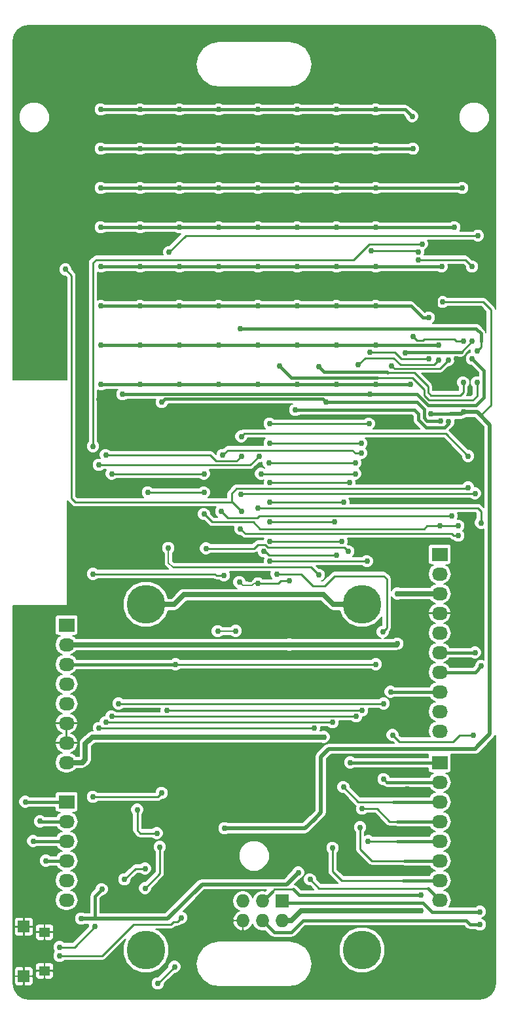
<source format=gbl>
G04 #@! TF.FileFunction,Copper,L2,Bot,Signal*
%FSLAX46Y46*%
G04 Gerber Fmt 4.6, Leading zero omitted, Abs format (unit mm)*
G04 Created by KiCad (PCBNEW 4.0.1-stable) date 2/16/2016 6:40:39 AM*
%MOMM*%
G01*
G04 APERTURE LIST*
%ADD10C,0.100000*%
%ADD11R,2.032000X1.727200*%
%ADD12O,2.032000X1.727200*%
%ADD13R,1.727200X1.727200*%
%ADD14O,1.727200X1.727200*%
%ADD15C,5.000000*%
%ADD16R,1.350000X1.250000*%
%ADD17R,1.500000X1.550000*%
%ADD18C,0.762000*%
%ADD19C,0.254000*%
%ADD20C,0.152400*%
%ADD21C,0.635000*%
%ADD22C,0.381000*%
%ADD23C,0.508000*%
%ADD24C,0.203200*%
G04 APERTURE END LIST*
D10*
D11*
X-889000Y-67945000D03*
D12*
X-889000Y-70485000D03*
X-889000Y-73025000D03*
X-889000Y-75565000D03*
X-889000Y-78105000D03*
X-889000Y-80645000D03*
X-889000Y-83185000D03*
X-889000Y-85725000D03*
D11*
X47371000Y-85725000D03*
D12*
X47371000Y-88265000D03*
X47371000Y-90805000D03*
X47371000Y-93345000D03*
X47371000Y-95885000D03*
X47371000Y-98425000D03*
X47371000Y-100965000D03*
X47371000Y-103505000D03*
D11*
X47371000Y-58801000D03*
D12*
X47371000Y-61341000D03*
X47371000Y-63881000D03*
X47371000Y-66421000D03*
X47371000Y-68961000D03*
X47371000Y-71501000D03*
X47371000Y-74041000D03*
X47371000Y-76581000D03*
X47371000Y-79121000D03*
X47371000Y-81661000D03*
D11*
X-889000Y-90805000D03*
D12*
X-889000Y-93345000D03*
X-889000Y-95885000D03*
X-889000Y-98425000D03*
X-889000Y-100965000D03*
X-889000Y-103505000D03*
D13*
X27000200Y-103632000D03*
D14*
X27000200Y-106172000D03*
X24460200Y-103632000D03*
X24460200Y-106172000D03*
X21920200Y-103632000D03*
X21920200Y-106172000D03*
D15*
X37338000Y-65280000D03*
X37338000Y-109980000D03*
X9398000Y-109980000D03*
X9398000Y-65280000D03*
D16*
X-3726200Y-107659800D03*
D17*
X-6426200Y-113359800D03*
X-6426200Y-106959800D03*
D16*
X-3726200Y-112659800D03*
D18*
X21463000Y-62382400D03*
X23876000Y-62534800D03*
X27940000Y-62230000D03*
X41910000Y-70358000D03*
X27940000Y-70485000D03*
X41910000Y-63881000D03*
X44958000Y-104902000D03*
X13208000Y-40640000D03*
X49784000Y-41783000D03*
X52451000Y-44450000D03*
X25654000Y-65684400D03*
X7239000Y-57912000D03*
X47752000Y-9398000D03*
X7239000Y-50800000D03*
X4318000Y-44831000D03*
X4318000Y-42418000D03*
X3302000Y-38735000D03*
X27000200Y-66370200D03*
X29210000Y-66421000D03*
X24282400Y-41783000D03*
X24612600Y-39598600D03*
X22860000Y-62026800D03*
X24282400Y-59613800D03*
X19659600Y-67233800D03*
X21971000Y-67945000D03*
X23622000Y-67945000D03*
X48768000Y-28321000D03*
X53213000Y-22987000D03*
X43815000Y-45720000D03*
X29464000Y-87884000D03*
X29464000Y-75692000D03*
X24130000Y-87884000D03*
X24130000Y-75692000D03*
X52578000Y-114046000D03*
X36703000Y-99060000D03*
X-3302000Y-15748000D03*
X15748000Y-98552000D03*
X13335000Y-99568000D03*
X6477000Y-103124000D03*
X9144000Y-104521000D03*
X3581400Y-93370400D03*
X14478000Y-87376000D03*
X43180000Y-89154000D03*
X35052000Y-93218000D03*
X48387000Y-36830000D03*
X49530000Y-33528000D03*
X32385000Y-82423000D03*
X-1778000Y-109601000D03*
X2794000Y-106934000D03*
X13970000Y-105791000D03*
X-1778000Y-110744000D03*
X11430000Y-39116000D03*
X47498000Y-41529000D03*
X32639000Y-39116000D03*
X34671000Y-57150000D03*
X25400000Y-57150000D03*
X43815000Y-2159000D03*
X51562000Y-31242000D03*
X42875200Y-32715200D03*
X3556000Y-1270000D03*
X8636000Y-1270000D03*
X13716000Y-1270000D03*
X18796000Y-1270000D03*
X23876000Y-1270000D03*
X28956000Y-1270000D03*
X34036000Y-1270000D03*
X39116000Y-1270000D03*
X39116000Y-1270000D03*
X34036000Y-1270000D03*
X28956000Y-1270000D03*
X23876000Y-1270000D03*
X18796000Y-1270000D03*
X13716000Y-1270000D03*
X8636000Y-1270000D03*
X3556000Y-1270000D03*
X50419000Y-31242000D03*
X43942000Y-30607000D03*
X43916600Y-6350000D03*
X3556000Y-6350000D03*
X8636000Y-6350000D03*
X13716000Y-6350000D03*
X18796000Y-6350000D03*
X23876000Y-6350000D03*
X28956000Y-6350000D03*
X34036000Y-6350000D03*
X39116000Y-6350000D03*
X50292000Y-11430000D03*
X3556000Y-11430000D03*
X8636000Y-11430000D03*
X13716000Y-11430000D03*
X18796000Y-11430000D03*
X23876000Y-11430000D03*
X28956000Y-11430000D03*
X34036000Y-11430000D03*
X39116000Y-11430000D03*
X39116000Y-16510000D03*
X34036000Y-16510000D03*
X28956000Y-16510000D03*
X23876000Y-16510000D03*
X18796000Y-16510000D03*
X13716000Y-16510000D03*
X8636000Y-16510000D03*
X3556000Y-16510000D03*
X49276000Y-16510000D03*
X47625000Y-21590000D03*
X3556000Y-21590000D03*
X8636000Y-21590000D03*
X13716000Y-21590000D03*
X18796000Y-21590000D03*
X23876000Y-21590000D03*
X28956000Y-21590000D03*
X34036000Y-21590000D03*
X39116000Y-21590000D03*
X45974000Y-28194000D03*
X3556000Y-26670000D03*
X8636000Y-26670000D03*
X13716000Y-26670000D03*
X18796000Y-26670000D03*
X23876000Y-26670000D03*
X28956000Y-26670000D03*
X34036000Y-26670000D03*
X39116000Y-26670000D03*
X3556000Y-31750000D03*
X47244000Y-31750000D03*
X8636000Y-31750000D03*
X13716000Y-31750000D03*
X18796000Y-31750000D03*
X23876000Y-31750000D03*
X28956000Y-31750000D03*
X34036000Y-31750000D03*
X39116000Y-31750000D03*
X43561000Y-36830000D03*
X3556000Y-36830000D03*
X8636000Y-36830000D03*
X13716000Y-36830000D03*
X18796000Y-36830000D03*
X23876000Y-36830000D03*
X28956000Y-36830000D03*
X34036000Y-36830000D03*
X39116000Y-36830000D03*
X28702000Y-40132000D03*
X48514000Y-41656000D03*
X33782000Y-54610000D03*
X25400000Y-54610000D03*
X21577300Y-29591000D03*
X52197000Y-32512000D03*
X25400000Y-52070000D03*
X34925000Y-52070000D03*
X52197000Y-36576000D03*
X25400000Y-49530000D03*
X35687000Y-49530000D03*
X26670000Y-34417000D03*
X31750000Y-34544000D03*
X50419000Y-36576000D03*
X25273000Y-46990000D03*
X36449000Y-46990000D03*
X25400000Y-44450000D03*
X37211000Y-44450000D03*
X47244000Y-33655000D03*
X36830000Y-34290000D03*
X38227000Y-41910000D03*
X25400000Y-41910000D03*
X41148000Y-34417000D03*
X48514000Y-33655000D03*
X51562000Y-33528000D03*
X38354000Y-38100000D03*
X25400000Y-59690000D03*
X37973000Y-59690000D03*
X6350000Y-38100000D03*
X10922000Y-114300000D03*
X13081000Y-112141000D03*
X26289000Y-61341000D03*
X40005000Y-68834000D03*
X41275000Y-82169000D03*
X51689000Y-82169000D03*
X19558000Y-94234000D03*
X47752000Y-26162000D03*
X46228000Y-40640000D03*
X50419000Y-40386000D03*
X12268200Y-57962800D03*
X31750000Y-61468000D03*
X39116000Y-73025000D03*
X10795000Y-94869000D03*
X8255000Y-91821000D03*
X13208000Y-73025000D03*
X35814000Y-85725000D03*
X35560000Y-58420000D03*
X17145000Y-58039000D03*
X9652000Y-50800000D03*
X16891000Y-50800000D03*
X5842000Y-78105000D03*
X40132000Y-78105000D03*
X40132000Y-87884000D03*
X24638000Y-58420000D03*
X34925000Y-88900000D03*
X34036000Y-58928000D03*
X12065000Y-78994000D03*
X37338000Y-78994000D03*
X37338000Y-91694000D03*
X24257000Y-48387000D03*
X38100000Y-95885000D03*
X36449000Y-48387000D03*
X4953000Y-48387000D03*
X16891000Y-48387000D03*
X4953000Y-79756000D03*
X36576000Y-79756000D03*
X37084000Y-94107000D03*
X21717000Y-46101000D03*
X4191000Y-45974000D03*
X4191000Y-80518000D03*
X33528000Y-80518000D03*
X33528000Y-96774000D03*
X30607000Y-100838000D03*
X31115000Y-81280000D03*
X3302000Y-81280000D03*
X3302000Y-47244000D03*
X24003000Y-46101000D03*
X49784000Y-55118000D03*
X47371000Y-55118000D03*
X16891000Y-53594000D03*
X18669000Y-68732400D03*
X20980400Y-68707000D03*
X19100800Y-53263800D03*
X48895000Y-53848000D03*
X44958000Y-102870000D03*
X21590000Y-55499000D03*
X49784000Y-56388000D03*
X21666200Y-51054000D03*
X52578000Y-105029000D03*
X51943000Y-50927000D03*
X51943000Y-71501000D03*
X23876000Y-52832000D03*
X52705000Y-54737000D03*
X52755800Y-73228200D03*
X52578000Y-106680000D03*
X41021000Y-76581000D03*
X37211000Y-45720000D03*
X19304000Y-45974000D03*
X51054000Y-46101000D03*
X21717000Y-43561000D03*
X51054000Y-50165000D03*
X-1041400Y-21945600D03*
X21717000Y-53213000D03*
X-6223000Y-90805000D03*
X-4318000Y-93319600D03*
X-5207000Y-95885000D03*
X-3556000Y-98425000D03*
X9271000Y-99441000D03*
X6604000Y-100838000D03*
X9271000Y-101981000D03*
X11176000Y-96647000D03*
X2540000Y-44831000D03*
X45085000Y-18669000D03*
X11430000Y-89662000D03*
X2540000Y-90170000D03*
X2540000Y-61341000D03*
X19481800Y-61518800D03*
X52298600Y-17576800D03*
X12369800Y-19735800D03*
X3683000Y-102108000D03*
X29083000Y-99949000D03*
X1016000Y-105918000D03*
X44577000Y-20701000D03*
X51562000Y-21590000D03*
X38481000Y-19558000D03*
X38354000Y-32639000D03*
X45974000Y-33528000D03*
X44577000Y-19685000D03*
D19*
X26657300Y-62369700D02*
X26492200Y-62534800D01*
X26492200Y-62534800D02*
X23876000Y-62534800D01*
D20*
X21894800Y-62814200D02*
X23063200Y-62814200D01*
X21894800Y-62814200D02*
X21463000Y-62382400D01*
X23342600Y-62534800D02*
X23876000Y-62534800D01*
X23063200Y-62814200D02*
X23342600Y-62534800D01*
D19*
X23876000Y-62382400D02*
X23876000Y-62534800D01*
X26644600Y-62382400D02*
X26657300Y-62369700D01*
X26657300Y-62369700D02*
X26797000Y-62230000D01*
X27940000Y-62230000D02*
X26797000Y-62230000D01*
D21*
X27940000Y-70485000D02*
X41783000Y-70485000D01*
X41783000Y-70485000D02*
X41910000Y-70358000D01*
X27940000Y-70485000D02*
X-889000Y-70485000D01*
X41910000Y-63881000D02*
X47371000Y-63881000D01*
X28194000Y-106172000D02*
X27000200Y-106172000D01*
X29464000Y-104902000D02*
X28194000Y-106172000D01*
X44958000Y-104902000D02*
X29464000Y-104902000D01*
D19*
X49784000Y-41783000D02*
X52451000Y-44450000D01*
D20*
X22860000Y-62026800D02*
X22885400Y-62026800D01*
D22*
X48006000Y-27178000D02*
X48006000Y-27559000D01*
X48006000Y-27559000D02*
X48768000Y-28321000D01*
X53213000Y-22987000D02*
X49530000Y-22987000D01*
X48006000Y-27178000D02*
X47498000Y-27178000D01*
X47117000Y-27178000D02*
X48006000Y-27178000D01*
X46863000Y-26924000D02*
X47117000Y-27178000D01*
X46863000Y-25654000D02*
X46863000Y-26924000D01*
X49530000Y-22987000D02*
X46863000Y-25654000D01*
X15748000Y-98552000D02*
X14351000Y-98552000D01*
X14351000Y-98552000D02*
X13335000Y-99568000D01*
X6477000Y-103124000D02*
X6477000Y-104013000D01*
X6985000Y-104521000D02*
X9144000Y-104521000D01*
X6477000Y-104013000D02*
X6985000Y-104521000D01*
X49530000Y-35687000D02*
X48387000Y-36830000D01*
X49530000Y-33528000D02*
X49530000Y-35687000D01*
D21*
X32385000Y-82423000D02*
X2413000Y-82423000D01*
X1143000Y-85725000D02*
X-889000Y-85725000D01*
X1524000Y-85344000D02*
X1143000Y-85725000D01*
X1524000Y-83312000D02*
X1524000Y-85344000D01*
X2413000Y-82423000D02*
X1524000Y-83312000D01*
D23*
X-762000Y-85725000D02*
X-889000Y-85725000D01*
D19*
X-1778000Y-109601000D02*
X127000Y-109601000D01*
X127000Y-109601000D02*
X2794000Y-106934000D01*
X12954000Y-106299000D02*
X13462000Y-106299000D01*
X13462000Y-106299000D02*
X13970000Y-105791000D01*
X7747000Y-106680000D02*
X12573000Y-106680000D01*
X3683000Y-110744000D02*
X7747000Y-106680000D01*
X-1778000Y-110744000D02*
X3683000Y-110744000D01*
X12573000Y-106680000D02*
X12954000Y-106299000D01*
D22*
X11430000Y-39116000D02*
X11861798Y-38684202D01*
X32207202Y-38684202D02*
X32639000Y-39116000D01*
X11861798Y-38684202D02*
X32207202Y-38684202D01*
X45720000Y-41529000D02*
X47498000Y-41529000D01*
X45339000Y-41148000D02*
X45720000Y-41529000D01*
X45339000Y-40005000D02*
X45339000Y-41148000D01*
X44450000Y-39116000D02*
X45339000Y-40005000D01*
X32639000Y-39116000D02*
X44450000Y-39116000D01*
D19*
X34671000Y-57150000D02*
X25400000Y-57150000D01*
D22*
X42926000Y-1270000D02*
X43815000Y-2159000D01*
D19*
X51562000Y-31242000D02*
X50165000Y-32639000D01*
D22*
X42951400Y-32639000D02*
X50165000Y-32639000D01*
X42951400Y-32639000D02*
X42875200Y-32715200D01*
X39116000Y-1270000D02*
X42926000Y-1270000D01*
X34036000Y-1270000D02*
X39116000Y-1270000D01*
X28956000Y-1270000D02*
X34036000Y-1270000D01*
X23876000Y-1270000D02*
X28956000Y-1270000D01*
X18796000Y-1270000D02*
X23876000Y-1270000D01*
X13716000Y-1270000D02*
X18796000Y-1270000D01*
X9906000Y-1270000D02*
X13716000Y-1270000D01*
X8636000Y-1270000D02*
X9906000Y-1270000D01*
X3556000Y-1270000D02*
X8636000Y-1270000D01*
X9906000Y-1270000D02*
X8636000Y-1270000D01*
X9906000Y-1270000D02*
X8636000Y-1270000D01*
X3556000Y-1270000D02*
X8636000Y-1270000D01*
X8636000Y-1270000D02*
X9906000Y-1270000D01*
X9906000Y-1270000D02*
X13716000Y-1270000D01*
X13716000Y-1270000D02*
X18796000Y-1270000D01*
X18796000Y-1270000D02*
X23876000Y-1270000D01*
X23876000Y-1270000D02*
X28956000Y-1270000D01*
X28956000Y-1270000D02*
X34036000Y-1270000D01*
X34036000Y-1270000D02*
X39116000Y-1270000D01*
X39116000Y-1270000D02*
X42926000Y-1270000D01*
D19*
X45339000Y-30988000D02*
X49276000Y-30988000D01*
X49530000Y-31242000D02*
X50419000Y-31242000D01*
X49276000Y-30988000D02*
X49530000Y-31242000D01*
D22*
X43916600Y-6350000D02*
X39116000Y-6350000D01*
D19*
X44450000Y-31115000D02*
X43942000Y-30607000D01*
X45212000Y-31115000D02*
X44450000Y-31115000D01*
X45339000Y-30988000D02*
X45212000Y-31115000D01*
D22*
X8636000Y-6350000D02*
X3556000Y-6350000D01*
X8636000Y-6350000D02*
X13716000Y-6350000D01*
X13716000Y-6350000D02*
X18796000Y-6350000D01*
X18796000Y-6350000D02*
X23876000Y-6350000D01*
X23876000Y-6350000D02*
X28956000Y-6350000D01*
X28956000Y-6350000D02*
X34036000Y-6350000D01*
X34036000Y-6350000D02*
X39116000Y-6350000D01*
X39116000Y-11430000D02*
X50292000Y-11430000D01*
X8636000Y-11430000D02*
X3556000Y-11430000D01*
X8636000Y-11430000D02*
X13716000Y-11430000D01*
X13716000Y-11430000D02*
X18796000Y-11430000D01*
X18796000Y-11430000D02*
X23876000Y-11430000D01*
X23876000Y-11430000D02*
X28956000Y-11430000D01*
X28956000Y-11430000D02*
X34036000Y-11430000D01*
X34036000Y-11430000D02*
X39116000Y-11430000D01*
X3556000Y-16510000D02*
X8636000Y-16510000D01*
X8636000Y-16510000D02*
X13716000Y-16510000D01*
X13716000Y-16510000D02*
X18796000Y-16510000D01*
X18796000Y-16510000D02*
X23876000Y-16510000D01*
X23876000Y-16510000D02*
X28956000Y-16510000D01*
X28956000Y-16510000D02*
X34036000Y-16510000D01*
X34036000Y-16510000D02*
X39116000Y-16510000D01*
X39116000Y-16510000D02*
X49276000Y-16510000D01*
X39116000Y-21590000D02*
X47625000Y-21590000D01*
X3556000Y-21590000D02*
X8636000Y-21590000D01*
X8636000Y-21590000D02*
X13716000Y-21590000D01*
X13716000Y-21590000D02*
X18796000Y-21590000D01*
X18796000Y-21590000D02*
X23876000Y-21590000D01*
X23876000Y-21590000D02*
X28956000Y-21590000D01*
X28956000Y-21590000D02*
X34036000Y-21590000D01*
X34036000Y-21590000D02*
X39116000Y-21590000D01*
X45186600Y-28194000D02*
X45974000Y-28194000D01*
X43662600Y-26670000D02*
X45186600Y-28194000D01*
X39116000Y-26670000D02*
X43662600Y-26670000D01*
X8636000Y-26670000D02*
X3556000Y-26670000D01*
X8636000Y-26670000D02*
X13716000Y-26670000D01*
X13716000Y-26670000D02*
X18796000Y-26670000D01*
X18796000Y-26670000D02*
X23876000Y-26670000D01*
X23876000Y-26670000D02*
X28956000Y-26670000D01*
X28956000Y-26670000D02*
X34036000Y-26670000D01*
X34036000Y-26670000D02*
X39116000Y-26670000D01*
X8636000Y-31750000D02*
X3556000Y-31750000D01*
X8636000Y-31750000D02*
X13716000Y-31750000D01*
X13716000Y-31750000D02*
X18796000Y-31750000D01*
X18796000Y-31750000D02*
X23876000Y-31750000D01*
X23876000Y-31750000D02*
X28956000Y-31750000D01*
X28956000Y-31750000D02*
X34036000Y-31750000D01*
X34036000Y-31750000D02*
X39116000Y-31750000D01*
X39116000Y-31750000D02*
X47244000Y-31750000D01*
X39116000Y-36830000D02*
X43561000Y-36830000D01*
X8636000Y-36830000D02*
X3556000Y-36830000D01*
X8636000Y-36830000D02*
X13716000Y-36830000D01*
X13716000Y-36830000D02*
X18796000Y-36830000D01*
X18796000Y-36830000D02*
X23876000Y-36830000D01*
X23876000Y-36830000D02*
X28956000Y-36830000D01*
X28956000Y-36830000D02*
X34036000Y-36830000D01*
X34036000Y-36830000D02*
X39116000Y-36830000D01*
X44069000Y-40132000D02*
X28702000Y-40132000D01*
X44069000Y-40132000D02*
X44577000Y-40640000D01*
X44577000Y-40640000D02*
X44577000Y-41402000D01*
X44577000Y-41402000D02*
X45593000Y-42418000D01*
X45593000Y-42418000D02*
X48006000Y-42418000D01*
X48006000Y-42418000D02*
X48514000Y-41910000D01*
X48514000Y-41910000D02*
X48514000Y-41656000D01*
D19*
X33782000Y-54610000D02*
X25400000Y-54610000D01*
D22*
X52070000Y-29591000D02*
X21577300Y-29591000D01*
X52705000Y-30226000D02*
X52070000Y-29591000D01*
X52705000Y-31242000D02*
X52705000Y-30226000D01*
D19*
X52705000Y-32004000D02*
X52705000Y-31242000D01*
X52197000Y-32512000D02*
X52705000Y-32004000D01*
X34925000Y-52070000D02*
X25400000Y-52070000D01*
X52197000Y-36576000D02*
X52197000Y-38341298D01*
X45339000Y-38227000D02*
X45339000Y-37465000D01*
X45974000Y-38862000D02*
X45339000Y-38227000D01*
X51676298Y-38862000D02*
X45974000Y-38862000D01*
X52197000Y-38341298D02*
X51676298Y-38862000D01*
X35687000Y-49530000D02*
X25400000Y-49530000D01*
D22*
X39243000Y-35941000D02*
X28194000Y-35941000D01*
X26670000Y-34417000D02*
X28194000Y-35941000D01*
D19*
X43815000Y-35941000D02*
X39243000Y-35941000D01*
X45339000Y-37465000D02*
X43815000Y-35941000D01*
X50419000Y-36576000D02*
X50419000Y-37846000D01*
D22*
X40513000Y-35179000D02*
X32385000Y-35179000D01*
X31750000Y-34544000D02*
X32385000Y-35179000D01*
D19*
X45847000Y-37084000D02*
X44069000Y-35306000D01*
X44069000Y-35306000D02*
X40640000Y-35306000D01*
D22*
X40640000Y-35306000D02*
X40513000Y-35179000D01*
D19*
X45847000Y-37846000D02*
X45847000Y-37084000D01*
X46228000Y-38227000D02*
X45847000Y-37846000D01*
X50038000Y-38227000D02*
X46228000Y-38227000D01*
X50419000Y-37846000D02*
X50038000Y-38227000D01*
X36449000Y-46990000D02*
X25273000Y-46990000D01*
X37211000Y-44450000D02*
X25400000Y-44450000D01*
X41402000Y-33401000D02*
X42291000Y-34290000D01*
X41402000Y-33401000D02*
X37719000Y-33401000D01*
X36830000Y-34290000D02*
X37719000Y-33401000D01*
X46609000Y-34290000D02*
X47244000Y-33655000D01*
X42291000Y-34290000D02*
X46609000Y-34290000D01*
X38227000Y-41910000D02*
X25400000Y-41910000D01*
X48514000Y-33655000D02*
X47371000Y-34798000D01*
X47371000Y-34798000D02*
X41529000Y-34798000D01*
X41148000Y-34417000D02*
X41529000Y-34798000D01*
D22*
X38354000Y-38100000D02*
X44450000Y-38100000D01*
X51562000Y-33528000D02*
X53086000Y-35052000D01*
X53086000Y-35052000D02*
X53086000Y-38481000D01*
X52070000Y-39497000D02*
X53086000Y-38481000D01*
X45847000Y-39497000D02*
X52070000Y-39497000D01*
X44450000Y-38100000D02*
X45847000Y-39497000D01*
D19*
X37973000Y-59690000D02*
X25400000Y-59690000D01*
D22*
X6350000Y-38100000D02*
X38354000Y-38100000D01*
D19*
X10922000Y-114300000D02*
X13081000Y-112141000D01*
X49110899Y-83019899D02*
X42125899Y-83019899D01*
X29464000Y-61341000D02*
X26289000Y-61341000D01*
X30988000Y-62865000D02*
X29464000Y-61341000D01*
X32512000Y-62865000D02*
X30988000Y-62865000D01*
X33782000Y-61595000D02*
X32512000Y-62865000D01*
X40132000Y-61595000D02*
X33782000Y-61595000D01*
X40513000Y-61976000D02*
X40132000Y-61595000D01*
X40513000Y-68326000D02*
X40513000Y-61976000D01*
X40005000Y-68834000D02*
X40513000Y-68326000D01*
X42125899Y-83019899D02*
X41275000Y-82169000D01*
X49961798Y-82169000D02*
X49110899Y-83019899D01*
X51689000Y-82169000D02*
X49961798Y-82169000D01*
D21*
X13030200Y-65280000D02*
X14302200Y-64008000D01*
X9398000Y-65280000D02*
X13030200Y-65280000D01*
X32359600Y-64008000D02*
X33631600Y-65280000D01*
X14302200Y-64008000D02*
X32359600Y-64008000D01*
X33631600Y-65280000D02*
X37338000Y-65280000D01*
D23*
X19558000Y-94234000D02*
X29972000Y-94234000D01*
X32004000Y-84963000D02*
X33020000Y-83947000D01*
X31115000Y-93091000D02*
X32004000Y-92202000D01*
X32004000Y-92202000D02*
X32004000Y-84963000D01*
X52324000Y-83566000D02*
X53848000Y-82042000D01*
X53340000Y-41529000D02*
X52705000Y-40894000D01*
X53340000Y-41529000D02*
X53848000Y-42037000D01*
X51943000Y-83947000D02*
X52324000Y-83566000D01*
X33020000Y-83947000D02*
X51943000Y-83947000D01*
X53848000Y-42037000D02*
X53848000Y-82042000D01*
X29972000Y-94234000D02*
X31115000Y-93091000D01*
D19*
X53975000Y-39497000D02*
X52641500Y-40830500D01*
X52705000Y-40767000D02*
X52705000Y-40894000D01*
X52641500Y-40830500D02*
X52705000Y-40767000D01*
X47752000Y-26162000D02*
X52959000Y-26162000D01*
X52959000Y-26162000D02*
X53975000Y-27178000D01*
X53975000Y-27178000D02*
X53975000Y-39497000D01*
D23*
X52197000Y-40386000D02*
X50419000Y-40386000D01*
X52197000Y-40386000D02*
X52705000Y-40894000D01*
X48768000Y-40640000D02*
X50165000Y-40640000D01*
X50165000Y-40640000D02*
X50419000Y-40386000D01*
D22*
X46228000Y-40640000D02*
X48768000Y-40640000D01*
D20*
X12293600Y-59918600D02*
X12293600Y-58267600D01*
D19*
X31750000Y-61468000D02*
X30734000Y-60452000D01*
X30734000Y-60452000D02*
X12827000Y-60452000D01*
D20*
X12827000Y-60452000D02*
X12293600Y-59918600D01*
D19*
X39116000Y-73025000D02*
X13208000Y-73025000D01*
X8255000Y-91821000D02*
X8255000Y-94488000D01*
X8636000Y-94869000D02*
X10795000Y-94869000D01*
X8255000Y-94488000D02*
X8636000Y-94869000D01*
D22*
X-889000Y-73025000D02*
X13208000Y-73025000D01*
D19*
X23368000Y-58039000D02*
X17145000Y-58039000D01*
X35560000Y-58420000D02*
X35052000Y-57912000D01*
X35052000Y-57912000D02*
X25146000Y-57912000D01*
X25146000Y-57912000D02*
X24765000Y-57531000D01*
X24765000Y-57531000D02*
X23876000Y-57531000D01*
X23876000Y-57531000D02*
X23368000Y-58039000D01*
D22*
X47371000Y-85725000D02*
X35814000Y-85725000D01*
X47371000Y-88265000D02*
X40513000Y-88265000D01*
D19*
X9652000Y-50800000D02*
X16891000Y-50800000D01*
X40132000Y-78105000D02*
X5842000Y-78105000D01*
X40513000Y-88265000D02*
X40132000Y-87884000D01*
X36830000Y-90805000D02*
X41402000Y-90805000D01*
D22*
X41402000Y-90805000D02*
X47371000Y-90805000D01*
D19*
X36830000Y-90805000D02*
X34925000Y-88900000D01*
X24765000Y-58420000D02*
X24638000Y-58420000D01*
X25273000Y-58928000D02*
X24765000Y-58420000D01*
X34036000Y-58928000D02*
X25273000Y-58928000D01*
D22*
X47371000Y-93345000D02*
X41910000Y-93345000D01*
D19*
X41910000Y-93345000D02*
X40894000Y-93345000D01*
X37338000Y-78994000D02*
X12065000Y-78994000D01*
X39243000Y-91694000D02*
X37338000Y-91694000D01*
X40894000Y-93345000D02*
X39243000Y-91694000D01*
X36449000Y-48387000D02*
X24257000Y-48387000D01*
D22*
X47371000Y-95885000D02*
X41910000Y-95885000D01*
D19*
X41910000Y-95885000D02*
X38100000Y-95885000D01*
X4953000Y-48387000D02*
X16891000Y-48387000D01*
X38608000Y-98425000D02*
X42799000Y-98425000D01*
D22*
X42799000Y-98425000D02*
X47371000Y-98425000D01*
D19*
X36576000Y-79756000D02*
X4953000Y-79756000D01*
X37084000Y-96901000D02*
X38608000Y-98425000D01*
X37084000Y-94107000D02*
X37084000Y-96901000D01*
X21082000Y-46736000D02*
X21717000Y-46101000D01*
D22*
X47371000Y-100965000D02*
X42672000Y-100965000D01*
D19*
X42672000Y-100965000D02*
X34671000Y-100965000D01*
X17653000Y-45974000D02*
X18415000Y-46736000D01*
X4191000Y-45974000D02*
X17653000Y-45974000D01*
X33528000Y-80518000D02*
X4191000Y-80518000D01*
X33528000Y-99822000D02*
X33528000Y-96774000D01*
X34671000Y-100965000D02*
X33528000Y-99822000D01*
X18415000Y-46736000D02*
X21082000Y-46736000D01*
X3302000Y-47244000D02*
X22860000Y-47244000D01*
X45847000Y-101981000D02*
X31750000Y-101981000D01*
X31750000Y-101981000D02*
X30607000Y-100838000D01*
X31115000Y-81280000D02*
X3302000Y-81280000D01*
D22*
X47371000Y-103505000D02*
X45847000Y-101981000D01*
D19*
X22860000Y-47244000D02*
X24003000Y-46101000D01*
X47371000Y-55118000D02*
X48514000Y-55118000D01*
X49784000Y-55118000D02*
X48514000Y-55118000D01*
X45339000Y-55499000D02*
X45720000Y-55118000D01*
X45720000Y-55118000D02*
X47371000Y-55118000D01*
X23241000Y-54610000D02*
X17907000Y-54610000D01*
X24130000Y-55499000D02*
X23241000Y-54610000D01*
X45212000Y-55499000D02*
X45339000Y-55499000D01*
X45339000Y-55499000D02*
X24130000Y-55499000D01*
X16891000Y-53594000D02*
X17907000Y-54610000D01*
D20*
X20955000Y-68732400D02*
X18669000Y-68732400D01*
X20980400Y-68707000D02*
X20955000Y-68732400D01*
D19*
X20624802Y-54127400D02*
X19964400Y-54127400D01*
X19100800Y-53263800D02*
X19685000Y-53848000D01*
X20624802Y-54127400D02*
X23749000Y-54127400D01*
X23749000Y-54127400D02*
X24028400Y-53848000D01*
X24028400Y-53848000D02*
X48895000Y-53848000D01*
X19964400Y-54127400D02*
X19685000Y-53848000D01*
X28448000Y-102108000D02*
X25984200Y-102108000D01*
D22*
X29210000Y-102870000D02*
X28448000Y-102108000D01*
X44958000Y-102870000D02*
X29210000Y-102870000D01*
D19*
X25984200Y-102108000D02*
X25692100Y-102400100D01*
D22*
X25692100Y-102400100D02*
X24460200Y-103632000D01*
D19*
X21590000Y-55499000D02*
X22225000Y-56134000D01*
X22225000Y-56134000D02*
X48895000Y-56134000D01*
X49149000Y-56388000D02*
X49784000Y-56388000D01*
X48895000Y-56134000D02*
X49149000Y-56388000D01*
X21666200Y-51054000D02*
X21666200Y-51079400D01*
D22*
X45212000Y-103886000D02*
X27254200Y-103886000D01*
X52578000Y-105029000D02*
X46355000Y-105029000D01*
X46355000Y-105029000D02*
X45212000Y-103886000D01*
D19*
X27254200Y-103886000D02*
X27000200Y-103632000D01*
X21590000Y-50927000D02*
X51943000Y-50927000D01*
D22*
X51943000Y-71501000D02*
X47371000Y-71501000D01*
D19*
X51562000Y-52832000D02*
X23876000Y-52832000D01*
X52324000Y-52832000D02*
X52705000Y-53213000D01*
X52705000Y-53213000D02*
X52705000Y-54737000D01*
X51562000Y-52832000D02*
X52324000Y-52832000D01*
D22*
X47371000Y-74041000D02*
X51943000Y-74041000D01*
X51943000Y-74041000D02*
X52755800Y-73228200D01*
X50800000Y-106172000D02*
X51308000Y-106680000D01*
X51308000Y-106680000D02*
X52578000Y-106680000D01*
X25984200Y-107696000D02*
X28194000Y-107696000D01*
X24460200Y-106172000D02*
X25984200Y-107696000D01*
X29718000Y-106172000D02*
X50800000Y-106172000D01*
X28194000Y-107696000D02*
X29718000Y-106172000D01*
D19*
X36449000Y-45720000D02*
X36068000Y-45339000D01*
X36449000Y-45720000D02*
X37211000Y-45720000D01*
D22*
X41021000Y-76581000D02*
X47371000Y-76581000D01*
D19*
X19939000Y-45339000D02*
X19304000Y-45974000D01*
X36068000Y-45339000D02*
X19939000Y-45339000D01*
X48133000Y-43180000D02*
X47752000Y-43180000D01*
X51054000Y-46101000D02*
X48133000Y-43180000D01*
X45720000Y-43180000D02*
X47752000Y-43180000D01*
X21717000Y-43561000D02*
X22098000Y-43180000D01*
X45720000Y-43180000D02*
X22098000Y-43180000D01*
X21717000Y-53213000D02*
X20447000Y-51943000D01*
X50927000Y-50292000D02*
X51054000Y-50165000D01*
X21082000Y-50292000D02*
X50927000Y-50292000D01*
X20447000Y-50927000D02*
X21082000Y-50292000D01*
X20447000Y-51943000D02*
X20447000Y-50927000D01*
X254000Y-52052220D02*
X-254000Y-51544220D01*
X-254000Y-22733000D02*
X-1041400Y-21945600D01*
X-254000Y-51544220D02*
X-254000Y-22733000D01*
X20556220Y-52052220D02*
X254000Y-52052220D01*
D20*
X21717000Y-53213000D02*
X20556220Y-52052220D01*
D22*
X-889000Y-90805000D02*
X-6223000Y-90805000D01*
D19*
X-4318000Y-93319600D02*
X-4318000Y-93345000D01*
X-4318000Y-93345000D02*
X-4318000Y-93319600D01*
X-4318000Y-93319600D02*
X-4318000Y-93345000D01*
D22*
X-4318000Y-93345000D02*
X-889000Y-93345000D01*
X-5207000Y-95885000D02*
X-889000Y-95885000D01*
X-3556000Y-98425000D02*
X-889000Y-98425000D01*
D19*
X8001000Y-99441000D02*
X9271000Y-99441000D01*
X6604000Y-100838000D02*
X8001000Y-99441000D01*
X9271000Y-101981000D02*
X11176000Y-100076000D01*
X11176000Y-100076000D02*
X11176000Y-96647000D01*
X2540000Y-44831000D02*
X2540000Y-21082000D01*
X2921000Y-20701000D02*
X2540000Y-21082000D01*
X2921000Y-20701000D02*
X36195000Y-20701000D01*
X36195000Y-20701000D02*
X38227000Y-18669000D01*
X38227000Y-18669000D02*
X45085000Y-18669000D01*
X10922000Y-90170000D02*
X11430000Y-89662000D01*
X2540000Y-90170000D02*
X10922000Y-90170000D01*
X17957800Y-61341000D02*
X18313400Y-61341000D01*
X2286000Y-61341000D02*
X2540000Y-61341000D01*
X2540000Y-61341000D02*
X17957800Y-61341000D01*
X18491200Y-61518800D02*
X19481800Y-61518800D01*
X18313400Y-61341000D02*
X18491200Y-61518800D01*
X19659600Y-61341000D02*
X19481800Y-61518800D01*
X14528800Y-17576800D02*
X52298600Y-17576800D01*
X12369800Y-19735800D02*
X14528800Y-17576800D01*
D22*
X2794000Y-105918000D02*
X2794000Y-102997000D01*
X3683000Y-102108000D02*
X2794000Y-102997000D01*
D23*
X16637000Y-101473000D02*
X27559000Y-101473000D01*
X27559000Y-101473000D02*
X29083000Y-99949000D01*
X2794000Y-105918000D02*
X12192000Y-105918000D01*
X12192000Y-105918000D02*
X16637000Y-101473000D01*
X1016000Y-105918000D02*
X2794000Y-105918000D01*
D19*
X50673000Y-20701000D02*
X44577000Y-20701000D01*
X51562000Y-21590000D02*
X50673000Y-20701000D01*
X45974000Y-33528000D02*
X42418000Y-33528000D01*
X44577000Y-19685000D02*
X44450000Y-19558000D01*
X44450000Y-19558000D02*
X38481000Y-19558000D01*
X41529000Y-32639000D02*
X38354000Y-32639000D01*
X42418000Y-33528000D02*
X41529000Y-32639000D01*
D24*
G36*
X-685052Y-51975272D02*
X-177053Y-52483272D01*
X-73296Y-52552600D01*
X20716Y-52615417D01*
X254000Y-52661820D01*
X18481449Y-52661820D01*
X18369102Y-52773971D01*
X18237350Y-53091266D01*
X18237050Y-53434827D01*
X18368249Y-53752351D01*
X18610971Y-53995498D01*
X18622776Y-54000400D01*
X18159504Y-54000400D01*
X17754599Y-53595495D01*
X17754750Y-53422973D01*
X17623551Y-53105449D01*
X17380829Y-52862302D01*
X17063534Y-52730550D01*
X16719973Y-52730250D01*
X16402449Y-52861449D01*
X16159302Y-53104171D01*
X16027550Y-53421466D01*
X16027250Y-53765027D01*
X16158449Y-54082551D01*
X16401171Y-54325698D01*
X16718466Y-54457450D01*
X16892498Y-54457602D01*
X17475948Y-55041052D01*
X17673716Y-55173197D01*
X17907000Y-55219600D01*
X20770925Y-55219600D01*
X20726550Y-55326466D01*
X20726250Y-55670027D01*
X20857449Y-55987551D01*
X21100171Y-56230698D01*
X21417466Y-56362450D01*
X21591497Y-56362602D01*
X21793948Y-56565053D01*
X21912502Y-56644267D01*
X21991716Y-56697197D01*
X22225000Y-56743600D01*
X24633659Y-56743600D01*
X24559831Y-56921400D01*
X23876000Y-56921400D01*
X23642716Y-56967803D01*
X23444947Y-57099948D01*
X23115496Y-57429400D01*
X17756714Y-57429400D01*
X17634829Y-57307302D01*
X17317534Y-57175550D01*
X16973973Y-57175250D01*
X16656449Y-57306449D01*
X16413302Y-57549171D01*
X16281550Y-57866466D01*
X16281250Y-58210027D01*
X16412449Y-58527551D01*
X16655171Y-58770698D01*
X16972466Y-58902450D01*
X17316027Y-58902750D01*
X17633551Y-58771551D01*
X17756717Y-58648600D01*
X23368000Y-58648600D01*
X23601284Y-58602197D01*
X23774341Y-58486563D01*
X23774250Y-58591027D01*
X23905449Y-58908551D01*
X24148171Y-59151698D01*
X24465466Y-59283450D01*
X24633661Y-59283597D01*
X24536550Y-59517466D01*
X24536266Y-59842400D01*
X13007663Y-59842400D01*
X12852400Y-59687138D01*
X12852400Y-58599869D01*
X12999898Y-58452629D01*
X13131650Y-58135334D01*
X13131950Y-57791773D01*
X13000751Y-57474249D01*
X12758029Y-57231102D01*
X12440734Y-57099350D01*
X12097173Y-57099050D01*
X11779649Y-57230249D01*
X11536502Y-57472971D01*
X11404750Y-57790266D01*
X11404450Y-58133827D01*
X11535649Y-58451351D01*
X11734800Y-58650851D01*
X11734800Y-59918600D01*
X11777336Y-60132444D01*
X11793513Y-60156654D01*
X11898469Y-60313731D01*
X12262259Y-60677522D01*
X12263803Y-60685284D01*
X12294617Y-60731400D01*
X3151714Y-60731400D01*
X3029829Y-60609302D01*
X2712534Y-60477550D01*
X2368973Y-60477250D01*
X2051449Y-60608449D01*
X1808302Y-60851171D01*
X1676550Y-61168466D01*
X1676250Y-61512027D01*
X1807449Y-61829551D01*
X2050171Y-62072698D01*
X2367466Y-62204450D01*
X2711027Y-62204750D01*
X3028551Y-62073551D01*
X3151717Y-61950600D01*
X18061267Y-61950600D01*
X18257916Y-62081997D01*
X18491200Y-62128400D01*
X18870086Y-62128400D01*
X18991971Y-62250498D01*
X19309266Y-62382250D01*
X19652827Y-62382550D01*
X19970351Y-62251351D01*
X20213498Y-62008629D01*
X20345250Y-61691334D01*
X20345550Y-61347773D01*
X20227305Y-61061600D01*
X25469925Y-61061600D01*
X25425550Y-61168466D01*
X25425250Y-61512027D01*
X25556449Y-61829551D01*
X25651931Y-61925200D01*
X24487714Y-61925200D01*
X24365829Y-61803102D01*
X24048534Y-61671350D01*
X23704973Y-61671050D01*
X23387449Y-61802249D01*
X23181242Y-62008096D01*
X23128756Y-62018536D01*
X23033781Y-62081997D01*
X22947469Y-62139669D01*
X22831738Y-62255400D01*
X22326712Y-62255400D01*
X22326750Y-62211373D01*
X22195551Y-61893849D01*
X21952829Y-61650702D01*
X21635534Y-61518950D01*
X21291973Y-61518650D01*
X20974449Y-61649849D01*
X20731302Y-61892571D01*
X20599550Y-62209866D01*
X20599250Y-62553427D01*
X20730449Y-62870951D01*
X20973171Y-63114098D01*
X21199072Y-63207900D01*
X14302200Y-63207900D01*
X13996015Y-63268804D01*
X13736444Y-63442244D01*
X12698788Y-64479900D01*
X12294584Y-64479900D01*
X11928000Y-63592700D01*
X11089713Y-62752949D01*
X9993879Y-62297918D01*
X8807327Y-62296883D01*
X7710700Y-62750000D01*
X6870949Y-63588287D01*
X6415918Y-64684121D01*
X6414883Y-65870673D01*
X6868000Y-66967300D01*
X7706287Y-67807051D01*
X8802121Y-68262082D01*
X9988673Y-68263117D01*
X11085300Y-67810000D01*
X11925051Y-66971713D01*
X12295282Y-66080100D01*
X13030200Y-66080100D01*
X13336385Y-66019196D01*
X13595956Y-65845756D01*
X14633612Y-64808100D01*
X32028188Y-64808100D01*
X33065844Y-65845756D01*
X33325415Y-66019196D01*
X33631600Y-66080100D01*
X34441416Y-66080100D01*
X34808000Y-66967300D01*
X35646287Y-67807051D01*
X36742121Y-68262082D01*
X37928673Y-68263117D01*
X39025300Y-67810000D01*
X39865051Y-66971713D01*
X39903400Y-66879359D01*
X39903400Y-67970311D01*
X39833973Y-67970250D01*
X39516449Y-68101449D01*
X39273302Y-68344171D01*
X39141550Y-68661466D01*
X39141250Y-69005027D01*
X39272449Y-69322551D01*
X39515171Y-69565698D01*
X39802242Y-69684900D01*
X28265098Y-69684900D01*
X28112534Y-69621550D01*
X27768973Y-69621250D01*
X27614929Y-69684900D01*
X346100Y-69684900D01*
X244666Y-69533093D01*
X-103203Y-69300654D01*
X127000Y-69300654D01*
X305841Y-69267003D01*
X470095Y-69161308D01*
X580287Y-69000037D01*
X599851Y-68903427D01*
X17805250Y-68903427D01*
X17936449Y-69220951D01*
X18179171Y-69464098D01*
X18496466Y-69595850D01*
X18840027Y-69596150D01*
X19157551Y-69464951D01*
X19331606Y-69291200D01*
X20343331Y-69291200D01*
X20490571Y-69438698D01*
X20807866Y-69570450D01*
X21151427Y-69570750D01*
X21468951Y-69439551D01*
X21712098Y-69196829D01*
X21843850Y-68879534D01*
X21844150Y-68535973D01*
X21712951Y-68218449D01*
X21470229Y-67975302D01*
X21152934Y-67843550D01*
X20809373Y-67843250D01*
X20491849Y-67974449D01*
X20292349Y-68173600D01*
X19331425Y-68173600D01*
X19158829Y-68000702D01*
X18841534Y-67868950D01*
X18497973Y-67868650D01*
X18180449Y-67999849D01*
X17937302Y-68242571D01*
X17805550Y-68559866D01*
X17805250Y-68903427D01*
X599851Y-68903427D01*
X619054Y-68808600D01*
X619054Y-67081400D01*
X585403Y-66902559D01*
X479708Y-66738305D01*
X318437Y-66628113D01*
X127000Y-66589346D01*
X-1905000Y-66589346D01*
X-2083841Y-66622997D01*
X-2248095Y-66728692D01*
X-2358287Y-66889963D01*
X-2397054Y-67081400D01*
X-2397054Y-68808600D01*
X-2363403Y-68987441D01*
X-2257708Y-69151695D01*
X-2096437Y-69261887D01*
X-1905000Y-69300654D01*
X-1674797Y-69300654D01*
X-2022666Y-69533093D01*
X-2314486Y-69969832D01*
X-2416959Y-70485000D01*
X-2314486Y-71000168D01*
X-2022666Y-71436907D01*
X-1585927Y-71728727D01*
X-1453843Y-71755000D01*
X-1585927Y-71781273D01*
X-2022666Y-72073093D01*
X-2314486Y-72509832D01*
X-2416959Y-73025000D01*
X-2314486Y-73540168D01*
X-2022666Y-73976907D01*
X-1585927Y-74268727D01*
X-1453843Y-74295000D01*
X-1585927Y-74321273D01*
X-2022666Y-74613093D01*
X-2314486Y-75049832D01*
X-2416959Y-75565000D01*
X-2314486Y-76080168D01*
X-2022666Y-76516907D01*
X-1585927Y-76808727D01*
X-1453843Y-76835000D01*
X-1585927Y-76861273D01*
X-2022666Y-77153093D01*
X-2314486Y-77589832D01*
X-2416959Y-78105000D01*
X-2314486Y-78620168D01*
X-2022666Y-79056907D01*
X-1585927Y-79348727D01*
X-1433704Y-79379006D01*
X-1580035Y-79410994D01*
X-2011268Y-79711054D01*
X-2294847Y-80153299D01*
X-2366816Y-80409358D01*
X-2266687Y-80619600D01*
X-914400Y-80619600D01*
X-914400Y-80599600D01*
X-863600Y-80599600D01*
X-863600Y-80619600D01*
X488687Y-80619600D01*
X588816Y-80409358D01*
X516847Y-80153299D01*
X233268Y-79711054D01*
X-197965Y-79410994D01*
X-344296Y-79379006D01*
X-192073Y-79348727D01*
X244666Y-79056907D01*
X536486Y-78620168D01*
X638959Y-78105000D01*
X536486Y-77589832D01*
X244666Y-77153093D01*
X-192073Y-76861273D01*
X-324157Y-76835000D01*
X-192073Y-76808727D01*
X244666Y-76516907D01*
X536486Y-76080168D01*
X638959Y-75565000D01*
X536486Y-75049832D01*
X244666Y-74613093D01*
X-192073Y-74321273D01*
X-324157Y-74295000D01*
X-192073Y-74268727D01*
X244666Y-73976907D01*
X430959Y-73698100D01*
X12659675Y-73698100D01*
X12718171Y-73756698D01*
X13035466Y-73888450D01*
X13379027Y-73888750D01*
X13696551Y-73757551D01*
X13819717Y-73634600D01*
X38504286Y-73634600D01*
X38626171Y-73756698D01*
X38943466Y-73888450D01*
X39287027Y-73888750D01*
X39604551Y-73757551D01*
X39847698Y-73514829D01*
X39979450Y-73197534D01*
X39979750Y-72853973D01*
X39848551Y-72536449D01*
X39605829Y-72293302D01*
X39288534Y-72161550D01*
X38944973Y-72161250D01*
X38627449Y-72292449D01*
X38504283Y-72415400D01*
X13819714Y-72415400D01*
X13697829Y-72293302D01*
X13380534Y-72161550D01*
X13036973Y-72161250D01*
X12719449Y-72292449D01*
X12659894Y-72351900D01*
X430959Y-72351900D01*
X244666Y-72073093D01*
X-192073Y-71781273D01*
X-324157Y-71755000D01*
X-192073Y-71728727D01*
X244666Y-71436907D01*
X346100Y-71285100D01*
X27614902Y-71285100D01*
X27767466Y-71348450D01*
X28111027Y-71348750D01*
X28265071Y-71285100D01*
X41783000Y-71285100D01*
X42089185Y-71224196D01*
X42111997Y-71208953D01*
X42398551Y-71090551D01*
X42641698Y-70847829D01*
X42773450Y-70530534D01*
X42773750Y-70186973D01*
X42642551Y-69869449D01*
X42399829Y-69626302D01*
X42082534Y-69494550D01*
X41738973Y-69494250D01*
X41421449Y-69625449D01*
X41361894Y-69684900D01*
X40207126Y-69684900D01*
X40493551Y-69566551D01*
X40736698Y-69323829D01*
X40868450Y-69006534D01*
X40868602Y-68832503D01*
X40944052Y-68757053D01*
X41076197Y-68559284D01*
X41080834Y-68535973D01*
X41122600Y-68326000D01*
X41122600Y-64236807D01*
X41177449Y-64369551D01*
X41420171Y-64612698D01*
X41737466Y-64744450D01*
X42081027Y-64744750D01*
X42235071Y-64681100D01*
X46135900Y-64681100D01*
X46237334Y-64832907D01*
X46674073Y-65124727D01*
X46826296Y-65155006D01*
X46679965Y-65186994D01*
X46248732Y-65487054D01*
X45965153Y-65929299D01*
X45893184Y-66185358D01*
X45993313Y-66395600D01*
X47345600Y-66395600D01*
X47345600Y-66375600D01*
X47396400Y-66375600D01*
X47396400Y-66395600D01*
X48748687Y-66395600D01*
X48848816Y-66185358D01*
X48776847Y-65929299D01*
X48493268Y-65487054D01*
X48062035Y-65186994D01*
X47915704Y-65155006D01*
X48067927Y-65124727D01*
X48504666Y-64832907D01*
X48796486Y-64396168D01*
X48898959Y-63881000D01*
X48796486Y-63365832D01*
X48504666Y-62929093D01*
X48067927Y-62637273D01*
X47935843Y-62611000D01*
X48067927Y-62584727D01*
X48504666Y-62292907D01*
X48796486Y-61856168D01*
X48898959Y-61341000D01*
X48796486Y-60825832D01*
X48504666Y-60389093D01*
X48156797Y-60156654D01*
X48387000Y-60156654D01*
X48565841Y-60123003D01*
X48730095Y-60017308D01*
X48840287Y-59856037D01*
X48879054Y-59664600D01*
X48879054Y-57937400D01*
X48845403Y-57758559D01*
X48739708Y-57594305D01*
X48578437Y-57484113D01*
X48387000Y-57445346D01*
X46355000Y-57445346D01*
X46176159Y-57478997D01*
X46011905Y-57584692D01*
X45901713Y-57745963D01*
X45862946Y-57937400D01*
X45862946Y-59664600D01*
X45896597Y-59843441D01*
X46002292Y-60007695D01*
X46163563Y-60117887D01*
X46355000Y-60156654D01*
X46585203Y-60156654D01*
X46237334Y-60389093D01*
X45945514Y-60825832D01*
X45843041Y-61341000D01*
X45945514Y-61856168D01*
X46237334Y-62292907D01*
X46674073Y-62584727D01*
X46806157Y-62611000D01*
X46674073Y-62637273D01*
X46237334Y-62929093D01*
X46135900Y-63080900D01*
X42235098Y-63080900D01*
X42082534Y-63017550D01*
X41738973Y-63017250D01*
X41421449Y-63148449D01*
X41178302Y-63391171D01*
X41122600Y-63525317D01*
X41122600Y-61976000D01*
X41076197Y-61742716D01*
X41048513Y-61701284D01*
X40944052Y-61544947D01*
X40563052Y-61163948D01*
X40365284Y-61031803D01*
X40132000Y-60985400D01*
X33782000Y-60985400D01*
X33548716Y-61031803D01*
X33350948Y-61163948D01*
X32259496Y-62255400D01*
X32105807Y-62255400D01*
X32238551Y-62200551D01*
X32481698Y-61957829D01*
X32613450Y-61640534D01*
X32613750Y-61296973D01*
X32482551Y-60979449D01*
X32239829Y-60736302D01*
X31922534Y-60604550D01*
X31748502Y-60604398D01*
X31443704Y-60299600D01*
X37361286Y-60299600D01*
X37483171Y-60421698D01*
X37800466Y-60553450D01*
X38144027Y-60553750D01*
X38461551Y-60422551D01*
X38704698Y-60179829D01*
X38836450Y-59862534D01*
X38836750Y-59518973D01*
X38705551Y-59201449D01*
X38462829Y-58958302D01*
X38145534Y-58826550D01*
X37801973Y-58826250D01*
X37484449Y-58957449D01*
X37361283Y-59080400D01*
X36120828Y-59080400D01*
X36291698Y-58909829D01*
X36423450Y-58592534D01*
X36423750Y-58248973D01*
X36292551Y-57931449D01*
X36049829Y-57688302D01*
X35732534Y-57556550D01*
X35558502Y-57556398D01*
X35483052Y-57480948D01*
X35471794Y-57473426D01*
X35534450Y-57322534D01*
X35534750Y-56978973D01*
X35437495Y-56743600D01*
X48642496Y-56743600D01*
X48717948Y-56819052D01*
X48915716Y-56951197D01*
X49149000Y-56997600D01*
X49172286Y-56997600D01*
X49294171Y-57119698D01*
X49611466Y-57251450D01*
X49955027Y-57251750D01*
X50272551Y-57120551D01*
X50515698Y-56877829D01*
X50647450Y-56560534D01*
X50647750Y-56216973D01*
X50516551Y-55899449D01*
X50370315Y-55752957D01*
X50515698Y-55607829D01*
X50647450Y-55290534D01*
X50647750Y-54946973D01*
X50516551Y-54629449D01*
X50273829Y-54386302D01*
X49956534Y-54254550D01*
X49661385Y-54254292D01*
X49758450Y-54020534D01*
X49758750Y-53676973D01*
X49661495Y-53441600D01*
X52071496Y-53441600D01*
X52095400Y-53465505D01*
X52095400Y-54125286D01*
X51973302Y-54247171D01*
X51841550Y-54564466D01*
X51841250Y-54908027D01*
X51972449Y-55225551D01*
X52215171Y-55468698D01*
X52532466Y-55600450D01*
X52876027Y-55600750D01*
X53111400Y-55503495D01*
X53111400Y-72440765D01*
X52928334Y-72364750D01*
X52584773Y-72364450D01*
X52267249Y-72495649D01*
X52024102Y-72738371D01*
X51892350Y-73055666D01*
X51892277Y-73139816D01*
X51664192Y-73367900D01*
X48690959Y-73367900D01*
X48504666Y-73089093D01*
X48067927Y-72797273D01*
X47935843Y-72771000D01*
X48067927Y-72744727D01*
X48504666Y-72452907D01*
X48690959Y-72174100D01*
X51394675Y-72174100D01*
X51453171Y-72232698D01*
X51770466Y-72364450D01*
X52114027Y-72364750D01*
X52431551Y-72233551D01*
X52674698Y-71990829D01*
X52806450Y-71673534D01*
X52806750Y-71329973D01*
X52675551Y-71012449D01*
X52432829Y-70769302D01*
X52115534Y-70637550D01*
X51771973Y-70637250D01*
X51454449Y-70768449D01*
X51394894Y-70827900D01*
X48690959Y-70827900D01*
X48504666Y-70549093D01*
X48067927Y-70257273D01*
X47935843Y-70231000D01*
X48067927Y-70204727D01*
X48504666Y-69912907D01*
X48796486Y-69476168D01*
X48898959Y-68961000D01*
X48796486Y-68445832D01*
X48504666Y-68009093D01*
X48067927Y-67717273D01*
X47915704Y-67686994D01*
X48062035Y-67655006D01*
X48493268Y-67354946D01*
X48776847Y-66912701D01*
X48848816Y-66656642D01*
X48748687Y-66446400D01*
X47396400Y-66446400D01*
X47396400Y-66466400D01*
X47345600Y-66466400D01*
X47345600Y-66446400D01*
X45993313Y-66446400D01*
X45893184Y-66656642D01*
X45965153Y-66912701D01*
X46248732Y-67354946D01*
X46679965Y-67655006D01*
X46826296Y-67686994D01*
X46674073Y-67717273D01*
X46237334Y-68009093D01*
X45945514Y-68445832D01*
X45843041Y-68961000D01*
X45945514Y-69476168D01*
X46237334Y-69912907D01*
X46674073Y-70204727D01*
X46806157Y-70231000D01*
X46674073Y-70257273D01*
X46237334Y-70549093D01*
X45945514Y-70985832D01*
X45843041Y-71501000D01*
X45945514Y-72016168D01*
X46237334Y-72452907D01*
X46674073Y-72744727D01*
X46806157Y-72771000D01*
X46674073Y-72797273D01*
X46237334Y-73089093D01*
X45945514Y-73525832D01*
X45843041Y-74041000D01*
X45945514Y-74556168D01*
X46237334Y-74992907D01*
X46674073Y-75284727D01*
X46806157Y-75311000D01*
X46674073Y-75337273D01*
X46237334Y-75629093D01*
X46051041Y-75907900D01*
X41569325Y-75907900D01*
X41510829Y-75849302D01*
X41193534Y-75717550D01*
X40849973Y-75717250D01*
X40532449Y-75848449D01*
X40289302Y-76091171D01*
X40157550Y-76408466D01*
X40157250Y-76752027D01*
X40288449Y-77069551D01*
X40531171Y-77312698D01*
X40848466Y-77444450D01*
X41192027Y-77444750D01*
X41509551Y-77313551D01*
X41569106Y-77254100D01*
X46051041Y-77254100D01*
X46237334Y-77532907D01*
X46674073Y-77824727D01*
X46806157Y-77851000D01*
X46674073Y-77877273D01*
X46237334Y-78169093D01*
X45945514Y-78605832D01*
X45843041Y-79121000D01*
X45945514Y-79636168D01*
X46237334Y-80072907D01*
X46674073Y-80364727D01*
X46806157Y-80391000D01*
X46674073Y-80417273D01*
X46237334Y-80709093D01*
X45945514Y-81145832D01*
X45843041Y-81661000D01*
X45945514Y-82176168D01*
X46101956Y-82410299D01*
X42378403Y-82410299D01*
X42138599Y-82170495D01*
X42138750Y-81997973D01*
X42007551Y-81680449D01*
X41764829Y-81437302D01*
X41447534Y-81305550D01*
X41103973Y-81305250D01*
X40786449Y-81436449D01*
X40543302Y-81679171D01*
X40411550Y-81996466D01*
X40411250Y-82340027D01*
X40542449Y-82657551D01*
X40785171Y-82900698D01*
X41102466Y-83032450D01*
X41276498Y-83032602D01*
X41454296Y-83210400D01*
X33020000Y-83210400D01*
X32738115Y-83266470D01*
X32499145Y-83426145D01*
X31483145Y-84442145D01*
X31323470Y-84681115D01*
X31267400Y-84963000D01*
X31267400Y-91896890D01*
X29666890Y-93497400D01*
X20036024Y-93497400D01*
X19730534Y-93370550D01*
X19386973Y-93370250D01*
X19069449Y-93501449D01*
X18826302Y-93744171D01*
X18694550Y-94061466D01*
X18694250Y-94405027D01*
X18825449Y-94722551D01*
X19068171Y-94965698D01*
X19385466Y-95097450D01*
X19729027Y-95097750D01*
X20036752Y-94970600D01*
X29972000Y-94970600D01*
X30253885Y-94914530D01*
X30492855Y-94754855D01*
X32524855Y-92722855D01*
X32615028Y-92587902D01*
X32684530Y-92483885D01*
X32740600Y-92202000D01*
X32740600Y-85268110D01*
X33325110Y-84683600D01*
X45898951Y-84683600D01*
X45862946Y-84861400D01*
X45862946Y-85051900D01*
X36362325Y-85051900D01*
X36303829Y-84993302D01*
X35986534Y-84861550D01*
X35642973Y-84861250D01*
X35325449Y-84992449D01*
X35082302Y-85235171D01*
X34950550Y-85552466D01*
X34950250Y-85896027D01*
X35081449Y-86213551D01*
X35324171Y-86456698D01*
X35641466Y-86588450D01*
X35985027Y-86588750D01*
X36302551Y-86457551D01*
X36362106Y-86398100D01*
X45862946Y-86398100D01*
X45862946Y-86588600D01*
X45896597Y-86767441D01*
X46002292Y-86931695D01*
X46163563Y-87041887D01*
X46355000Y-87080654D01*
X46585203Y-87080654D01*
X46237334Y-87313093D01*
X46051041Y-87591900D01*
X40945723Y-87591900D01*
X40864551Y-87395449D01*
X40621829Y-87152302D01*
X40304534Y-87020550D01*
X39960973Y-87020250D01*
X39643449Y-87151449D01*
X39400302Y-87394171D01*
X39268550Y-87711466D01*
X39268250Y-88055027D01*
X39399449Y-88372551D01*
X39642171Y-88615698D01*
X39959466Y-88747450D01*
X40046882Y-88747526D01*
X40255416Y-88886863D01*
X40513000Y-88938100D01*
X46051041Y-88938100D01*
X46237334Y-89216907D01*
X46674073Y-89508727D01*
X46806157Y-89535000D01*
X46674073Y-89561273D01*
X46237334Y-89853093D01*
X46051041Y-90131900D01*
X41402000Y-90131900D01*
X41144416Y-90183137D01*
X41126063Y-90195400D01*
X37082504Y-90195400D01*
X35788599Y-88901495D01*
X35788750Y-88728973D01*
X35657551Y-88411449D01*
X35414829Y-88168302D01*
X35097534Y-88036550D01*
X34753973Y-88036250D01*
X34436449Y-88167449D01*
X34193302Y-88410171D01*
X34061550Y-88727466D01*
X34061250Y-89071027D01*
X34192449Y-89388551D01*
X34435171Y-89631698D01*
X34752466Y-89763450D01*
X34926498Y-89763602D01*
X36398948Y-91236052D01*
X36550903Y-91337586D01*
X36474550Y-91521466D01*
X36474250Y-91865027D01*
X36605449Y-92182551D01*
X36848171Y-92425698D01*
X37165466Y-92557450D01*
X37509027Y-92557750D01*
X37826551Y-92426551D01*
X37949717Y-92303600D01*
X38990496Y-92303600D01*
X40462948Y-93776053D01*
X40581502Y-93855267D01*
X40660716Y-93908197D01*
X40894000Y-93954600D01*
X41634063Y-93954600D01*
X41652416Y-93966863D01*
X41910000Y-94018100D01*
X46051041Y-94018100D01*
X46237334Y-94296907D01*
X46674073Y-94588727D01*
X46806157Y-94615000D01*
X46674073Y-94641273D01*
X46237334Y-94933093D01*
X46051041Y-95211900D01*
X41910000Y-95211900D01*
X41652416Y-95263137D01*
X41634063Y-95275400D01*
X38711714Y-95275400D01*
X38589829Y-95153302D01*
X38272534Y-95021550D01*
X37928973Y-95021250D01*
X37693600Y-95118505D01*
X37693600Y-94718714D01*
X37815698Y-94596829D01*
X37947450Y-94279534D01*
X37947750Y-93935973D01*
X37816551Y-93618449D01*
X37573829Y-93375302D01*
X37256534Y-93243550D01*
X36912973Y-93243250D01*
X36595449Y-93374449D01*
X36352302Y-93617171D01*
X36220550Y-93934466D01*
X36220250Y-94278027D01*
X36351449Y-94595551D01*
X36474400Y-94718717D01*
X36474400Y-96901000D01*
X36520803Y-97134284D01*
X36652948Y-97332052D01*
X38176947Y-98856052D01*
X38374716Y-98988197D01*
X38608000Y-99034600D01*
X42523063Y-99034600D01*
X42541416Y-99046863D01*
X42799000Y-99098100D01*
X46051041Y-99098100D01*
X46237334Y-99376907D01*
X46674073Y-99668727D01*
X46806157Y-99695000D01*
X46674073Y-99721273D01*
X46237334Y-100013093D01*
X46051041Y-100291900D01*
X42672000Y-100291900D01*
X42414416Y-100343137D01*
X42396063Y-100355400D01*
X34923504Y-100355400D01*
X34137600Y-99569496D01*
X34137600Y-97385714D01*
X34259698Y-97263829D01*
X34391450Y-96946534D01*
X34391750Y-96602973D01*
X34260551Y-96285449D01*
X34017829Y-96042302D01*
X33700534Y-95910550D01*
X33356973Y-95910250D01*
X33039449Y-96041449D01*
X32796302Y-96284171D01*
X32664550Y-96601466D01*
X32664250Y-96945027D01*
X32795449Y-97262551D01*
X32918400Y-97385717D01*
X32918400Y-99822000D01*
X32964803Y-100055284D01*
X33096948Y-100253052D01*
X34215296Y-101371400D01*
X32002504Y-101371400D01*
X31470599Y-100839495D01*
X31470750Y-100666973D01*
X31339551Y-100349449D01*
X31096829Y-100106302D01*
X30779534Y-99974550D01*
X30435973Y-99974250D01*
X30118449Y-100105449D01*
X29875302Y-100348171D01*
X29743550Y-100665466D01*
X29743250Y-101009027D01*
X29874449Y-101326551D01*
X30117171Y-101569698D01*
X30434466Y-101701450D01*
X30608498Y-101701602D01*
X31103796Y-102196900D01*
X29488807Y-102196900D01*
X28923954Y-101632046D01*
X28705584Y-101486137D01*
X28607153Y-101466557D01*
X29265842Y-100807868D01*
X29571551Y-100681551D01*
X29814698Y-100438829D01*
X29946450Y-100121534D01*
X29946750Y-99777973D01*
X29815551Y-99460449D01*
X29572829Y-99217302D01*
X29255534Y-99085550D01*
X28911973Y-99085250D01*
X28594449Y-99216449D01*
X28351302Y-99459171D01*
X28223616Y-99766674D01*
X27253890Y-100736400D01*
X16637000Y-100736400D01*
X16355115Y-100792470D01*
X16116145Y-100952145D01*
X11886890Y-105181400D01*
X3467100Y-105181400D01*
X3467100Y-103275808D01*
X3771230Y-102971678D01*
X3854027Y-102971750D01*
X4171551Y-102840551D01*
X4414698Y-102597829D01*
X4546450Y-102280534D01*
X4546562Y-102152027D01*
X8407250Y-102152027D01*
X8538449Y-102469551D01*
X8781171Y-102712698D01*
X9098466Y-102844450D01*
X9442027Y-102844750D01*
X9759551Y-102713551D01*
X10002698Y-102470829D01*
X10134450Y-102153534D01*
X10134602Y-101979502D01*
X11607052Y-100507052D01*
X11739197Y-100309284D01*
X11785600Y-100076000D01*
X11785600Y-98182633D01*
X21385057Y-98182633D01*
X21686254Y-98911585D01*
X22243481Y-99469786D01*
X22971906Y-99772255D01*
X23760633Y-99772943D01*
X24489585Y-99471746D01*
X25047786Y-98914519D01*
X25350255Y-98186094D01*
X25350943Y-97397367D01*
X25049746Y-96668415D01*
X24492519Y-96110214D01*
X23764094Y-95807745D01*
X22975367Y-95807057D01*
X22246415Y-96108254D01*
X21688214Y-96665481D01*
X21385745Y-97393906D01*
X21385057Y-98182633D01*
X11785600Y-98182633D01*
X11785600Y-97258714D01*
X11907698Y-97136829D01*
X12039450Y-96819534D01*
X12039750Y-96475973D01*
X11908551Y-96158449D01*
X11665829Y-95915302D01*
X11348534Y-95783550D01*
X11004973Y-95783250D01*
X10687449Y-95914449D01*
X10444302Y-96157171D01*
X10312550Y-96474466D01*
X10312250Y-96818027D01*
X10443449Y-97135551D01*
X10566400Y-97258717D01*
X10566400Y-99823496D01*
X9272495Y-101117401D01*
X9099973Y-101117250D01*
X8782449Y-101248449D01*
X8539302Y-101491171D01*
X8407550Y-101808466D01*
X8407250Y-102152027D01*
X4546562Y-102152027D01*
X4546750Y-101936973D01*
X4415551Y-101619449D01*
X4172829Y-101376302D01*
X3855534Y-101244550D01*
X3511973Y-101244250D01*
X3194449Y-101375449D01*
X2951302Y-101618171D01*
X2819550Y-101935466D01*
X2819477Y-102019616D01*
X2318046Y-102521046D01*
X2172137Y-102739416D01*
X2120899Y-102997000D01*
X2120900Y-102997005D01*
X2120900Y-105181400D01*
X1494024Y-105181400D01*
X1188534Y-105054550D01*
X844973Y-105054250D01*
X527449Y-105185449D01*
X284302Y-105428171D01*
X152550Y-105745466D01*
X152250Y-106089027D01*
X283449Y-106406551D01*
X526171Y-106649698D01*
X843466Y-106781450D01*
X1187027Y-106781750D01*
X1494752Y-106654600D01*
X1974925Y-106654600D01*
X1930550Y-106761466D01*
X1930398Y-106935497D01*
X-125504Y-108991400D01*
X-1166286Y-108991400D01*
X-1288171Y-108869302D01*
X-1605466Y-108737550D01*
X-1949027Y-108737250D01*
X-2266551Y-108868449D01*
X-2509698Y-109111171D01*
X-2641450Y-109428466D01*
X-2641750Y-109772027D01*
X-2510551Y-110089551D01*
X-2427815Y-110172431D01*
X-2509698Y-110254171D01*
X-2641450Y-110571466D01*
X-2641750Y-110915027D01*
X-2510551Y-111232551D01*
X-2267829Y-111475698D01*
X-1950534Y-111607450D01*
X-1606973Y-111607750D01*
X-1289449Y-111476551D01*
X-1166283Y-111353600D01*
X3683000Y-111353600D01*
X3916284Y-111307197D01*
X4114052Y-111175052D01*
X6778730Y-108510374D01*
X6415918Y-109384121D01*
X6414883Y-110570673D01*
X6868000Y-111667300D01*
X7706287Y-112507051D01*
X8802121Y-112962082D01*
X9988673Y-112963117D01*
X11085300Y-112510000D01*
X11925051Y-111671713D01*
X12380082Y-110575879D01*
X12381117Y-109389327D01*
X11928000Y-108292700D01*
X11089713Y-107452949D01*
X10696326Y-107289600D01*
X12573000Y-107289600D01*
X12806284Y-107243197D01*
X13004052Y-107111052D01*
X13206505Y-106908600D01*
X13462000Y-106908600D01*
X13695284Y-106862197D01*
X13893052Y-106730052D01*
X13968505Y-106654599D01*
X14141027Y-106654750D01*
X14458551Y-106523551D01*
X14574662Y-106407642D01*
X20594782Y-106407642D01*
X20785850Y-106896920D01*
X21149612Y-107275836D01*
X21630689Y-107486703D01*
X21684558Y-107497416D01*
X21894800Y-107397287D01*
X21894800Y-106197400D01*
X20694888Y-106197400D01*
X20594782Y-106407642D01*
X14574662Y-106407642D01*
X14701698Y-106280829D01*
X14833450Y-105963534D01*
X14833750Y-105619973D01*
X14702551Y-105302449D01*
X14459829Y-105059302D01*
X14200211Y-104951499D01*
X16942110Y-102209600D01*
X24930693Y-102209600D01*
X24811074Y-102329219D01*
X24460200Y-102259426D01*
X23945032Y-102361899D01*
X23508293Y-102653719D01*
X23216473Y-103090458D01*
X23190200Y-103222542D01*
X23163927Y-103090458D01*
X22872107Y-102653719D01*
X22435368Y-102361899D01*
X21920200Y-102259426D01*
X21405032Y-102361899D01*
X20968293Y-102653719D01*
X20676473Y-103090458D01*
X20574000Y-103605626D01*
X20574000Y-103658374D01*
X20676473Y-104173542D01*
X20968293Y-104610281D01*
X21405032Y-104902101D01*
X21489940Y-104918990D01*
X21149612Y-105068164D01*
X20785850Y-105447080D01*
X20594782Y-105936358D01*
X20694888Y-106146600D01*
X21894800Y-106146600D01*
X21894800Y-106126600D01*
X21945600Y-106126600D01*
X21945600Y-106146600D01*
X21965600Y-106146600D01*
X21965600Y-106197400D01*
X21945600Y-106197400D01*
X21945600Y-107397287D01*
X22155842Y-107497416D01*
X22209711Y-107486703D01*
X22690788Y-107275836D01*
X23054550Y-106896920D01*
X23185995Y-106560321D01*
X23216473Y-106713542D01*
X23508293Y-107150281D01*
X23945032Y-107442101D01*
X24460200Y-107544574D01*
X24811074Y-107474781D01*
X25508244Y-108171951D01*
X25508246Y-108171954D01*
X25726616Y-108317863D01*
X25984200Y-108369100D01*
X28193995Y-108369100D01*
X28194000Y-108369101D01*
X28451584Y-108317863D01*
X28669954Y-108171954D01*
X29996807Y-106845100D01*
X50521192Y-106845100D01*
X50832044Y-107155951D01*
X50832046Y-107155954D01*
X51050416Y-107301863D01*
X51308000Y-107353100D01*
X52029675Y-107353100D01*
X52088171Y-107411698D01*
X52405466Y-107543450D01*
X52749027Y-107543750D01*
X53066551Y-107412551D01*
X53309698Y-107169829D01*
X53441450Y-106852534D01*
X53441750Y-106508973D01*
X53310551Y-106191449D01*
X53067829Y-105948302D01*
X52841764Y-105854432D01*
X53066551Y-105761551D01*
X53309698Y-105518829D01*
X53441450Y-105201534D01*
X53441750Y-104857973D01*
X53310551Y-104540449D01*
X53067829Y-104297302D01*
X52750534Y-104165550D01*
X52406973Y-104165250D01*
X52089449Y-104296449D01*
X52029894Y-104355900D01*
X48572157Y-104355900D01*
X48796486Y-104020168D01*
X48898959Y-103505000D01*
X48796486Y-102989832D01*
X48504666Y-102553093D01*
X48067927Y-102261273D01*
X47935843Y-102235000D01*
X48067927Y-102208727D01*
X48504666Y-101916907D01*
X48796486Y-101480168D01*
X48898959Y-100965000D01*
X48796486Y-100449832D01*
X48504666Y-100013093D01*
X48067927Y-99721273D01*
X47935843Y-99695000D01*
X48067927Y-99668727D01*
X48504666Y-99376907D01*
X48796486Y-98940168D01*
X48898959Y-98425000D01*
X48796486Y-97909832D01*
X48504666Y-97473093D01*
X48067927Y-97181273D01*
X47935843Y-97155000D01*
X48067927Y-97128727D01*
X48504666Y-96836907D01*
X48796486Y-96400168D01*
X48898959Y-95885000D01*
X48796486Y-95369832D01*
X48504666Y-94933093D01*
X48067927Y-94641273D01*
X47935843Y-94615000D01*
X48067927Y-94588727D01*
X48504666Y-94296907D01*
X48796486Y-93860168D01*
X48898959Y-93345000D01*
X48796486Y-92829832D01*
X48504666Y-92393093D01*
X48067927Y-92101273D01*
X47935843Y-92075000D01*
X48067927Y-92048727D01*
X48504666Y-91756907D01*
X48796486Y-91320168D01*
X48898959Y-90805000D01*
X48796486Y-90289832D01*
X48504666Y-89853093D01*
X48067927Y-89561273D01*
X47935843Y-89535000D01*
X48067927Y-89508727D01*
X48504666Y-89216907D01*
X48796486Y-88780168D01*
X48898959Y-88265000D01*
X48796486Y-87749832D01*
X48504666Y-87313093D01*
X48156797Y-87080654D01*
X48387000Y-87080654D01*
X48565841Y-87047003D01*
X48730095Y-86941308D01*
X48840287Y-86780037D01*
X48879054Y-86588600D01*
X48879054Y-84861400D01*
X48845599Y-84683600D01*
X51943000Y-84683600D01*
X52224885Y-84627530D01*
X52463855Y-84467855D01*
X54368855Y-82562855D01*
X54528530Y-82323885D01*
X54560400Y-82163663D01*
X54560400Y-114245081D01*
X54399406Y-115054452D01*
X53972045Y-115694042D01*
X53332452Y-116121406D01*
X52523081Y-116282400D01*
X-5787081Y-116282400D01*
X-6596452Y-116121406D01*
X-7236042Y-115694045D01*
X-7663406Y-115054452D01*
X-7824400Y-114245081D01*
X-7824400Y-113505850D01*
X-7658800Y-113505850D01*
X-7658800Y-114230795D01*
X-7585329Y-114408171D01*
X-7449571Y-114543928D01*
X-7272195Y-114617400D01*
X-6572250Y-114617400D01*
X-6451600Y-114496750D01*
X-6451600Y-113385200D01*
X-6400800Y-113385200D01*
X-6400800Y-114496750D01*
X-6280150Y-114617400D01*
X-5580205Y-114617400D01*
X-5402829Y-114543928D01*
X-5329928Y-114471027D01*
X10058250Y-114471027D01*
X10189449Y-114788551D01*
X10432171Y-115031698D01*
X10749466Y-115163450D01*
X11093027Y-115163750D01*
X11410551Y-115032551D01*
X11653698Y-114789829D01*
X11785450Y-114472534D01*
X11785602Y-114298502D01*
X13079505Y-113004599D01*
X13252027Y-113004750D01*
X13569551Y-112873551D01*
X13812698Y-112630829D01*
X13944450Y-112313534D01*
X13944750Y-111969973D01*
X13857991Y-111760000D01*
X15840766Y-111760000D01*
X16067803Y-112901392D01*
X16714349Y-113869017D01*
X17681974Y-114515563D01*
X18823366Y-114742600D01*
X27912634Y-114742600D01*
X29054026Y-114515563D01*
X30021651Y-113869017D01*
X30668197Y-112901392D01*
X30895234Y-111760000D01*
X30668197Y-110618608D01*
X30636168Y-110570673D01*
X34354883Y-110570673D01*
X34808000Y-111667300D01*
X35646287Y-112507051D01*
X36742121Y-112962082D01*
X37928673Y-112963117D01*
X39025300Y-112510000D01*
X39865051Y-111671713D01*
X40320082Y-110575879D01*
X40321117Y-109389327D01*
X39868000Y-108292700D01*
X39029713Y-107452949D01*
X37933879Y-106997918D01*
X36747327Y-106996883D01*
X35650700Y-107450000D01*
X34810949Y-108288287D01*
X34355918Y-109384121D01*
X34354883Y-110570673D01*
X30636168Y-110570673D01*
X30021651Y-109650983D01*
X29054026Y-109004437D01*
X27912634Y-108777400D01*
X18823366Y-108777400D01*
X17681974Y-109004437D01*
X16714349Y-109650983D01*
X16067803Y-110618608D01*
X15840766Y-111760000D01*
X13857991Y-111760000D01*
X13813551Y-111652449D01*
X13570829Y-111409302D01*
X13253534Y-111277550D01*
X12909973Y-111277250D01*
X12592449Y-111408449D01*
X12349302Y-111651171D01*
X12217550Y-111968466D01*
X12217398Y-112142498D01*
X10923495Y-113436401D01*
X10750973Y-113436250D01*
X10433449Y-113567449D01*
X10190302Y-113810171D01*
X10058550Y-114127466D01*
X10058250Y-114471027D01*
X-5329928Y-114471027D01*
X-5267071Y-114408171D01*
X-5193600Y-114230795D01*
X-5193600Y-113505850D01*
X-5314250Y-113385200D01*
X-6400800Y-113385200D01*
X-6451600Y-113385200D01*
X-7538150Y-113385200D01*
X-7658800Y-113505850D01*
X-7824400Y-113505850D01*
X-7824400Y-112488805D01*
X-7658800Y-112488805D01*
X-7658800Y-113213750D01*
X-7538150Y-113334400D01*
X-6451600Y-113334400D01*
X-6451600Y-112222850D01*
X-6400800Y-112222850D01*
X-6400800Y-113334400D01*
X-5314250Y-113334400D01*
X-5193600Y-113213750D01*
X-5193600Y-112805850D01*
X-4883800Y-112805850D01*
X-4883800Y-113380795D01*
X-4810329Y-113558171D01*
X-4674571Y-113693928D01*
X-4497195Y-113767400D01*
X-3872250Y-113767400D01*
X-3751600Y-113646750D01*
X-3751600Y-112685200D01*
X-3700800Y-112685200D01*
X-3700800Y-113646750D01*
X-3580150Y-113767400D01*
X-2955205Y-113767400D01*
X-2777829Y-113693928D01*
X-2642071Y-113558171D01*
X-2568600Y-113380795D01*
X-2568600Y-112805850D01*
X-2689250Y-112685200D01*
X-3700800Y-112685200D01*
X-3751600Y-112685200D01*
X-4763150Y-112685200D01*
X-4883800Y-112805850D01*
X-5193600Y-112805850D01*
X-5193600Y-112488805D01*
X-5267071Y-112311429D01*
X-5402829Y-112175672D01*
X-5580205Y-112102200D01*
X-6280150Y-112102200D01*
X-6400800Y-112222850D01*
X-6451600Y-112222850D01*
X-6572250Y-112102200D01*
X-7272195Y-112102200D01*
X-7449571Y-112175672D01*
X-7585329Y-112311429D01*
X-7658800Y-112488805D01*
X-7824400Y-112488805D01*
X-7824400Y-111938805D01*
X-4883800Y-111938805D01*
X-4883800Y-112513750D01*
X-4763150Y-112634400D01*
X-3751600Y-112634400D01*
X-3751600Y-111672850D01*
X-3700800Y-111672850D01*
X-3700800Y-112634400D01*
X-2689250Y-112634400D01*
X-2568600Y-112513750D01*
X-2568600Y-111938805D01*
X-2642071Y-111761429D01*
X-2777829Y-111625672D01*
X-2955205Y-111552200D01*
X-3580150Y-111552200D01*
X-3700800Y-111672850D01*
X-3751600Y-111672850D01*
X-3872250Y-111552200D01*
X-4497195Y-111552200D01*
X-4674571Y-111625672D01*
X-4810329Y-111761429D01*
X-4883800Y-111938805D01*
X-7824400Y-111938805D01*
X-7824400Y-107105850D01*
X-7658800Y-107105850D01*
X-7658800Y-107830795D01*
X-7585329Y-108008171D01*
X-7449571Y-108143928D01*
X-7272195Y-108217400D01*
X-6572250Y-108217400D01*
X-6451600Y-108096750D01*
X-6451600Y-106985200D01*
X-6400800Y-106985200D01*
X-6400800Y-108096750D01*
X-6280150Y-108217400D01*
X-5580205Y-108217400D01*
X-5402829Y-108143928D01*
X-5267071Y-108008171D01*
X-5193600Y-107830795D01*
X-5193600Y-107805850D01*
X-4883800Y-107805850D01*
X-4883800Y-108380795D01*
X-4810329Y-108558171D01*
X-4674571Y-108693928D01*
X-4497195Y-108767400D01*
X-3872250Y-108767400D01*
X-3751600Y-108646750D01*
X-3751600Y-107685200D01*
X-3700800Y-107685200D01*
X-3700800Y-108646750D01*
X-3580150Y-108767400D01*
X-2955205Y-108767400D01*
X-2777829Y-108693928D01*
X-2642071Y-108558171D01*
X-2568600Y-108380795D01*
X-2568600Y-107805850D01*
X-2689250Y-107685200D01*
X-3700800Y-107685200D01*
X-3751600Y-107685200D01*
X-4763150Y-107685200D01*
X-4883800Y-107805850D01*
X-5193600Y-107805850D01*
X-5193600Y-107105850D01*
X-5314250Y-106985200D01*
X-6400800Y-106985200D01*
X-6451600Y-106985200D01*
X-7538150Y-106985200D01*
X-7658800Y-107105850D01*
X-7824400Y-107105850D01*
X-7824400Y-106938805D01*
X-4883800Y-106938805D01*
X-4883800Y-107513750D01*
X-4763150Y-107634400D01*
X-3751600Y-107634400D01*
X-3751600Y-106672850D01*
X-3700800Y-106672850D01*
X-3700800Y-107634400D01*
X-2689250Y-107634400D01*
X-2568600Y-107513750D01*
X-2568600Y-106938805D01*
X-2642071Y-106761429D01*
X-2777829Y-106625672D01*
X-2955205Y-106552200D01*
X-3580150Y-106552200D01*
X-3700800Y-106672850D01*
X-3751600Y-106672850D01*
X-3872250Y-106552200D01*
X-4497195Y-106552200D01*
X-4674571Y-106625672D01*
X-4810329Y-106761429D01*
X-4883800Y-106938805D01*
X-7824400Y-106938805D01*
X-7824400Y-106088805D01*
X-7658800Y-106088805D01*
X-7658800Y-106813750D01*
X-7538150Y-106934400D01*
X-6451600Y-106934400D01*
X-6451600Y-105822850D01*
X-6400800Y-105822850D01*
X-6400800Y-106934400D01*
X-5314250Y-106934400D01*
X-5193600Y-106813750D01*
X-5193600Y-106088805D01*
X-5267071Y-105911429D01*
X-5402829Y-105775672D01*
X-5580205Y-105702200D01*
X-6280150Y-105702200D01*
X-6400800Y-105822850D01*
X-6451600Y-105822850D01*
X-6572250Y-105702200D01*
X-7272195Y-105702200D01*
X-7449571Y-105775672D01*
X-7585329Y-105911429D01*
X-7658800Y-106088805D01*
X-7824400Y-106088805D01*
X-7824400Y-90976027D01*
X-7086750Y-90976027D01*
X-6955551Y-91293551D01*
X-6712829Y-91536698D01*
X-6395534Y-91668450D01*
X-6051973Y-91668750D01*
X-5734449Y-91537551D01*
X-5674894Y-91478100D01*
X-2397054Y-91478100D01*
X-2397054Y-91668600D01*
X-2363403Y-91847441D01*
X-2257708Y-92011695D01*
X-2096437Y-92121887D01*
X-1905000Y-92160654D01*
X-1674797Y-92160654D01*
X-2022666Y-92393093D01*
X-2208959Y-92671900D01*
X-3744320Y-92671900D01*
X-3828171Y-92587902D01*
X-4145466Y-92456150D01*
X-4489027Y-92455850D01*
X-4806551Y-92587049D01*
X-5049698Y-92829771D01*
X-5181450Y-93147066D01*
X-5181750Y-93490627D01*
X-5050551Y-93808151D01*
X-4807829Y-94051298D01*
X-4490534Y-94183050D01*
X-4146973Y-94183350D01*
X-3829449Y-94052151D01*
X-3795338Y-94018100D01*
X-2208959Y-94018100D01*
X-2022666Y-94296907D01*
X-1585927Y-94588727D01*
X-1453843Y-94615000D01*
X-1585927Y-94641273D01*
X-2022666Y-94933093D01*
X-2208959Y-95211900D01*
X-4658675Y-95211900D01*
X-4717171Y-95153302D01*
X-5034466Y-95021550D01*
X-5378027Y-95021250D01*
X-5695551Y-95152449D01*
X-5938698Y-95395171D01*
X-6070450Y-95712466D01*
X-6070750Y-96056027D01*
X-5939551Y-96373551D01*
X-5696829Y-96616698D01*
X-5379534Y-96748450D01*
X-5035973Y-96748750D01*
X-4718449Y-96617551D01*
X-4658894Y-96558100D01*
X-2208959Y-96558100D01*
X-2022666Y-96836907D01*
X-1585927Y-97128727D01*
X-1453843Y-97155000D01*
X-1585927Y-97181273D01*
X-2022666Y-97473093D01*
X-2208959Y-97751900D01*
X-3007675Y-97751900D01*
X-3066171Y-97693302D01*
X-3383466Y-97561550D01*
X-3727027Y-97561250D01*
X-4044551Y-97692449D01*
X-4287698Y-97935171D01*
X-4419450Y-98252466D01*
X-4419750Y-98596027D01*
X-4288551Y-98913551D01*
X-4045829Y-99156698D01*
X-3728534Y-99288450D01*
X-3384973Y-99288750D01*
X-3067449Y-99157551D01*
X-3007894Y-99098100D01*
X-2208959Y-99098100D01*
X-2022666Y-99376907D01*
X-1585927Y-99668727D01*
X-1453843Y-99695000D01*
X-1585927Y-99721273D01*
X-2022666Y-100013093D01*
X-2314486Y-100449832D01*
X-2416959Y-100965000D01*
X-2314486Y-101480168D01*
X-2022666Y-101916907D01*
X-1585927Y-102208727D01*
X-1453843Y-102235000D01*
X-1585927Y-102261273D01*
X-2022666Y-102553093D01*
X-2314486Y-102989832D01*
X-2416959Y-103505000D01*
X-2314486Y-104020168D01*
X-2022666Y-104456907D01*
X-1585927Y-104748727D01*
X-1070759Y-104851200D01*
X-707241Y-104851200D01*
X-192073Y-104748727D01*
X244666Y-104456907D01*
X536486Y-104020168D01*
X638959Y-103505000D01*
X536486Y-102989832D01*
X244666Y-102553093D01*
X-192073Y-102261273D01*
X-324157Y-102235000D01*
X-192073Y-102208727D01*
X244666Y-101916907D01*
X536486Y-101480168D01*
X630201Y-101009027D01*
X5740250Y-101009027D01*
X5871449Y-101326551D01*
X6114171Y-101569698D01*
X6431466Y-101701450D01*
X6775027Y-101701750D01*
X7092551Y-101570551D01*
X7335698Y-101327829D01*
X7467450Y-101010534D01*
X7467602Y-100836502D01*
X8253505Y-100050600D01*
X8659286Y-100050600D01*
X8781171Y-100172698D01*
X9098466Y-100304450D01*
X9442027Y-100304750D01*
X9759551Y-100173551D01*
X10002698Y-99930829D01*
X10134450Y-99613534D01*
X10134750Y-99269973D01*
X10003551Y-98952449D01*
X9760829Y-98709302D01*
X9443534Y-98577550D01*
X9099973Y-98577250D01*
X8782449Y-98708449D01*
X8659283Y-98831400D01*
X8001000Y-98831400D01*
X7767716Y-98877803D01*
X7569947Y-99009948D01*
X6605495Y-99974401D01*
X6432973Y-99974250D01*
X6115449Y-100105449D01*
X5872302Y-100348171D01*
X5740550Y-100665466D01*
X5740250Y-101009027D01*
X630201Y-101009027D01*
X638959Y-100965000D01*
X536486Y-100449832D01*
X244666Y-100013093D01*
X-192073Y-99721273D01*
X-324157Y-99695000D01*
X-192073Y-99668727D01*
X244666Y-99376907D01*
X536486Y-98940168D01*
X638959Y-98425000D01*
X536486Y-97909832D01*
X244666Y-97473093D01*
X-192073Y-97181273D01*
X-324157Y-97155000D01*
X-192073Y-97128727D01*
X244666Y-96836907D01*
X536486Y-96400168D01*
X638959Y-95885000D01*
X536486Y-95369832D01*
X244666Y-94933093D01*
X-192073Y-94641273D01*
X-324157Y-94615000D01*
X-192073Y-94588727D01*
X244666Y-94296907D01*
X536486Y-93860168D01*
X638959Y-93345000D01*
X536486Y-92829832D01*
X244666Y-92393093D01*
X-103203Y-92160654D01*
X127000Y-92160654D01*
X305841Y-92127003D01*
X470095Y-92021308D01*
X490101Y-91992027D01*
X7391250Y-91992027D01*
X7522449Y-92309551D01*
X7645400Y-92432717D01*
X7645400Y-94488000D01*
X7691803Y-94721284D01*
X7823948Y-94919052D01*
X8204947Y-95300052D01*
X8368068Y-95409046D01*
X8402716Y-95432197D01*
X8636000Y-95478600D01*
X10183286Y-95478600D01*
X10305171Y-95600698D01*
X10622466Y-95732450D01*
X10966027Y-95732750D01*
X11283551Y-95601551D01*
X11526698Y-95358829D01*
X11658450Y-95041534D01*
X11658750Y-94697973D01*
X11527551Y-94380449D01*
X11284829Y-94137302D01*
X10967534Y-94005550D01*
X10623973Y-94005250D01*
X10306449Y-94136449D01*
X10183283Y-94259400D01*
X8888505Y-94259400D01*
X8864600Y-94235496D01*
X8864600Y-92432714D01*
X8986698Y-92310829D01*
X9118450Y-91993534D01*
X9118750Y-91649973D01*
X8987551Y-91332449D01*
X8744829Y-91089302D01*
X8427534Y-90957550D01*
X8083973Y-90957250D01*
X7766449Y-91088449D01*
X7523302Y-91331171D01*
X7391550Y-91648466D01*
X7391250Y-91992027D01*
X490101Y-91992027D01*
X580287Y-91860037D01*
X619054Y-91668600D01*
X619054Y-90341027D01*
X1676250Y-90341027D01*
X1807449Y-90658551D01*
X2050171Y-90901698D01*
X2367466Y-91033450D01*
X2711027Y-91033750D01*
X3028551Y-90902551D01*
X3151717Y-90779600D01*
X10922000Y-90779600D01*
X11155284Y-90733197D01*
X11353052Y-90601052D01*
X11428505Y-90525599D01*
X11601027Y-90525750D01*
X11918551Y-90394551D01*
X12161698Y-90151829D01*
X12293450Y-89834534D01*
X12293750Y-89490973D01*
X12162551Y-89173449D01*
X11919829Y-88930302D01*
X11602534Y-88798550D01*
X11258973Y-88798250D01*
X10941449Y-88929449D01*
X10698302Y-89172171D01*
X10566550Y-89489466D01*
X10566488Y-89560400D01*
X3151714Y-89560400D01*
X3029829Y-89438302D01*
X2712534Y-89306550D01*
X2368973Y-89306250D01*
X2051449Y-89437449D01*
X1808302Y-89680171D01*
X1676550Y-89997466D01*
X1676250Y-90341027D01*
X619054Y-90341027D01*
X619054Y-89941400D01*
X585403Y-89762559D01*
X479708Y-89598305D01*
X318437Y-89488113D01*
X127000Y-89449346D01*
X-1905000Y-89449346D01*
X-2083841Y-89482997D01*
X-2248095Y-89588692D01*
X-2358287Y-89749963D01*
X-2397054Y-89941400D01*
X-2397054Y-90131900D01*
X-5674675Y-90131900D01*
X-5733171Y-90073302D01*
X-6050466Y-89941550D01*
X-6394027Y-89941250D01*
X-6711551Y-90072449D01*
X-6954698Y-90315171D01*
X-7086450Y-90632466D01*
X-7086750Y-90976027D01*
X-7824400Y-90976027D01*
X-7824400Y-85725000D01*
X-2416959Y-85725000D01*
X-2314486Y-86240168D01*
X-2022666Y-86676907D01*
X-1585927Y-86968727D01*
X-1070759Y-87071200D01*
X-707241Y-87071200D01*
X-192073Y-86968727D01*
X244666Y-86676907D01*
X346100Y-86525100D01*
X1143000Y-86525100D01*
X1449185Y-86464196D01*
X1708756Y-86290756D01*
X2089756Y-85909756D01*
X2263196Y-85650185D01*
X2324100Y-85344000D01*
X2324100Y-83643412D01*
X2744412Y-83223100D01*
X32059902Y-83223100D01*
X32212466Y-83286450D01*
X32556027Y-83286750D01*
X32873551Y-83155551D01*
X33116698Y-82912829D01*
X33248450Y-82595534D01*
X33248750Y-82251973D01*
X33117551Y-81934449D01*
X32874829Y-81691302D01*
X32557534Y-81559550D01*
X32213973Y-81559250D01*
X32059929Y-81622900D01*
X31907708Y-81622900D01*
X31978450Y-81452534D01*
X31978734Y-81127600D01*
X32916286Y-81127600D01*
X33038171Y-81249698D01*
X33355466Y-81381450D01*
X33699027Y-81381750D01*
X34016551Y-81250551D01*
X34259698Y-81007829D01*
X34391450Y-80690534D01*
X34391734Y-80365600D01*
X35964286Y-80365600D01*
X36086171Y-80487698D01*
X36403466Y-80619450D01*
X36747027Y-80619750D01*
X37064551Y-80488551D01*
X37307698Y-80245829D01*
X37439450Y-79928534D01*
X37439512Y-79857689D01*
X37509027Y-79857750D01*
X37826551Y-79726551D01*
X38069698Y-79483829D01*
X38201450Y-79166534D01*
X38201750Y-78822973D01*
X38156971Y-78714600D01*
X39520286Y-78714600D01*
X39642171Y-78836698D01*
X39959466Y-78968450D01*
X40303027Y-78968750D01*
X40620551Y-78837551D01*
X40863698Y-78594829D01*
X40995450Y-78277534D01*
X40995750Y-77933973D01*
X40864551Y-77616449D01*
X40621829Y-77373302D01*
X40304534Y-77241550D01*
X39960973Y-77241250D01*
X39643449Y-77372449D01*
X39520283Y-77495400D01*
X6453714Y-77495400D01*
X6331829Y-77373302D01*
X6014534Y-77241550D01*
X5670973Y-77241250D01*
X5353449Y-77372449D01*
X5110302Y-77615171D01*
X4978550Y-77932466D01*
X4978250Y-78276027D01*
X5109449Y-78593551D01*
X5352171Y-78836698D01*
X5669466Y-78968450D01*
X6013027Y-78968750D01*
X6330551Y-78837551D01*
X6453717Y-78714600D01*
X11245925Y-78714600D01*
X11201550Y-78821466D01*
X11201266Y-79146400D01*
X5564714Y-79146400D01*
X5442829Y-79024302D01*
X5125534Y-78892550D01*
X4781973Y-78892250D01*
X4464449Y-79023449D01*
X4221302Y-79266171D01*
X4089550Y-79583466D01*
X4089488Y-79654311D01*
X4019973Y-79654250D01*
X3702449Y-79785449D01*
X3459302Y-80028171D01*
X3327550Y-80345466D01*
X3327488Y-80416422D01*
X3130973Y-80416250D01*
X2813449Y-80547449D01*
X2570302Y-80790171D01*
X2438550Y-81107466D01*
X2438250Y-81451027D01*
X2509267Y-81622900D01*
X2413000Y-81622900D01*
X2106815Y-81683804D01*
X1847244Y-81857244D01*
X958244Y-82746244D01*
X784804Y-83005815D01*
X723900Y-83312000D01*
X723900Y-84924900D01*
X346100Y-84924900D01*
X244666Y-84773093D01*
X-192073Y-84481273D01*
X-344296Y-84450994D01*
X-197965Y-84419006D01*
X233268Y-84118946D01*
X516847Y-83676701D01*
X588816Y-83420642D01*
X488687Y-83210400D01*
X-863600Y-83210400D01*
X-863600Y-83230400D01*
X-914400Y-83230400D01*
X-914400Y-83210400D01*
X-2266687Y-83210400D01*
X-2366816Y-83420642D01*
X-2294847Y-83676701D01*
X-2011268Y-84118946D01*
X-1580035Y-84419006D01*
X-1433704Y-84450994D01*
X-1585927Y-84481273D01*
X-2022666Y-84773093D01*
X-2314486Y-85209832D01*
X-2416959Y-85725000D01*
X-7824400Y-85725000D01*
X-7824400Y-80880642D01*
X-2366816Y-80880642D01*
X-2294847Y-81136701D01*
X-2011268Y-81578946D01*
X-1580035Y-81879006D01*
X-1415379Y-81915000D01*
X-1580035Y-81950994D01*
X-2011268Y-82251054D01*
X-2294847Y-82693299D01*
X-2366816Y-82949358D01*
X-2266687Y-83159600D01*
X-914400Y-83159600D01*
X-914400Y-80670400D01*
X-863600Y-80670400D01*
X-863600Y-83159600D01*
X488687Y-83159600D01*
X588816Y-82949358D01*
X516847Y-82693299D01*
X233268Y-82251054D01*
X-197965Y-81950994D01*
X-362621Y-81915000D01*
X-197965Y-81879006D01*
X233268Y-81578946D01*
X516847Y-81136701D01*
X588816Y-80880642D01*
X488687Y-80670400D01*
X-863600Y-80670400D01*
X-914400Y-80670400D01*
X-2266687Y-80670400D01*
X-2366816Y-80880642D01*
X-7824400Y-80880642D01*
X-7824400Y-65405000D01*
X-838200Y-65405000D01*
X-801273Y-65398052D01*
X-767357Y-65376228D01*
X-744605Y-65342928D01*
X-736600Y-65303400D01*
X-736600Y-51898125D01*
X-685052Y-51975272D01*
X-685052Y-51975272D01*
G37*
X-685052Y-51975272D02*
X-177053Y-52483272D01*
X-73296Y-52552600D01*
X20716Y-52615417D01*
X254000Y-52661820D01*
X18481449Y-52661820D01*
X18369102Y-52773971D01*
X18237350Y-53091266D01*
X18237050Y-53434827D01*
X18368249Y-53752351D01*
X18610971Y-53995498D01*
X18622776Y-54000400D01*
X18159504Y-54000400D01*
X17754599Y-53595495D01*
X17754750Y-53422973D01*
X17623551Y-53105449D01*
X17380829Y-52862302D01*
X17063534Y-52730550D01*
X16719973Y-52730250D01*
X16402449Y-52861449D01*
X16159302Y-53104171D01*
X16027550Y-53421466D01*
X16027250Y-53765027D01*
X16158449Y-54082551D01*
X16401171Y-54325698D01*
X16718466Y-54457450D01*
X16892498Y-54457602D01*
X17475948Y-55041052D01*
X17673716Y-55173197D01*
X17907000Y-55219600D01*
X20770925Y-55219600D01*
X20726550Y-55326466D01*
X20726250Y-55670027D01*
X20857449Y-55987551D01*
X21100171Y-56230698D01*
X21417466Y-56362450D01*
X21591497Y-56362602D01*
X21793948Y-56565053D01*
X21912502Y-56644267D01*
X21991716Y-56697197D01*
X22225000Y-56743600D01*
X24633659Y-56743600D01*
X24559831Y-56921400D01*
X23876000Y-56921400D01*
X23642716Y-56967803D01*
X23444947Y-57099948D01*
X23115496Y-57429400D01*
X17756714Y-57429400D01*
X17634829Y-57307302D01*
X17317534Y-57175550D01*
X16973973Y-57175250D01*
X16656449Y-57306449D01*
X16413302Y-57549171D01*
X16281550Y-57866466D01*
X16281250Y-58210027D01*
X16412449Y-58527551D01*
X16655171Y-58770698D01*
X16972466Y-58902450D01*
X17316027Y-58902750D01*
X17633551Y-58771551D01*
X17756717Y-58648600D01*
X23368000Y-58648600D01*
X23601284Y-58602197D01*
X23774341Y-58486563D01*
X23774250Y-58591027D01*
X23905449Y-58908551D01*
X24148171Y-59151698D01*
X24465466Y-59283450D01*
X24633661Y-59283597D01*
X24536550Y-59517466D01*
X24536266Y-59842400D01*
X13007663Y-59842400D01*
X12852400Y-59687138D01*
X12852400Y-58599869D01*
X12999898Y-58452629D01*
X13131650Y-58135334D01*
X13131950Y-57791773D01*
X13000751Y-57474249D01*
X12758029Y-57231102D01*
X12440734Y-57099350D01*
X12097173Y-57099050D01*
X11779649Y-57230249D01*
X11536502Y-57472971D01*
X11404750Y-57790266D01*
X11404450Y-58133827D01*
X11535649Y-58451351D01*
X11734800Y-58650851D01*
X11734800Y-59918600D01*
X11777336Y-60132444D01*
X11793513Y-60156654D01*
X11898469Y-60313731D01*
X12262259Y-60677522D01*
X12263803Y-60685284D01*
X12294617Y-60731400D01*
X3151714Y-60731400D01*
X3029829Y-60609302D01*
X2712534Y-60477550D01*
X2368973Y-60477250D01*
X2051449Y-60608449D01*
X1808302Y-60851171D01*
X1676550Y-61168466D01*
X1676250Y-61512027D01*
X1807449Y-61829551D01*
X2050171Y-62072698D01*
X2367466Y-62204450D01*
X2711027Y-62204750D01*
X3028551Y-62073551D01*
X3151717Y-61950600D01*
X18061267Y-61950600D01*
X18257916Y-62081997D01*
X18491200Y-62128400D01*
X18870086Y-62128400D01*
X18991971Y-62250498D01*
X19309266Y-62382250D01*
X19652827Y-62382550D01*
X19970351Y-62251351D01*
X20213498Y-62008629D01*
X20345250Y-61691334D01*
X20345550Y-61347773D01*
X20227305Y-61061600D01*
X25469925Y-61061600D01*
X25425550Y-61168466D01*
X25425250Y-61512027D01*
X25556449Y-61829551D01*
X25651931Y-61925200D01*
X24487714Y-61925200D01*
X24365829Y-61803102D01*
X24048534Y-61671350D01*
X23704973Y-61671050D01*
X23387449Y-61802249D01*
X23181242Y-62008096D01*
X23128756Y-62018536D01*
X23033781Y-62081997D01*
X22947469Y-62139669D01*
X22831738Y-62255400D01*
X22326712Y-62255400D01*
X22326750Y-62211373D01*
X22195551Y-61893849D01*
X21952829Y-61650702D01*
X21635534Y-61518950D01*
X21291973Y-61518650D01*
X20974449Y-61649849D01*
X20731302Y-61892571D01*
X20599550Y-62209866D01*
X20599250Y-62553427D01*
X20730449Y-62870951D01*
X20973171Y-63114098D01*
X21199072Y-63207900D01*
X14302200Y-63207900D01*
X13996015Y-63268804D01*
X13736444Y-63442244D01*
X12698788Y-64479900D01*
X12294584Y-64479900D01*
X11928000Y-63592700D01*
X11089713Y-62752949D01*
X9993879Y-62297918D01*
X8807327Y-62296883D01*
X7710700Y-62750000D01*
X6870949Y-63588287D01*
X6415918Y-64684121D01*
X6414883Y-65870673D01*
X6868000Y-66967300D01*
X7706287Y-67807051D01*
X8802121Y-68262082D01*
X9988673Y-68263117D01*
X11085300Y-67810000D01*
X11925051Y-66971713D01*
X12295282Y-66080100D01*
X13030200Y-66080100D01*
X13336385Y-66019196D01*
X13595956Y-65845756D01*
X14633612Y-64808100D01*
X32028188Y-64808100D01*
X33065844Y-65845756D01*
X33325415Y-66019196D01*
X33631600Y-66080100D01*
X34441416Y-66080100D01*
X34808000Y-66967300D01*
X35646287Y-67807051D01*
X36742121Y-68262082D01*
X37928673Y-68263117D01*
X39025300Y-67810000D01*
X39865051Y-66971713D01*
X39903400Y-66879359D01*
X39903400Y-67970311D01*
X39833973Y-67970250D01*
X39516449Y-68101449D01*
X39273302Y-68344171D01*
X39141550Y-68661466D01*
X39141250Y-69005027D01*
X39272449Y-69322551D01*
X39515171Y-69565698D01*
X39802242Y-69684900D01*
X28265098Y-69684900D01*
X28112534Y-69621550D01*
X27768973Y-69621250D01*
X27614929Y-69684900D01*
X346100Y-69684900D01*
X244666Y-69533093D01*
X-103203Y-69300654D01*
X127000Y-69300654D01*
X305841Y-69267003D01*
X470095Y-69161308D01*
X580287Y-69000037D01*
X599851Y-68903427D01*
X17805250Y-68903427D01*
X17936449Y-69220951D01*
X18179171Y-69464098D01*
X18496466Y-69595850D01*
X18840027Y-69596150D01*
X19157551Y-69464951D01*
X19331606Y-69291200D01*
X20343331Y-69291200D01*
X20490571Y-69438698D01*
X20807866Y-69570450D01*
X21151427Y-69570750D01*
X21468951Y-69439551D01*
X21712098Y-69196829D01*
X21843850Y-68879534D01*
X21844150Y-68535973D01*
X21712951Y-68218449D01*
X21470229Y-67975302D01*
X21152934Y-67843550D01*
X20809373Y-67843250D01*
X20491849Y-67974449D01*
X20292349Y-68173600D01*
X19331425Y-68173600D01*
X19158829Y-68000702D01*
X18841534Y-67868950D01*
X18497973Y-67868650D01*
X18180449Y-67999849D01*
X17937302Y-68242571D01*
X17805550Y-68559866D01*
X17805250Y-68903427D01*
X599851Y-68903427D01*
X619054Y-68808600D01*
X619054Y-67081400D01*
X585403Y-66902559D01*
X479708Y-66738305D01*
X318437Y-66628113D01*
X127000Y-66589346D01*
X-1905000Y-66589346D01*
X-2083841Y-66622997D01*
X-2248095Y-66728692D01*
X-2358287Y-66889963D01*
X-2397054Y-67081400D01*
X-2397054Y-68808600D01*
X-2363403Y-68987441D01*
X-2257708Y-69151695D01*
X-2096437Y-69261887D01*
X-1905000Y-69300654D01*
X-1674797Y-69300654D01*
X-2022666Y-69533093D01*
X-2314486Y-69969832D01*
X-2416959Y-70485000D01*
X-2314486Y-71000168D01*
X-2022666Y-71436907D01*
X-1585927Y-71728727D01*
X-1453843Y-71755000D01*
X-1585927Y-71781273D01*
X-2022666Y-72073093D01*
X-2314486Y-72509832D01*
X-2416959Y-73025000D01*
X-2314486Y-73540168D01*
X-2022666Y-73976907D01*
X-1585927Y-74268727D01*
X-1453843Y-74295000D01*
X-1585927Y-74321273D01*
X-2022666Y-74613093D01*
X-2314486Y-75049832D01*
X-2416959Y-75565000D01*
X-2314486Y-76080168D01*
X-2022666Y-76516907D01*
X-1585927Y-76808727D01*
X-1453843Y-76835000D01*
X-1585927Y-76861273D01*
X-2022666Y-77153093D01*
X-2314486Y-77589832D01*
X-2416959Y-78105000D01*
X-2314486Y-78620168D01*
X-2022666Y-79056907D01*
X-1585927Y-79348727D01*
X-1433704Y-79379006D01*
X-1580035Y-79410994D01*
X-2011268Y-79711054D01*
X-2294847Y-80153299D01*
X-2366816Y-80409358D01*
X-2266687Y-80619600D01*
X-914400Y-80619600D01*
X-914400Y-80599600D01*
X-863600Y-80599600D01*
X-863600Y-80619600D01*
X488687Y-80619600D01*
X588816Y-80409358D01*
X516847Y-80153299D01*
X233268Y-79711054D01*
X-197965Y-79410994D01*
X-344296Y-79379006D01*
X-192073Y-79348727D01*
X244666Y-79056907D01*
X536486Y-78620168D01*
X638959Y-78105000D01*
X536486Y-77589832D01*
X244666Y-77153093D01*
X-192073Y-76861273D01*
X-324157Y-76835000D01*
X-192073Y-76808727D01*
X244666Y-76516907D01*
X536486Y-76080168D01*
X638959Y-75565000D01*
X536486Y-75049832D01*
X244666Y-74613093D01*
X-192073Y-74321273D01*
X-324157Y-74295000D01*
X-192073Y-74268727D01*
X244666Y-73976907D01*
X430959Y-73698100D01*
X12659675Y-73698100D01*
X12718171Y-73756698D01*
X13035466Y-73888450D01*
X13379027Y-73888750D01*
X13696551Y-73757551D01*
X13819717Y-73634600D01*
X38504286Y-73634600D01*
X38626171Y-73756698D01*
X38943466Y-73888450D01*
X39287027Y-73888750D01*
X39604551Y-73757551D01*
X39847698Y-73514829D01*
X39979450Y-73197534D01*
X39979750Y-72853973D01*
X39848551Y-72536449D01*
X39605829Y-72293302D01*
X39288534Y-72161550D01*
X38944973Y-72161250D01*
X38627449Y-72292449D01*
X38504283Y-72415400D01*
X13819714Y-72415400D01*
X13697829Y-72293302D01*
X13380534Y-72161550D01*
X13036973Y-72161250D01*
X12719449Y-72292449D01*
X12659894Y-72351900D01*
X430959Y-72351900D01*
X244666Y-72073093D01*
X-192073Y-71781273D01*
X-324157Y-71755000D01*
X-192073Y-71728727D01*
X244666Y-71436907D01*
X346100Y-71285100D01*
X27614902Y-71285100D01*
X27767466Y-71348450D01*
X28111027Y-71348750D01*
X28265071Y-71285100D01*
X41783000Y-71285100D01*
X42089185Y-71224196D01*
X42111997Y-71208953D01*
X42398551Y-71090551D01*
X42641698Y-70847829D01*
X42773450Y-70530534D01*
X42773750Y-70186973D01*
X42642551Y-69869449D01*
X42399829Y-69626302D01*
X42082534Y-69494550D01*
X41738973Y-69494250D01*
X41421449Y-69625449D01*
X41361894Y-69684900D01*
X40207126Y-69684900D01*
X40493551Y-69566551D01*
X40736698Y-69323829D01*
X40868450Y-69006534D01*
X40868602Y-68832503D01*
X40944052Y-68757053D01*
X41076197Y-68559284D01*
X41080834Y-68535973D01*
X41122600Y-68326000D01*
X41122600Y-64236807D01*
X41177449Y-64369551D01*
X41420171Y-64612698D01*
X41737466Y-64744450D01*
X42081027Y-64744750D01*
X42235071Y-64681100D01*
X46135900Y-64681100D01*
X46237334Y-64832907D01*
X46674073Y-65124727D01*
X46826296Y-65155006D01*
X46679965Y-65186994D01*
X46248732Y-65487054D01*
X45965153Y-65929299D01*
X45893184Y-66185358D01*
X45993313Y-66395600D01*
X47345600Y-66395600D01*
X47345600Y-66375600D01*
X47396400Y-66375600D01*
X47396400Y-66395600D01*
X48748687Y-66395600D01*
X48848816Y-66185358D01*
X48776847Y-65929299D01*
X48493268Y-65487054D01*
X48062035Y-65186994D01*
X47915704Y-65155006D01*
X48067927Y-65124727D01*
X48504666Y-64832907D01*
X48796486Y-64396168D01*
X48898959Y-63881000D01*
X48796486Y-63365832D01*
X48504666Y-62929093D01*
X48067927Y-62637273D01*
X47935843Y-62611000D01*
X48067927Y-62584727D01*
X48504666Y-62292907D01*
X48796486Y-61856168D01*
X48898959Y-61341000D01*
X48796486Y-60825832D01*
X48504666Y-60389093D01*
X48156797Y-60156654D01*
X48387000Y-60156654D01*
X48565841Y-60123003D01*
X48730095Y-60017308D01*
X48840287Y-59856037D01*
X48879054Y-59664600D01*
X48879054Y-57937400D01*
X48845403Y-57758559D01*
X48739708Y-57594305D01*
X48578437Y-57484113D01*
X48387000Y-57445346D01*
X46355000Y-57445346D01*
X46176159Y-57478997D01*
X46011905Y-57584692D01*
X45901713Y-57745963D01*
X45862946Y-57937400D01*
X45862946Y-59664600D01*
X45896597Y-59843441D01*
X46002292Y-60007695D01*
X46163563Y-60117887D01*
X46355000Y-60156654D01*
X46585203Y-60156654D01*
X46237334Y-60389093D01*
X45945514Y-60825832D01*
X45843041Y-61341000D01*
X45945514Y-61856168D01*
X46237334Y-62292907D01*
X46674073Y-62584727D01*
X46806157Y-62611000D01*
X46674073Y-62637273D01*
X46237334Y-62929093D01*
X46135900Y-63080900D01*
X42235098Y-63080900D01*
X42082534Y-63017550D01*
X41738973Y-63017250D01*
X41421449Y-63148449D01*
X41178302Y-63391171D01*
X41122600Y-63525317D01*
X41122600Y-61976000D01*
X41076197Y-61742716D01*
X41048513Y-61701284D01*
X40944052Y-61544947D01*
X40563052Y-61163948D01*
X40365284Y-61031803D01*
X40132000Y-60985400D01*
X33782000Y-60985400D01*
X33548716Y-61031803D01*
X33350948Y-61163948D01*
X32259496Y-62255400D01*
X32105807Y-62255400D01*
X32238551Y-62200551D01*
X32481698Y-61957829D01*
X32613450Y-61640534D01*
X32613750Y-61296973D01*
X32482551Y-60979449D01*
X32239829Y-60736302D01*
X31922534Y-60604550D01*
X31748502Y-60604398D01*
X31443704Y-60299600D01*
X37361286Y-60299600D01*
X37483171Y-60421698D01*
X37800466Y-60553450D01*
X38144027Y-60553750D01*
X38461551Y-60422551D01*
X38704698Y-60179829D01*
X38836450Y-59862534D01*
X38836750Y-59518973D01*
X38705551Y-59201449D01*
X38462829Y-58958302D01*
X38145534Y-58826550D01*
X37801973Y-58826250D01*
X37484449Y-58957449D01*
X37361283Y-59080400D01*
X36120828Y-59080400D01*
X36291698Y-58909829D01*
X36423450Y-58592534D01*
X36423750Y-58248973D01*
X36292551Y-57931449D01*
X36049829Y-57688302D01*
X35732534Y-57556550D01*
X35558502Y-57556398D01*
X35483052Y-57480948D01*
X35471794Y-57473426D01*
X35534450Y-57322534D01*
X35534750Y-56978973D01*
X35437495Y-56743600D01*
X48642496Y-56743600D01*
X48717948Y-56819052D01*
X48915716Y-56951197D01*
X49149000Y-56997600D01*
X49172286Y-56997600D01*
X49294171Y-57119698D01*
X49611466Y-57251450D01*
X49955027Y-57251750D01*
X50272551Y-57120551D01*
X50515698Y-56877829D01*
X50647450Y-56560534D01*
X50647750Y-56216973D01*
X50516551Y-55899449D01*
X50370315Y-55752957D01*
X50515698Y-55607829D01*
X50647450Y-55290534D01*
X50647750Y-54946973D01*
X50516551Y-54629449D01*
X50273829Y-54386302D01*
X49956534Y-54254550D01*
X49661385Y-54254292D01*
X49758450Y-54020534D01*
X49758750Y-53676973D01*
X49661495Y-53441600D01*
X52071496Y-53441600D01*
X52095400Y-53465505D01*
X52095400Y-54125286D01*
X51973302Y-54247171D01*
X51841550Y-54564466D01*
X51841250Y-54908027D01*
X51972449Y-55225551D01*
X52215171Y-55468698D01*
X52532466Y-55600450D01*
X52876027Y-55600750D01*
X53111400Y-55503495D01*
X53111400Y-72440765D01*
X52928334Y-72364750D01*
X52584773Y-72364450D01*
X52267249Y-72495649D01*
X52024102Y-72738371D01*
X51892350Y-73055666D01*
X51892277Y-73139816D01*
X51664192Y-73367900D01*
X48690959Y-73367900D01*
X48504666Y-73089093D01*
X48067927Y-72797273D01*
X47935843Y-72771000D01*
X48067927Y-72744727D01*
X48504666Y-72452907D01*
X48690959Y-72174100D01*
X51394675Y-72174100D01*
X51453171Y-72232698D01*
X51770466Y-72364450D01*
X52114027Y-72364750D01*
X52431551Y-72233551D01*
X52674698Y-71990829D01*
X52806450Y-71673534D01*
X52806750Y-71329973D01*
X52675551Y-71012449D01*
X52432829Y-70769302D01*
X52115534Y-70637550D01*
X51771973Y-70637250D01*
X51454449Y-70768449D01*
X51394894Y-70827900D01*
X48690959Y-70827900D01*
X48504666Y-70549093D01*
X48067927Y-70257273D01*
X47935843Y-70231000D01*
X48067927Y-70204727D01*
X48504666Y-69912907D01*
X48796486Y-69476168D01*
X48898959Y-68961000D01*
X48796486Y-68445832D01*
X48504666Y-68009093D01*
X48067927Y-67717273D01*
X47915704Y-67686994D01*
X48062035Y-67655006D01*
X48493268Y-67354946D01*
X48776847Y-66912701D01*
X48848816Y-66656642D01*
X48748687Y-66446400D01*
X47396400Y-66446400D01*
X47396400Y-66466400D01*
X47345600Y-66466400D01*
X47345600Y-66446400D01*
X45993313Y-66446400D01*
X45893184Y-66656642D01*
X45965153Y-66912701D01*
X46248732Y-67354946D01*
X46679965Y-67655006D01*
X46826296Y-67686994D01*
X46674073Y-67717273D01*
X46237334Y-68009093D01*
X45945514Y-68445832D01*
X45843041Y-68961000D01*
X45945514Y-69476168D01*
X46237334Y-69912907D01*
X46674073Y-70204727D01*
X46806157Y-70231000D01*
X46674073Y-70257273D01*
X46237334Y-70549093D01*
X45945514Y-70985832D01*
X45843041Y-71501000D01*
X45945514Y-72016168D01*
X46237334Y-72452907D01*
X46674073Y-72744727D01*
X46806157Y-72771000D01*
X46674073Y-72797273D01*
X46237334Y-73089093D01*
X45945514Y-73525832D01*
X45843041Y-74041000D01*
X45945514Y-74556168D01*
X46237334Y-74992907D01*
X46674073Y-75284727D01*
X46806157Y-75311000D01*
X46674073Y-75337273D01*
X46237334Y-75629093D01*
X46051041Y-75907900D01*
X41569325Y-75907900D01*
X41510829Y-75849302D01*
X41193534Y-75717550D01*
X40849973Y-75717250D01*
X40532449Y-75848449D01*
X40289302Y-76091171D01*
X40157550Y-76408466D01*
X40157250Y-76752027D01*
X40288449Y-77069551D01*
X40531171Y-77312698D01*
X40848466Y-77444450D01*
X41192027Y-77444750D01*
X41509551Y-77313551D01*
X41569106Y-77254100D01*
X46051041Y-77254100D01*
X46237334Y-77532907D01*
X46674073Y-77824727D01*
X46806157Y-77851000D01*
X46674073Y-77877273D01*
X46237334Y-78169093D01*
X45945514Y-78605832D01*
X45843041Y-79121000D01*
X45945514Y-79636168D01*
X46237334Y-80072907D01*
X46674073Y-80364727D01*
X46806157Y-80391000D01*
X46674073Y-80417273D01*
X46237334Y-80709093D01*
X45945514Y-81145832D01*
X45843041Y-81661000D01*
X45945514Y-82176168D01*
X46101956Y-82410299D01*
X42378403Y-82410299D01*
X42138599Y-82170495D01*
X42138750Y-81997973D01*
X42007551Y-81680449D01*
X41764829Y-81437302D01*
X41447534Y-81305550D01*
X41103973Y-81305250D01*
X40786449Y-81436449D01*
X40543302Y-81679171D01*
X40411550Y-81996466D01*
X40411250Y-82340027D01*
X40542449Y-82657551D01*
X40785171Y-82900698D01*
X41102466Y-83032450D01*
X41276498Y-83032602D01*
X41454296Y-83210400D01*
X33020000Y-83210400D01*
X32738115Y-83266470D01*
X32499145Y-83426145D01*
X31483145Y-84442145D01*
X31323470Y-84681115D01*
X31267400Y-84963000D01*
X31267400Y-91896890D01*
X29666890Y-93497400D01*
X20036024Y-93497400D01*
X19730534Y-93370550D01*
X19386973Y-93370250D01*
X19069449Y-93501449D01*
X18826302Y-93744171D01*
X18694550Y-94061466D01*
X18694250Y-94405027D01*
X18825449Y-94722551D01*
X19068171Y-94965698D01*
X19385466Y-95097450D01*
X19729027Y-95097750D01*
X20036752Y-94970600D01*
X29972000Y-94970600D01*
X30253885Y-94914530D01*
X30492855Y-94754855D01*
X32524855Y-92722855D01*
X32615028Y-92587902D01*
X32684530Y-92483885D01*
X32740600Y-92202000D01*
X32740600Y-85268110D01*
X33325110Y-84683600D01*
X45898951Y-84683600D01*
X45862946Y-84861400D01*
X45862946Y-85051900D01*
X36362325Y-85051900D01*
X36303829Y-84993302D01*
X35986534Y-84861550D01*
X35642973Y-84861250D01*
X35325449Y-84992449D01*
X35082302Y-85235171D01*
X34950550Y-85552466D01*
X34950250Y-85896027D01*
X35081449Y-86213551D01*
X35324171Y-86456698D01*
X35641466Y-86588450D01*
X35985027Y-86588750D01*
X36302551Y-86457551D01*
X36362106Y-86398100D01*
X45862946Y-86398100D01*
X45862946Y-86588600D01*
X45896597Y-86767441D01*
X46002292Y-86931695D01*
X46163563Y-87041887D01*
X46355000Y-87080654D01*
X46585203Y-87080654D01*
X46237334Y-87313093D01*
X46051041Y-87591900D01*
X40945723Y-87591900D01*
X40864551Y-87395449D01*
X40621829Y-87152302D01*
X40304534Y-87020550D01*
X39960973Y-87020250D01*
X39643449Y-87151449D01*
X39400302Y-87394171D01*
X39268550Y-87711466D01*
X39268250Y-88055027D01*
X39399449Y-88372551D01*
X39642171Y-88615698D01*
X39959466Y-88747450D01*
X40046882Y-88747526D01*
X40255416Y-88886863D01*
X40513000Y-88938100D01*
X46051041Y-88938100D01*
X46237334Y-89216907D01*
X46674073Y-89508727D01*
X46806157Y-89535000D01*
X46674073Y-89561273D01*
X46237334Y-89853093D01*
X46051041Y-90131900D01*
X41402000Y-90131900D01*
X41144416Y-90183137D01*
X41126063Y-90195400D01*
X37082504Y-90195400D01*
X35788599Y-88901495D01*
X35788750Y-88728973D01*
X35657551Y-88411449D01*
X35414829Y-88168302D01*
X35097534Y-88036550D01*
X34753973Y-88036250D01*
X34436449Y-88167449D01*
X34193302Y-88410171D01*
X34061550Y-88727466D01*
X34061250Y-89071027D01*
X34192449Y-89388551D01*
X34435171Y-89631698D01*
X34752466Y-89763450D01*
X34926498Y-89763602D01*
X36398948Y-91236052D01*
X36550903Y-91337586D01*
X36474550Y-91521466D01*
X36474250Y-91865027D01*
X36605449Y-92182551D01*
X36848171Y-92425698D01*
X37165466Y-92557450D01*
X37509027Y-92557750D01*
X37826551Y-92426551D01*
X37949717Y-92303600D01*
X38990496Y-92303600D01*
X40462948Y-93776053D01*
X40581502Y-93855267D01*
X40660716Y-93908197D01*
X40894000Y-93954600D01*
X41634063Y-93954600D01*
X41652416Y-93966863D01*
X41910000Y-94018100D01*
X46051041Y-94018100D01*
X46237334Y-94296907D01*
X46674073Y-94588727D01*
X46806157Y-94615000D01*
X46674073Y-94641273D01*
X46237334Y-94933093D01*
X46051041Y-95211900D01*
X41910000Y-95211900D01*
X41652416Y-95263137D01*
X41634063Y-95275400D01*
X38711714Y-95275400D01*
X38589829Y-95153302D01*
X38272534Y-95021550D01*
X37928973Y-95021250D01*
X37693600Y-95118505D01*
X37693600Y-94718714D01*
X37815698Y-94596829D01*
X37947450Y-94279534D01*
X37947750Y-93935973D01*
X37816551Y-93618449D01*
X37573829Y-93375302D01*
X37256534Y-93243550D01*
X36912973Y-93243250D01*
X36595449Y-93374449D01*
X36352302Y-93617171D01*
X36220550Y-93934466D01*
X36220250Y-94278027D01*
X36351449Y-94595551D01*
X36474400Y-94718717D01*
X36474400Y-96901000D01*
X36520803Y-97134284D01*
X36652948Y-97332052D01*
X38176947Y-98856052D01*
X38374716Y-98988197D01*
X38608000Y-99034600D01*
X42523063Y-99034600D01*
X42541416Y-99046863D01*
X42799000Y-99098100D01*
X46051041Y-99098100D01*
X46237334Y-99376907D01*
X46674073Y-99668727D01*
X46806157Y-99695000D01*
X46674073Y-99721273D01*
X46237334Y-100013093D01*
X46051041Y-100291900D01*
X42672000Y-100291900D01*
X42414416Y-100343137D01*
X42396063Y-100355400D01*
X34923504Y-100355400D01*
X34137600Y-99569496D01*
X34137600Y-97385714D01*
X34259698Y-97263829D01*
X34391450Y-96946534D01*
X34391750Y-96602973D01*
X34260551Y-96285449D01*
X34017829Y-96042302D01*
X33700534Y-95910550D01*
X33356973Y-95910250D01*
X33039449Y-96041449D01*
X32796302Y-96284171D01*
X32664550Y-96601466D01*
X32664250Y-96945027D01*
X32795449Y-97262551D01*
X32918400Y-97385717D01*
X32918400Y-99822000D01*
X32964803Y-100055284D01*
X33096948Y-100253052D01*
X34215296Y-101371400D01*
X32002504Y-101371400D01*
X31470599Y-100839495D01*
X31470750Y-100666973D01*
X31339551Y-100349449D01*
X31096829Y-100106302D01*
X30779534Y-99974550D01*
X30435973Y-99974250D01*
X30118449Y-100105449D01*
X29875302Y-100348171D01*
X29743550Y-100665466D01*
X29743250Y-101009027D01*
X29874449Y-101326551D01*
X30117171Y-101569698D01*
X30434466Y-101701450D01*
X30608498Y-101701602D01*
X31103796Y-102196900D01*
X29488807Y-102196900D01*
X28923954Y-101632046D01*
X28705584Y-101486137D01*
X28607153Y-101466557D01*
X29265842Y-100807868D01*
X29571551Y-100681551D01*
X29814698Y-100438829D01*
X29946450Y-100121534D01*
X29946750Y-99777973D01*
X29815551Y-99460449D01*
X29572829Y-99217302D01*
X29255534Y-99085550D01*
X28911973Y-99085250D01*
X28594449Y-99216449D01*
X28351302Y-99459171D01*
X28223616Y-99766674D01*
X27253890Y-100736400D01*
X16637000Y-100736400D01*
X16355115Y-100792470D01*
X16116145Y-100952145D01*
X11886890Y-105181400D01*
X3467100Y-105181400D01*
X3467100Y-103275808D01*
X3771230Y-102971678D01*
X3854027Y-102971750D01*
X4171551Y-102840551D01*
X4414698Y-102597829D01*
X4546450Y-102280534D01*
X4546562Y-102152027D01*
X8407250Y-102152027D01*
X8538449Y-102469551D01*
X8781171Y-102712698D01*
X9098466Y-102844450D01*
X9442027Y-102844750D01*
X9759551Y-102713551D01*
X10002698Y-102470829D01*
X10134450Y-102153534D01*
X10134602Y-101979502D01*
X11607052Y-100507052D01*
X11739197Y-100309284D01*
X11785600Y-100076000D01*
X11785600Y-98182633D01*
X21385057Y-98182633D01*
X21686254Y-98911585D01*
X22243481Y-99469786D01*
X22971906Y-99772255D01*
X23760633Y-99772943D01*
X24489585Y-99471746D01*
X25047786Y-98914519D01*
X25350255Y-98186094D01*
X25350943Y-97397367D01*
X25049746Y-96668415D01*
X24492519Y-96110214D01*
X23764094Y-95807745D01*
X22975367Y-95807057D01*
X22246415Y-96108254D01*
X21688214Y-96665481D01*
X21385745Y-97393906D01*
X21385057Y-98182633D01*
X11785600Y-98182633D01*
X11785600Y-97258714D01*
X11907698Y-97136829D01*
X12039450Y-96819534D01*
X12039750Y-96475973D01*
X11908551Y-96158449D01*
X11665829Y-95915302D01*
X11348534Y-95783550D01*
X11004973Y-95783250D01*
X10687449Y-95914449D01*
X10444302Y-96157171D01*
X10312550Y-96474466D01*
X10312250Y-96818027D01*
X10443449Y-97135551D01*
X10566400Y-97258717D01*
X10566400Y-99823496D01*
X9272495Y-101117401D01*
X9099973Y-101117250D01*
X8782449Y-101248449D01*
X8539302Y-101491171D01*
X8407550Y-101808466D01*
X8407250Y-102152027D01*
X4546562Y-102152027D01*
X4546750Y-101936973D01*
X4415551Y-101619449D01*
X4172829Y-101376302D01*
X3855534Y-101244550D01*
X3511973Y-101244250D01*
X3194449Y-101375449D01*
X2951302Y-101618171D01*
X2819550Y-101935466D01*
X2819477Y-102019616D01*
X2318046Y-102521046D01*
X2172137Y-102739416D01*
X2120899Y-102997000D01*
X2120900Y-102997005D01*
X2120900Y-105181400D01*
X1494024Y-105181400D01*
X1188534Y-105054550D01*
X844973Y-105054250D01*
X527449Y-105185449D01*
X284302Y-105428171D01*
X152550Y-105745466D01*
X152250Y-106089027D01*
X283449Y-106406551D01*
X526171Y-106649698D01*
X843466Y-106781450D01*
X1187027Y-106781750D01*
X1494752Y-106654600D01*
X1974925Y-106654600D01*
X1930550Y-106761466D01*
X1930398Y-106935497D01*
X-125504Y-108991400D01*
X-1166286Y-108991400D01*
X-1288171Y-108869302D01*
X-1605466Y-108737550D01*
X-1949027Y-108737250D01*
X-2266551Y-108868449D01*
X-2509698Y-109111171D01*
X-2641450Y-109428466D01*
X-2641750Y-109772027D01*
X-2510551Y-110089551D01*
X-2427815Y-110172431D01*
X-2509698Y-110254171D01*
X-2641450Y-110571466D01*
X-2641750Y-110915027D01*
X-2510551Y-111232551D01*
X-2267829Y-111475698D01*
X-1950534Y-111607450D01*
X-1606973Y-111607750D01*
X-1289449Y-111476551D01*
X-1166283Y-111353600D01*
X3683000Y-111353600D01*
X3916284Y-111307197D01*
X4114052Y-111175052D01*
X6778730Y-108510374D01*
X6415918Y-109384121D01*
X6414883Y-110570673D01*
X6868000Y-111667300D01*
X7706287Y-112507051D01*
X8802121Y-112962082D01*
X9988673Y-112963117D01*
X11085300Y-112510000D01*
X11925051Y-111671713D01*
X12380082Y-110575879D01*
X12381117Y-109389327D01*
X11928000Y-108292700D01*
X11089713Y-107452949D01*
X10696326Y-107289600D01*
X12573000Y-107289600D01*
X12806284Y-107243197D01*
X13004052Y-107111052D01*
X13206505Y-106908600D01*
X13462000Y-106908600D01*
X13695284Y-106862197D01*
X13893052Y-106730052D01*
X13968505Y-106654599D01*
X14141027Y-106654750D01*
X14458551Y-106523551D01*
X14574662Y-106407642D01*
X20594782Y-106407642D01*
X20785850Y-106896920D01*
X21149612Y-107275836D01*
X21630689Y-107486703D01*
X21684558Y-107497416D01*
X21894800Y-107397287D01*
X21894800Y-106197400D01*
X20694888Y-106197400D01*
X20594782Y-106407642D01*
X14574662Y-106407642D01*
X14701698Y-106280829D01*
X14833450Y-105963534D01*
X14833750Y-105619973D01*
X14702551Y-105302449D01*
X14459829Y-105059302D01*
X14200211Y-104951499D01*
X16942110Y-102209600D01*
X24930693Y-102209600D01*
X24811074Y-102329219D01*
X24460200Y-102259426D01*
X23945032Y-102361899D01*
X23508293Y-102653719D01*
X23216473Y-103090458D01*
X23190200Y-103222542D01*
X23163927Y-103090458D01*
X22872107Y-102653719D01*
X22435368Y-102361899D01*
X21920200Y-102259426D01*
X21405032Y-102361899D01*
X20968293Y-102653719D01*
X20676473Y-103090458D01*
X20574000Y-103605626D01*
X20574000Y-103658374D01*
X20676473Y-104173542D01*
X20968293Y-104610281D01*
X21405032Y-104902101D01*
X21489940Y-104918990D01*
X21149612Y-105068164D01*
X20785850Y-105447080D01*
X20594782Y-105936358D01*
X20694888Y-106146600D01*
X21894800Y-106146600D01*
X21894800Y-106126600D01*
X21945600Y-106126600D01*
X21945600Y-106146600D01*
X21965600Y-106146600D01*
X21965600Y-106197400D01*
X21945600Y-106197400D01*
X21945600Y-107397287D01*
X22155842Y-107497416D01*
X22209711Y-107486703D01*
X22690788Y-107275836D01*
X23054550Y-106896920D01*
X23185995Y-106560321D01*
X23216473Y-106713542D01*
X23508293Y-107150281D01*
X23945032Y-107442101D01*
X24460200Y-107544574D01*
X24811074Y-107474781D01*
X25508244Y-108171951D01*
X25508246Y-108171954D01*
X25726616Y-108317863D01*
X25984200Y-108369100D01*
X28193995Y-108369100D01*
X28194000Y-108369101D01*
X28451584Y-108317863D01*
X28669954Y-108171954D01*
X29996807Y-106845100D01*
X50521192Y-106845100D01*
X50832044Y-107155951D01*
X50832046Y-107155954D01*
X51050416Y-107301863D01*
X51308000Y-107353100D01*
X52029675Y-107353100D01*
X52088171Y-107411698D01*
X52405466Y-107543450D01*
X52749027Y-107543750D01*
X53066551Y-107412551D01*
X53309698Y-107169829D01*
X53441450Y-106852534D01*
X53441750Y-106508973D01*
X53310551Y-106191449D01*
X53067829Y-105948302D01*
X52841764Y-105854432D01*
X53066551Y-105761551D01*
X53309698Y-105518829D01*
X53441450Y-105201534D01*
X53441750Y-104857973D01*
X53310551Y-104540449D01*
X53067829Y-104297302D01*
X52750534Y-104165550D01*
X52406973Y-104165250D01*
X52089449Y-104296449D01*
X52029894Y-104355900D01*
X48572157Y-104355900D01*
X48796486Y-104020168D01*
X48898959Y-103505000D01*
X48796486Y-102989832D01*
X48504666Y-102553093D01*
X48067927Y-102261273D01*
X47935843Y-102235000D01*
X48067927Y-102208727D01*
X48504666Y-101916907D01*
X48796486Y-101480168D01*
X48898959Y-100965000D01*
X48796486Y-100449832D01*
X48504666Y-100013093D01*
X48067927Y-99721273D01*
X47935843Y-99695000D01*
X48067927Y-99668727D01*
X48504666Y-99376907D01*
X48796486Y-98940168D01*
X48898959Y-98425000D01*
X48796486Y-97909832D01*
X48504666Y-97473093D01*
X48067927Y-97181273D01*
X47935843Y-97155000D01*
X48067927Y-97128727D01*
X48504666Y-96836907D01*
X48796486Y-96400168D01*
X48898959Y-95885000D01*
X48796486Y-95369832D01*
X48504666Y-94933093D01*
X48067927Y-94641273D01*
X47935843Y-94615000D01*
X48067927Y-94588727D01*
X48504666Y-94296907D01*
X48796486Y-93860168D01*
X48898959Y-93345000D01*
X48796486Y-92829832D01*
X48504666Y-92393093D01*
X48067927Y-92101273D01*
X47935843Y-92075000D01*
X48067927Y-92048727D01*
X48504666Y-91756907D01*
X48796486Y-91320168D01*
X48898959Y-90805000D01*
X48796486Y-90289832D01*
X48504666Y-89853093D01*
X48067927Y-89561273D01*
X47935843Y-89535000D01*
X48067927Y-89508727D01*
X48504666Y-89216907D01*
X48796486Y-88780168D01*
X48898959Y-88265000D01*
X48796486Y-87749832D01*
X48504666Y-87313093D01*
X48156797Y-87080654D01*
X48387000Y-87080654D01*
X48565841Y-87047003D01*
X48730095Y-86941308D01*
X48840287Y-86780037D01*
X48879054Y-86588600D01*
X48879054Y-84861400D01*
X48845599Y-84683600D01*
X51943000Y-84683600D01*
X52224885Y-84627530D01*
X52463855Y-84467855D01*
X54368855Y-82562855D01*
X54528530Y-82323885D01*
X54560400Y-82163663D01*
X54560400Y-114245081D01*
X54399406Y-115054452D01*
X53972045Y-115694042D01*
X53332452Y-116121406D01*
X52523081Y-116282400D01*
X-5787081Y-116282400D01*
X-6596452Y-116121406D01*
X-7236042Y-115694045D01*
X-7663406Y-115054452D01*
X-7824400Y-114245081D01*
X-7824400Y-113505850D01*
X-7658800Y-113505850D01*
X-7658800Y-114230795D01*
X-7585329Y-114408171D01*
X-7449571Y-114543928D01*
X-7272195Y-114617400D01*
X-6572250Y-114617400D01*
X-6451600Y-114496750D01*
X-6451600Y-113385200D01*
X-6400800Y-113385200D01*
X-6400800Y-114496750D01*
X-6280150Y-114617400D01*
X-5580205Y-114617400D01*
X-5402829Y-114543928D01*
X-5329928Y-114471027D01*
X10058250Y-114471027D01*
X10189449Y-114788551D01*
X10432171Y-115031698D01*
X10749466Y-115163450D01*
X11093027Y-115163750D01*
X11410551Y-115032551D01*
X11653698Y-114789829D01*
X11785450Y-114472534D01*
X11785602Y-114298502D01*
X13079505Y-113004599D01*
X13252027Y-113004750D01*
X13569551Y-112873551D01*
X13812698Y-112630829D01*
X13944450Y-112313534D01*
X13944750Y-111969973D01*
X13857991Y-111760000D01*
X15840766Y-111760000D01*
X16067803Y-112901392D01*
X16714349Y-113869017D01*
X17681974Y-114515563D01*
X18823366Y-114742600D01*
X27912634Y-114742600D01*
X29054026Y-114515563D01*
X30021651Y-113869017D01*
X30668197Y-112901392D01*
X30895234Y-111760000D01*
X30668197Y-110618608D01*
X30636168Y-110570673D01*
X34354883Y-110570673D01*
X34808000Y-111667300D01*
X35646287Y-112507051D01*
X36742121Y-112962082D01*
X37928673Y-112963117D01*
X39025300Y-112510000D01*
X39865051Y-111671713D01*
X40320082Y-110575879D01*
X40321117Y-109389327D01*
X39868000Y-108292700D01*
X39029713Y-107452949D01*
X37933879Y-106997918D01*
X36747327Y-106996883D01*
X35650700Y-107450000D01*
X34810949Y-108288287D01*
X34355918Y-109384121D01*
X34354883Y-110570673D01*
X30636168Y-110570673D01*
X30021651Y-109650983D01*
X29054026Y-109004437D01*
X27912634Y-108777400D01*
X18823366Y-108777400D01*
X17681974Y-109004437D01*
X16714349Y-109650983D01*
X16067803Y-110618608D01*
X15840766Y-111760000D01*
X13857991Y-111760000D01*
X13813551Y-111652449D01*
X13570829Y-111409302D01*
X13253534Y-111277550D01*
X12909973Y-111277250D01*
X12592449Y-111408449D01*
X12349302Y-111651171D01*
X12217550Y-111968466D01*
X12217398Y-112142498D01*
X10923495Y-113436401D01*
X10750973Y-113436250D01*
X10433449Y-113567449D01*
X10190302Y-113810171D01*
X10058550Y-114127466D01*
X10058250Y-114471027D01*
X-5329928Y-114471027D01*
X-5267071Y-114408171D01*
X-5193600Y-114230795D01*
X-5193600Y-113505850D01*
X-5314250Y-113385200D01*
X-6400800Y-113385200D01*
X-6451600Y-113385200D01*
X-7538150Y-113385200D01*
X-7658800Y-113505850D01*
X-7824400Y-113505850D01*
X-7824400Y-112488805D01*
X-7658800Y-112488805D01*
X-7658800Y-113213750D01*
X-7538150Y-113334400D01*
X-6451600Y-113334400D01*
X-6451600Y-112222850D01*
X-6400800Y-112222850D01*
X-6400800Y-113334400D01*
X-5314250Y-113334400D01*
X-5193600Y-113213750D01*
X-5193600Y-112805850D01*
X-4883800Y-112805850D01*
X-4883800Y-113380795D01*
X-4810329Y-113558171D01*
X-4674571Y-113693928D01*
X-4497195Y-113767400D01*
X-3872250Y-113767400D01*
X-3751600Y-113646750D01*
X-3751600Y-112685200D01*
X-3700800Y-112685200D01*
X-3700800Y-113646750D01*
X-3580150Y-113767400D01*
X-2955205Y-113767400D01*
X-2777829Y-113693928D01*
X-2642071Y-113558171D01*
X-2568600Y-113380795D01*
X-2568600Y-112805850D01*
X-2689250Y-112685200D01*
X-3700800Y-112685200D01*
X-3751600Y-112685200D01*
X-4763150Y-112685200D01*
X-4883800Y-112805850D01*
X-5193600Y-112805850D01*
X-5193600Y-112488805D01*
X-5267071Y-112311429D01*
X-5402829Y-112175672D01*
X-5580205Y-112102200D01*
X-6280150Y-112102200D01*
X-6400800Y-112222850D01*
X-6451600Y-112222850D01*
X-6572250Y-112102200D01*
X-7272195Y-112102200D01*
X-7449571Y-112175672D01*
X-7585329Y-112311429D01*
X-7658800Y-112488805D01*
X-7824400Y-112488805D01*
X-7824400Y-111938805D01*
X-4883800Y-111938805D01*
X-4883800Y-112513750D01*
X-4763150Y-112634400D01*
X-3751600Y-112634400D01*
X-3751600Y-111672850D01*
X-3700800Y-111672850D01*
X-3700800Y-112634400D01*
X-2689250Y-112634400D01*
X-2568600Y-112513750D01*
X-2568600Y-111938805D01*
X-2642071Y-111761429D01*
X-2777829Y-111625672D01*
X-2955205Y-111552200D01*
X-3580150Y-111552200D01*
X-3700800Y-111672850D01*
X-3751600Y-111672850D01*
X-3872250Y-111552200D01*
X-4497195Y-111552200D01*
X-4674571Y-111625672D01*
X-4810329Y-111761429D01*
X-4883800Y-111938805D01*
X-7824400Y-111938805D01*
X-7824400Y-107105850D01*
X-7658800Y-107105850D01*
X-7658800Y-107830795D01*
X-7585329Y-108008171D01*
X-7449571Y-108143928D01*
X-7272195Y-108217400D01*
X-6572250Y-108217400D01*
X-6451600Y-108096750D01*
X-6451600Y-106985200D01*
X-6400800Y-106985200D01*
X-6400800Y-108096750D01*
X-6280150Y-108217400D01*
X-5580205Y-108217400D01*
X-5402829Y-108143928D01*
X-5267071Y-108008171D01*
X-5193600Y-107830795D01*
X-5193600Y-107805850D01*
X-4883800Y-107805850D01*
X-4883800Y-108380795D01*
X-4810329Y-108558171D01*
X-4674571Y-108693928D01*
X-4497195Y-108767400D01*
X-3872250Y-108767400D01*
X-3751600Y-108646750D01*
X-3751600Y-107685200D01*
X-3700800Y-107685200D01*
X-3700800Y-108646750D01*
X-3580150Y-108767400D01*
X-2955205Y-108767400D01*
X-2777829Y-108693928D01*
X-2642071Y-108558171D01*
X-2568600Y-108380795D01*
X-2568600Y-107805850D01*
X-2689250Y-107685200D01*
X-3700800Y-107685200D01*
X-3751600Y-107685200D01*
X-4763150Y-107685200D01*
X-4883800Y-107805850D01*
X-5193600Y-107805850D01*
X-5193600Y-107105850D01*
X-5314250Y-106985200D01*
X-6400800Y-106985200D01*
X-6451600Y-106985200D01*
X-7538150Y-106985200D01*
X-7658800Y-107105850D01*
X-7824400Y-107105850D01*
X-7824400Y-106938805D01*
X-4883800Y-106938805D01*
X-4883800Y-107513750D01*
X-4763150Y-107634400D01*
X-3751600Y-107634400D01*
X-3751600Y-106672850D01*
X-3700800Y-106672850D01*
X-3700800Y-107634400D01*
X-2689250Y-107634400D01*
X-2568600Y-107513750D01*
X-2568600Y-106938805D01*
X-2642071Y-106761429D01*
X-2777829Y-106625672D01*
X-2955205Y-106552200D01*
X-3580150Y-106552200D01*
X-3700800Y-106672850D01*
X-3751600Y-106672850D01*
X-3872250Y-106552200D01*
X-4497195Y-106552200D01*
X-4674571Y-106625672D01*
X-4810329Y-106761429D01*
X-4883800Y-106938805D01*
X-7824400Y-106938805D01*
X-7824400Y-106088805D01*
X-7658800Y-106088805D01*
X-7658800Y-106813750D01*
X-7538150Y-106934400D01*
X-6451600Y-106934400D01*
X-6451600Y-105822850D01*
X-6400800Y-105822850D01*
X-6400800Y-106934400D01*
X-5314250Y-106934400D01*
X-5193600Y-106813750D01*
X-5193600Y-106088805D01*
X-5267071Y-105911429D01*
X-5402829Y-105775672D01*
X-5580205Y-105702200D01*
X-6280150Y-105702200D01*
X-6400800Y-105822850D01*
X-6451600Y-105822850D01*
X-6572250Y-105702200D01*
X-7272195Y-105702200D01*
X-7449571Y-105775672D01*
X-7585329Y-105911429D01*
X-7658800Y-106088805D01*
X-7824400Y-106088805D01*
X-7824400Y-90976027D01*
X-7086750Y-90976027D01*
X-6955551Y-91293551D01*
X-6712829Y-91536698D01*
X-6395534Y-91668450D01*
X-6051973Y-91668750D01*
X-5734449Y-91537551D01*
X-5674894Y-91478100D01*
X-2397054Y-91478100D01*
X-2397054Y-91668600D01*
X-2363403Y-91847441D01*
X-2257708Y-92011695D01*
X-2096437Y-92121887D01*
X-1905000Y-92160654D01*
X-1674797Y-92160654D01*
X-2022666Y-92393093D01*
X-2208959Y-92671900D01*
X-3744320Y-92671900D01*
X-3828171Y-92587902D01*
X-4145466Y-92456150D01*
X-4489027Y-92455850D01*
X-4806551Y-92587049D01*
X-5049698Y-92829771D01*
X-5181450Y-93147066D01*
X-5181750Y-93490627D01*
X-5050551Y-93808151D01*
X-4807829Y-94051298D01*
X-4490534Y-94183050D01*
X-4146973Y-94183350D01*
X-3829449Y-94052151D01*
X-3795338Y-94018100D01*
X-2208959Y-94018100D01*
X-2022666Y-94296907D01*
X-1585927Y-94588727D01*
X-1453843Y-94615000D01*
X-1585927Y-94641273D01*
X-2022666Y-94933093D01*
X-2208959Y-95211900D01*
X-4658675Y-95211900D01*
X-4717171Y-95153302D01*
X-5034466Y-95021550D01*
X-5378027Y-95021250D01*
X-5695551Y-95152449D01*
X-5938698Y-95395171D01*
X-6070450Y-95712466D01*
X-6070750Y-96056027D01*
X-5939551Y-96373551D01*
X-5696829Y-96616698D01*
X-5379534Y-96748450D01*
X-5035973Y-96748750D01*
X-4718449Y-96617551D01*
X-4658894Y-96558100D01*
X-2208959Y-96558100D01*
X-2022666Y-96836907D01*
X-1585927Y-97128727D01*
X-1453843Y-97155000D01*
X-1585927Y-97181273D01*
X-2022666Y-97473093D01*
X-2208959Y-97751900D01*
X-3007675Y-97751900D01*
X-3066171Y-97693302D01*
X-3383466Y-97561550D01*
X-3727027Y-97561250D01*
X-4044551Y-97692449D01*
X-4287698Y-97935171D01*
X-4419450Y-98252466D01*
X-4419750Y-98596027D01*
X-4288551Y-98913551D01*
X-4045829Y-99156698D01*
X-3728534Y-99288450D01*
X-3384973Y-99288750D01*
X-3067449Y-99157551D01*
X-3007894Y-99098100D01*
X-2208959Y-99098100D01*
X-2022666Y-99376907D01*
X-1585927Y-99668727D01*
X-1453843Y-99695000D01*
X-1585927Y-99721273D01*
X-2022666Y-100013093D01*
X-2314486Y-100449832D01*
X-2416959Y-100965000D01*
X-2314486Y-101480168D01*
X-2022666Y-101916907D01*
X-1585927Y-102208727D01*
X-1453843Y-102235000D01*
X-1585927Y-102261273D01*
X-2022666Y-102553093D01*
X-2314486Y-102989832D01*
X-2416959Y-103505000D01*
X-2314486Y-104020168D01*
X-2022666Y-104456907D01*
X-1585927Y-104748727D01*
X-1070759Y-104851200D01*
X-707241Y-104851200D01*
X-192073Y-104748727D01*
X244666Y-104456907D01*
X536486Y-104020168D01*
X638959Y-103505000D01*
X536486Y-102989832D01*
X244666Y-102553093D01*
X-192073Y-102261273D01*
X-324157Y-102235000D01*
X-192073Y-102208727D01*
X244666Y-101916907D01*
X536486Y-101480168D01*
X630201Y-101009027D01*
X5740250Y-101009027D01*
X5871449Y-101326551D01*
X6114171Y-101569698D01*
X6431466Y-101701450D01*
X6775027Y-101701750D01*
X7092551Y-101570551D01*
X7335698Y-101327829D01*
X7467450Y-101010534D01*
X7467602Y-100836502D01*
X8253505Y-100050600D01*
X8659286Y-100050600D01*
X8781171Y-100172698D01*
X9098466Y-100304450D01*
X9442027Y-100304750D01*
X9759551Y-100173551D01*
X10002698Y-99930829D01*
X10134450Y-99613534D01*
X10134750Y-99269973D01*
X10003551Y-98952449D01*
X9760829Y-98709302D01*
X9443534Y-98577550D01*
X9099973Y-98577250D01*
X8782449Y-98708449D01*
X8659283Y-98831400D01*
X8001000Y-98831400D01*
X7767716Y-98877803D01*
X7569947Y-99009948D01*
X6605495Y-99974401D01*
X6432973Y-99974250D01*
X6115449Y-100105449D01*
X5872302Y-100348171D01*
X5740550Y-100665466D01*
X5740250Y-101009027D01*
X630201Y-101009027D01*
X638959Y-100965000D01*
X536486Y-100449832D01*
X244666Y-100013093D01*
X-192073Y-99721273D01*
X-324157Y-99695000D01*
X-192073Y-99668727D01*
X244666Y-99376907D01*
X536486Y-98940168D01*
X638959Y-98425000D01*
X536486Y-97909832D01*
X244666Y-97473093D01*
X-192073Y-97181273D01*
X-324157Y-97155000D01*
X-192073Y-97128727D01*
X244666Y-96836907D01*
X536486Y-96400168D01*
X638959Y-95885000D01*
X536486Y-95369832D01*
X244666Y-94933093D01*
X-192073Y-94641273D01*
X-324157Y-94615000D01*
X-192073Y-94588727D01*
X244666Y-94296907D01*
X536486Y-93860168D01*
X638959Y-93345000D01*
X536486Y-92829832D01*
X244666Y-92393093D01*
X-103203Y-92160654D01*
X127000Y-92160654D01*
X305841Y-92127003D01*
X470095Y-92021308D01*
X490101Y-91992027D01*
X7391250Y-91992027D01*
X7522449Y-92309551D01*
X7645400Y-92432717D01*
X7645400Y-94488000D01*
X7691803Y-94721284D01*
X7823948Y-94919052D01*
X8204947Y-95300052D01*
X8368068Y-95409046D01*
X8402716Y-95432197D01*
X8636000Y-95478600D01*
X10183286Y-95478600D01*
X10305171Y-95600698D01*
X10622466Y-95732450D01*
X10966027Y-95732750D01*
X11283551Y-95601551D01*
X11526698Y-95358829D01*
X11658450Y-95041534D01*
X11658750Y-94697973D01*
X11527551Y-94380449D01*
X11284829Y-94137302D01*
X10967534Y-94005550D01*
X10623973Y-94005250D01*
X10306449Y-94136449D01*
X10183283Y-94259400D01*
X8888505Y-94259400D01*
X8864600Y-94235496D01*
X8864600Y-92432714D01*
X8986698Y-92310829D01*
X9118450Y-91993534D01*
X9118750Y-91649973D01*
X8987551Y-91332449D01*
X8744829Y-91089302D01*
X8427534Y-90957550D01*
X8083973Y-90957250D01*
X7766449Y-91088449D01*
X7523302Y-91331171D01*
X7391550Y-91648466D01*
X7391250Y-91992027D01*
X490101Y-91992027D01*
X580287Y-91860037D01*
X619054Y-91668600D01*
X619054Y-90341027D01*
X1676250Y-90341027D01*
X1807449Y-90658551D01*
X2050171Y-90901698D01*
X2367466Y-91033450D01*
X2711027Y-91033750D01*
X3028551Y-90902551D01*
X3151717Y-90779600D01*
X10922000Y-90779600D01*
X11155284Y-90733197D01*
X11353052Y-90601052D01*
X11428505Y-90525599D01*
X11601027Y-90525750D01*
X11918551Y-90394551D01*
X12161698Y-90151829D01*
X12293450Y-89834534D01*
X12293750Y-89490973D01*
X12162551Y-89173449D01*
X11919829Y-88930302D01*
X11602534Y-88798550D01*
X11258973Y-88798250D01*
X10941449Y-88929449D01*
X10698302Y-89172171D01*
X10566550Y-89489466D01*
X10566488Y-89560400D01*
X3151714Y-89560400D01*
X3029829Y-89438302D01*
X2712534Y-89306550D01*
X2368973Y-89306250D01*
X2051449Y-89437449D01*
X1808302Y-89680171D01*
X1676550Y-89997466D01*
X1676250Y-90341027D01*
X619054Y-90341027D01*
X619054Y-89941400D01*
X585403Y-89762559D01*
X479708Y-89598305D01*
X318437Y-89488113D01*
X127000Y-89449346D01*
X-1905000Y-89449346D01*
X-2083841Y-89482997D01*
X-2248095Y-89588692D01*
X-2358287Y-89749963D01*
X-2397054Y-89941400D01*
X-2397054Y-90131900D01*
X-5674675Y-90131900D01*
X-5733171Y-90073302D01*
X-6050466Y-89941550D01*
X-6394027Y-89941250D01*
X-6711551Y-90072449D01*
X-6954698Y-90315171D01*
X-7086450Y-90632466D01*
X-7086750Y-90976027D01*
X-7824400Y-90976027D01*
X-7824400Y-85725000D01*
X-2416959Y-85725000D01*
X-2314486Y-86240168D01*
X-2022666Y-86676907D01*
X-1585927Y-86968727D01*
X-1070759Y-87071200D01*
X-707241Y-87071200D01*
X-192073Y-86968727D01*
X244666Y-86676907D01*
X346100Y-86525100D01*
X1143000Y-86525100D01*
X1449185Y-86464196D01*
X1708756Y-86290756D01*
X2089756Y-85909756D01*
X2263196Y-85650185D01*
X2324100Y-85344000D01*
X2324100Y-83643412D01*
X2744412Y-83223100D01*
X32059902Y-83223100D01*
X32212466Y-83286450D01*
X32556027Y-83286750D01*
X32873551Y-83155551D01*
X33116698Y-82912829D01*
X33248450Y-82595534D01*
X33248750Y-82251973D01*
X33117551Y-81934449D01*
X32874829Y-81691302D01*
X32557534Y-81559550D01*
X32213973Y-81559250D01*
X32059929Y-81622900D01*
X31907708Y-81622900D01*
X31978450Y-81452534D01*
X31978734Y-81127600D01*
X32916286Y-81127600D01*
X33038171Y-81249698D01*
X33355466Y-81381450D01*
X33699027Y-81381750D01*
X34016551Y-81250551D01*
X34259698Y-81007829D01*
X34391450Y-80690534D01*
X34391734Y-80365600D01*
X35964286Y-80365600D01*
X36086171Y-80487698D01*
X36403466Y-80619450D01*
X36747027Y-80619750D01*
X37064551Y-80488551D01*
X37307698Y-80245829D01*
X37439450Y-79928534D01*
X37439512Y-79857689D01*
X37509027Y-79857750D01*
X37826551Y-79726551D01*
X38069698Y-79483829D01*
X38201450Y-79166534D01*
X38201750Y-78822973D01*
X38156971Y-78714600D01*
X39520286Y-78714600D01*
X39642171Y-78836698D01*
X39959466Y-78968450D01*
X40303027Y-78968750D01*
X40620551Y-78837551D01*
X40863698Y-78594829D01*
X40995450Y-78277534D01*
X40995750Y-77933973D01*
X40864551Y-77616449D01*
X40621829Y-77373302D01*
X40304534Y-77241550D01*
X39960973Y-77241250D01*
X39643449Y-77372449D01*
X39520283Y-77495400D01*
X6453714Y-77495400D01*
X6331829Y-77373302D01*
X6014534Y-77241550D01*
X5670973Y-77241250D01*
X5353449Y-77372449D01*
X5110302Y-77615171D01*
X4978550Y-77932466D01*
X4978250Y-78276027D01*
X5109449Y-78593551D01*
X5352171Y-78836698D01*
X5669466Y-78968450D01*
X6013027Y-78968750D01*
X6330551Y-78837551D01*
X6453717Y-78714600D01*
X11245925Y-78714600D01*
X11201550Y-78821466D01*
X11201266Y-79146400D01*
X5564714Y-79146400D01*
X5442829Y-79024302D01*
X5125534Y-78892550D01*
X4781973Y-78892250D01*
X4464449Y-79023449D01*
X4221302Y-79266171D01*
X4089550Y-79583466D01*
X4089488Y-79654311D01*
X4019973Y-79654250D01*
X3702449Y-79785449D01*
X3459302Y-80028171D01*
X3327550Y-80345466D01*
X3327488Y-80416422D01*
X3130973Y-80416250D01*
X2813449Y-80547449D01*
X2570302Y-80790171D01*
X2438550Y-81107466D01*
X2438250Y-81451027D01*
X2509267Y-81622900D01*
X2413000Y-81622900D01*
X2106815Y-81683804D01*
X1847244Y-81857244D01*
X958244Y-82746244D01*
X784804Y-83005815D01*
X723900Y-83312000D01*
X723900Y-84924900D01*
X346100Y-84924900D01*
X244666Y-84773093D01*
X-192073Y-84481273D01*
X-344296Y-84450994D01*
X-197965Y-84419006D01*
X233268Y-84118946D01*
X516847Y-83676701D01*
X588816Y-83420642D01*
X488687Y-83210400D01*
X-863600Y-83210400D01*
X-863600Y-83230400D01*
X-914400Y-83230400D01*
X-914400Y-83210400D01*
X-2266687Y-83210400D01*
X-2366816Y-83420642D01*
X-2294847Y-83676701D01*
X-2011268Y-84118946D01*
X-1580035Y-84419006D01*
X-1433704Y-84450994D01*
X-1585927Y-84481273D01*
X-2022666Y-84773093D01*
X-2314486Y-85209832D01*
X-2416959Y-85725000D01*
X-7824400Y-85725000D01*
X-7824400Y-80880642D01*
X-2366816Y-80880642D01*
X-2294847Y-81136701D01*
X-2011268Y-81578946D01*
X-1580035Y-81879006D01*
X-1415379Y-81915000D01*
X-1580035Y-81950994D01*
X-2011268Y-82251054D01*
X-2294847Y-82693299D01*
X-2366816Y-82949358D01*
X-2266687Y-83159600D01*
X-914400Y-83159600D01*
X-914400Y-80670400D01*
X-863600Y-80670400D01*
X-863600Y-83159600D01*
X488687Y-83159600D01*
X588816Y-82949358D01*
X516847Y-82693299D01*
X233268Y-82251054D01*
X-197965Y-81950994D01*
X-362621Y-81915000D01*
X-197965Y-81879006D01*
X233268Y-81578946D01*
X516847Y-81136701D01*
X588816Y-80880642D01*
X488687Y-80670400D01*
X-863600Y-80670400D01*
X-914400Y-80670400D01*
X-2266687Y-80670400D01*
X-2366816Y-80880642D01*
X-7824400Y-80880642D01*
X-7824400Y-65405000D01*
X-838200Y-65405000D01*
X-801273Y-65398052D01*
X-767357Y-65376228D01*
X-744605Y-65342928D01*
X-736600Y-65303400D01*
X-736600Y-51898125D01*
X-685052Y-51975272D01*
G36*
X53111400Y-42342110D02*
X53111400Y-52757295D01*
X52755052Y-52400948D01*
X52557284Y-52268803D01*
X52324000Y-52222400D01*
X35788468Y-52222400D01*
X35788750Y-51898973D01*
X35657551Y-51581449D01*
X35612780Y-51536600D01*
X51331286Y-51536600D01*
X51453171Y-51658698D01*
X51770466Y-51790450D01*
X52114027Y-51790750D01*
X52431551Y-51659551D01*
X52674698Y-51416829D01*
X52806450Y-51099534D01*
X52806750Y-50755973D01*
X52675551Y-50438449D01*
X52432829Y-50195302D01*
X52115534Y-50063550D01*
X51917689Y-50063377D01*
X51917750Y-49993973D01*
X51786551Y-49676449D01*
X51543829Y-49433302D01*
X51226534Y-49301550D01*
X50882973Y-49301250D01*
X50565449Y-49432449D01*
X50322302Y-49675171D01*
X50319300Y-49682400D01*
X36550468Y-49682400D01*
X36550750Y-49358973D01*
X36505992Y-49250650D01*
X36620027Y-49250750D01*
X36937551Y-49119551D01*
X37180698Y-48876829D01*
X37312450Y-48559534D01*
X37312750Y-48215973D01*
X37181551Y-47898449D01*
X36971816Y-47688346D01*
X37180698Y-47479829D01*
X37312450Y-47162534D01*
X37312750Y-46818973D01*
X37215497Y-46583605D01*
X37382027Y-46583750D01*
X37699551Y-46452551D01*
X37942698Y-46209829D01*
X38074450Y-45892534D01*
X38074750Y-45548973D01*
X37943551Y-45231449D01*
X37797315Y-45084957D01*
X37942698Y-44939829D01*
X38074450Y-44622534D01*
X38074750Y-44278973D01*
X37943551Y-43961449D01*
X37772002Y-43789600D01*
X47880496Y-43789600D01*
X50190401Y-46099505D01*
X50190250Y-46272027D01*
X50321449Y-46589551D01*
X50564171Y-46832698D01*
X50881466Y-46964450D01*
X51225027Y-46964750D01*
X51542551Y-46833551D01*
X51785698Y-46590829D01*
X51917450Y-46273534D01*
X51917750Y-45929973D01*
X51786551Y-45612449D01*
X51543829Y-45369302D01*
X51226534Y-45237550D01*
X51052502Y-45237398D01*
X48595506Y-42780402D01*
X48976657Y-42399250D01*
X49002551Y-42388551D01*
X49245698Y-42145829D01*
X49377450Y-41828534D01*
X49377750Y-41484973D01*
X49332971Y-41376600D01*
X50165000Y-41376600D01*
X50446885Y-41320530D01*
X50552863Y-41249718D01*
X50590027Y-41249750D01*
X50897752Y-41122600D01*
X51891890Y-41122600D01*
X53111400Y-42342110D01*
X53111400Y-42342110D01*
G37*
X53111400Y-42342110D02*
X53111400Y-52757295D01*
X52755052Y-52400948D01*
X52557284Y-52268803D01*
X52324000Y-52222400D01*
X35788468Y-52222400D01*
X35788750Y-51898973D01*
X35657551Y-51581449D01*
X35612780Y-51536600D01*
X51331286Y-51536600D01*
X51453171Y-51658698D01*
X51770466Y-51790450D01*
X52114027Y-51790750D01*
X52431551Y-51659551D01*
X52674698Y-51416829D01*
X52806450Y-51099534D01*
X52806750Y-50755973D01*
X52675551Y-50438449D01*
X52432829Y-50195302D01*
X52115534Y-50063550D01*
X51917689Y-50063377D01*
X51917750Y-49993973D01*
X51786551Y-49676449D01*
X51543829Y-49433302D01*
X51226534Y-49301550D01*
X50882973Y-49301250D01*
X50565449Y-49432449D01*
X50322302Y-49675171D01*
X50319300Y-49682400D01*
X36550468Y-49682400D01*
X36550750Y-49358973D01*
X36505992Y-49250650D01*
X36620027Y-49250750D01*
X36937551Y-49119551D01*
X37180698Y-48876829D01*
X37312450Y-48559534D01*
X37312750Y-48215973D01*
X37181551Y-47898449D01*
X36971816Y-47688346D01*
X37180698Y-47479829D01*
X37312450Y-47162534D01*
X37312750Y-46818973D01*
X37215497Y-46583605D01*
X37382027Y-46583750D01*
X37699551Y-46452551D01*
X37942698Y-46209829D01*
X38074450Y-45892534D01*
X38074750Y-45548973D01*
X37943551Y-45231449D01*
X37797315Y-45084957D01*
X37942698Y-44939829D01*
X38074450Y-44622534D01*
X38074750Y-44278973D01*
X37943551Y-43961449D01*
X37772002Y-43789600D01*
X47880496Y-43789600D01*
X50190401Y-46099505D01*
X50190250Y-46272027D01*
X50321449Y-46589551D01*
X50564171Y-46832698D01*
X50881466Y-46964450D01*
X51225027Y-46964750D01*
X51542551Y-46833551D01*
X51785698Y-46590829D01*
X51917450Y-46273534D01*
X51917750Y-45929973D01*
X51786551Y-45612449D01*
X51543829Y-45369302D01*
X51226534Y-45237550D01*
X51052502Y-45237398D01*
X48595506Y-42780402D01*
X48976657Y-42399250D01*
X49002551Y-42388551D01*
X49245698Y-42145829D01*
X49377450Y-41828534D01*
X49377750Y-41484973D01*
X49332971Y-41376600D01*
X50165000Y-41376600D01*
X50446885Y-41320530D01*
X50552863Y-41249718D01*
X50590027Y-41249750D01*
X50897752Y-41122600D01*
X51891890Y-41122600D01*
X53111400Y-42342110D01*
G36*
X53332452Y9441406D02*
X53972045Y9014042D01*
X54399406Y8374452D01*
X54560400Y7565081D01*
X54560400Y-27056338D01*
X54538197Y-26944716D01*
X54406052Y-26746948D01*
X53390052Y-25730948D01*
X53192284Y-25598803D01*
X52959000Y-25552400D01*
X48363714Y-25552400D01*
X48241829Y-25430302D01*
X47924534Y-25298550D01*
X47580973Y-25298250D01*
X47263449Y-25429449D01*
X47020302Y-25672171D01*
X46888550Y-25989466D01*
X46888250Y-26333027D01*
X47019449Y-26650551D01*
X47262171Y-26893698D01*
X47579466Y-27025450D01*
X47923027Y-27025750D01*
X48240551Y-26894551D01*
X48363717Y-26771600D01*
X52706496Y-26771600D01*
X53365400Y-27430504D01*
X53365400Y-30162149D01*
X53326863Y-29968416D01*
X53180954Y-29750046D01*
X53180951Y-29750044D01*
X52545954Y-29115046D01*
X52327584Y-28969137D01*
X52070000Y-28917899D01*
X52069995Y-28917900D01*
X46471217Y-28917900D01*
X46705698Y-28683829D01*
X46837450Y-28366534D01*
X46837750Y-28022973D01*
X46706551Y-27705449D01*
X46463829Y-27462302D01*
X46146534Y-27330550D01*
X45802973Y-27330250D01*
X45485449Y-27461449D01*
X45445668Y-27501161D01*
X44138554Y-26194046D01*
X43920184Y-26048137D01*
X43662600Y-25996899D01*
X43662595Y-25996900D01*
X39664325Y-25996900D01*
X39605829Y-25938302D01*
X39288534Y-25806550D01*
X38944973Y-25806250D01*
X38627449Y-25937449D01*
X38567894Y-25996900D01*
X34584325Y-25996900D01*
X34525829Y-25938302D01*
X34208534Y-25806550D01*
X33864973Y-25806250D01*
X33547449Y-25937449D01*
X33487894Y-25996900D01*
X29504325Y-25996900D01*
X29445829Y-25938302D01*
X29128534Y-25806550D01*
X28784973Y-25806250D01*
X28467449Y-25937449D01*
X28407894Y-25996900D01*
X24424325Y-25996900D01*
X24365829Y-25938302D01*
X24048534Y-25806550D01*
X23704973Y-25806250D01*
X23387449Y-25937449D01*
X23327894Y-25996900D01*
X19344325Y-25996900D01*
X19285829Y-25938302D01*
X18968534Y-25806550D01*
X18624973Y-25806250D01*
X18307449Y-25937449D01*
X18247894Y-25996900D01*
X14264325Y-25996900D01*
X14205829Y-25938302D01*
X13888534Y-25806550D01*
X13544973Y-25806250D01*
X13227449Y-25937449D01*
X13167894Y-25996900D01*
X9184325Y-25996900D01*
X9125829Y-25938302D01*
X8808534Y-25806550D01*
X8464973Y-25806250D01*
X8147449Y-25937449D01*
X8087894Y-25996900D01*
X4104325Y-25996900D01*
X4045829Y-25938302D01*
X3728534Y-25806550D01*
X3384973Y-25806250D01*
X3149600Y-25903505D01*
X3149600Y-22356341D01*
X3383466Y-22453450D01*
X3727027Y-22453750D01*
X4044551Y-22322551D01*
X4104106Y-22263100D01*
X8087675Y-22263100D01*
X8146171Y-22321698D01*
X8463466Y-22453450D01*
X8807027Y-22453750D01*
X9124551Y-22322551D01*
X9184106Y-22263100D01*
X13167675Y-22263100D01*
X13226171Y-22321698D01*
X13543466Y-22453450D01*
X13887027Y-22453750D01*
X14204551Y-22322551D01*
X14264106Y-22263100D01*
X18247675Y-22263100D01*
X18306171Y-22321698D01*
X18623466Y-22453450D01*
X18967027Y-22453750D01*
X19284551Y-22322551D01*
X19344106Y-22263100D01*
X23327675Y-22263100D01*
X23386171Y-22321698D01*
X23703466Y-22453450D01*
X24047027Y-22453750D01*
X24364551Y-22322551D01*
X24424106Y-22263100D01*
X28407675Y-22263100D01*
X28466171Y-22321698D01*
X28783466Y-22453450D01*
X29127027Y-22453750D01*
X29444551Y-22322551D01*
X29504106Y-22263100D01*
X33487675Y-22263100D01*
X33546171Y-22321698D01*
X33863466Y-22453450D01*
X34207027Y-22453750D01*
X34524551Y-22322551D01*
X34584106Y-22263100D01*
X38567675Y-22263100D01*
X38626171Y-22321698D01*
X38943466Y-22453450D01*
X39287027Y-22453750D01*
X39604551Y-22322551D01*
X39664106Y-22263100D01*
X47076675Y-22263100D01*
X47135171Y-22321698D01*
X47452466Y-22453450D01*
X47796027Y-22453750D01*
X48113551Y-22322551D01*
X48356698Y-22079829D01*
X48488450Y-21762534D01*
X48488750Y-21418973D01*
X48443971Y-21310600D01*
X50420496Y-21310600D01*
X50698401Y-21588505D01*
X50698250Y-21761027D01*
X50829449Y-22078551D01*
X51072171Y-22321698D01*
X51389466Y-22453450D01*
X51733027Y-22453750D01*
X52050551Y-22322551D01*
X52293698Y-22079829D01*
X52425450Y-21762534D01*
X52425750Y-21418973D01*
X52294551Y-21101449D01*
X52051829Y-20858302D01*
X51734534Y-20726550D01*
X51560502Y-20726398D01*
X51104052Y-20269948D01*
X50906284Y-20137803D01*
X50673000Y-20091400D01*
X45343341Y-20091400D01*
X45440450Y-19857534D01*
X45440750Y-19513973D01*
X45420439Y-19464816D01*
X45573551Y-19401551D01*
X45816698Y-19158829D01*
X45948450Y-18841534D01*
X45948750Y-18497973D01*
X45820010Y-18186400D01*
X51686886Y-18186400D01*
X51808771Y-18308498D01*
X52126066Y-18440250D01*
X52469627Y-18440550D01*
X52787151Y-18309351D01*
X53030298Y-18066629D01*
X53162050Y-17749334D01*
X53162350Y-17405773D01*
X53031151Y-17088249D01*
X52788429Y-16845102D01*
X52471134Y-16713350D01*
X52127573Y-16713050D01*
X51810049Y-16844249D01*
X51686883Y-16967200D01*
X50021247Y-16967200D01*
X50139450Y-16682534D01*
X50139750Y-16338973D01*
X50008551Y-16021449D01*
X49765829Y-15778302D01*
X49448534Y-15646550D01*
X49104973Y-15646250D01*
X48787449Y-15777449D01*
X48727894Y-15836900D01*
X39664325Y-15836900D01*
X39605829Y-15778302D01*
X39288534Y-15646550D01*
X38944973Y-15646250D01*
X38627449Y-15777449D01*
X38567894Y-15836900D01*
X34584325Y-15836900D01*
X34525829Y-15778302D01*
X34208534Y-15646550D01*
X33864973Y-15646250D01*
X33547449Y-15777449D01*
X33487894Y-15836900D01*
X29504325Y-15836900D01*
X29445829Y-15778302D01*
X29128534Y-15646550D01*
X28784973Y-15646250D01*
X28467449Y-15777449D01*
X28407894Y-15836900D01*
X24424325Y-15836900D01*
X24365829Y-15778302D01*
X24048534Y-15646550D01*
X23704973Y-15646250D01*
X23387449Y-15777449D01*
X23327894Y-15836900D01*
X19344325Y-15836900D01*
X19285829Y-15778302D01*
X18968534Y-15646550D01*
X18624973Y-15646250D01*
X18307449Y-15777449D01*
X18247894Y-15836900D01*
X14264325Y-15836900D01*
X14205829Y-15778302D01*
X13888534Y-15646550D01*
X13544973Y-15646250D01*
X13227449Y-15777449D01*
X13167894Y-15836900D01*
X9184325Y-15836900D01*
X9125829Y-15778302D01*
X8808534Y-15646550D01*
X8464973Y-15646250D01*
X8147449Y-15777449D01*
X8087894Y-15836900D01*
X4104325Y-15836900D01*
X4045829Y-15778302D01*
X3728534Y-15646550D01*
X3384973Y-15646250D01*
X3067449Y-15777449D01*
X2824302Y-16020171D01*
X2692550Y-16337466D01*
X2692250Y-16681027D01*
X2823449Y-16998551D01*
X3066171Y-17241698D01*
X3383466Y-17373450D01*
X3727027Y-17373750D01*
X4044551Y-17242551D01*
X4104106Y-17183100D01*
X8087675Y-17183100D01*
X8146171Y-17241698D01*
X8463466Y-17373450D01*
X8807027Y-17373750D01*
X9124551Y-17242551D01*
X9184106Y-17183100D01*
X13167675Y-17183100D01*
X13226171Y-17241698D01*
X13543466Y-17373450D01*
X13869761Y-17373735D01*
X12371295Y-18872201D01*
X12198773Y-18872050D01*
X11881249Y-19003249D01*
X11638102Y-19245971D01*
X11506350Y-19563266D01*
X11506050Y-19906827D01*
X11582314Y-20091400D01*
X2921000Y-20091400D01*
X2687716Y-20137803D01*
X2489947Y-20269948D01*
X2108948Y-20650948D01*
X1976803Y-20848716D01*
X1930400Y-21082000D01*
X1930400Y-44219286D01*
X1808302Y-44341171D01*
X1676550Y-44658466D01*
X1676250Y-45002027D01*
X1807449Y-45319551D01*
X2050171Y-45562698D01*
X2367466Y-45694450D01*
X2711027Y-45694750D01*
X3028551Y-45563551D01*
X3271698Y-45320829D01*
X3403450Y-45003534D01*
X3403750Y-44659973D01*
X3272551Y-44342449D01*
X3149600Y-44219283D01*
X3149600Y-37596341D01*
X3383466Y-37693450D01*
X3727027Y-37693750D01*
X4044551Y-37562551D01*
X4104106Y-37503100D01*
X5725560Y-37503100D01*
X5618302Y-37610171D01*
X5486550Y-37927466D01*
X5486250Y-38271027D01*
X5617449Y-38588551D01*
X5860171Y-38831698D01*
X6177466Y-38963450D01*
X6521027Y-38963750D01*
X6838551Y-38832551D01*
X6898106Y-38773100D01*
X10637292Y-38773100D01*
X10566550Y-38943466D01*
X10566250Y-39287027D01*
X10697449Y-39604551D01*
X10940171Y-39847698D01*
X11257466Y-39979450D01*
X11601027Y-39979750D01*
X11918551Y-39848551D01*
X12161698Y-39605829D01*
X12264895Y-39357302D01*
X28315452Y-39357302D01*
X28213449Y-39399449D01*
X27970302Y-39642171D01*
X27838550Y-39959466D01*
X27838250Y-40303027D01*
X27969449Y-40620551D01*
X28212171Y-40863698D01*
X28529466Y-40995450D01*
X28873027Y-40995750D01*
X29190551Y-40864551D01*
X29250106Y-40805100D01*
X43790192Y-40805100D01*
X43903900Y-40918807D01*
X43903900Y-41401995D01*
X43903899Y-41402000D01*
X43955137Y-41659584D01*
X44101046Y-41877954D01*
X44793492Y-42570400D01*
X38787828Y-42570400D01*
X38958698Y-42399829D01*
X39090450Y-42082534D01*
X39090750Y-41738973D01*
X38959551Y-41421449D01*
X38716829Y-41178302D01*
X38399534Y-41046550D01*
X38055973Y-41046250D01*
X37738449Y-41177449D01*
X37615283Y-41300400D01*
X26011714Y-41300400D01*
X25889829Y-41178302D01*
X25572534Y-41046550D01*
X25228973Y-41046250D01*
X24911449Y-41177449D01*
X24668302Y-41420171D01*
X24536550Y-41737466D01*
X24536250Y-42081027D01*
X24667449Y-42398551D01*
X24838998Y-42570400D01*
X22098000Y-42570400D01*
X21864716Y-42616803D01*
X21744060Y-42697423D01*
X21545973Y-42697250D01*
X21228449Y-42828449D01*
X20985302Y-43071171D01*
X20853550Y-43388466D01*
X20853250Y-43732027D01*
X20984449Y-44049551D01*
X21227171Y-44292698D01*
X21544466Y-44424450D01*
X21888027Y-44424750D01*
X22205551Y-44293551D01*
X22448698Y-44050829D01*
X22557169Y-43789600D01*
X24839172Y-43789600D01*
X24668302Y-43960171D01*
X24536550Y-44277466D01*
X24536250Y-44621027D01*
X24581029Y-44729400D01*
X19939000Y-44729400D01*
X19705716Y-44775803D01*
X19626502Y-44828733D01*
X19507948Y-44907947D01*
X19305495Y-45110401D01*
X19132973Y-45110250D01*
X18815449Y-45241449D01*
X18572302Y-45484171D01*
X18440550Y-45801466D01*
X18440465Y-45899361D01*
X18084052Y-45542948D01*
X17886284Y-45410803D01*
X17653000Y-45364400D01*
X4802714Y-45364400D01*
X4680829Y-45242302D01*
X4363534Y-45110550D01*
X4019973Y-45110250D01*
X3702449Y-45241449D01*
X3459302Y-45484171D01*
X3327550Y-45801466D01*
X3327250Y-46145027D01*
X3424549Y-46380506D01*
X3130973Y-46380250D01*
X2813449Y-46511449D01*
X2570302Y-46754171D01*
X2438550Y-47071466D01*
X2438250Y-47415027D01*
X2569449Y-47732551D01*
X2812171Y-47975698D01*
X3129466Y-48107450D01*
X3473027Y-48107750D01*
X3790551Y-47976551D01*
X3913717Y-47853600D01*
X4264949Y-47853600D01*
X4221302Y-47897171D01*
X4089550Y-48214466D01*
X4089250Y-48558027D01*
X4220449Y-48875551D01*
X4463171Y-49118698D01*
X4780466Y-49250450D01*
X5124027Y-49250750D01*
X5441551Y-49119551D01*
X5564717Y-48996600D01*
X16279286Y-48996600D01*
X16401171Y-49118698D01*
X16718466Y-49250450D01*
X17062027Y-49250750D01*
X17379551Y-49119551D01*
X17622698Y-48876829D01*
X17754450Y-48559534D01*
X17754750Y-48215973D01*
X17623551Y-47898449D01*
X17578780Y-47853600D01*
X22860000Y-47853600D01*
X23093284Y-47807197D01*
X23291052Y-47675052D01*
X24001505Y-46964599D01*
X24174027Y-46964750D01*
X24409506Y-46867451D01*
X24409250Y-47161027D01*
X24540449Y-47478551D01*
X24695696Y-47634070D01*
X24429534Y-47523550D01*
X24085973Y-47523250D01*
X23768449Y-47654449D01*
X23525302Y-47897171D01*
X23393550Y-48214466D01*
X23393250Y-48558027D01*
X23524449Y-48875551D01*
X23767171Y-49118698D01*
X24084466Y-49250450D01*
X24428027Y-49250750D01*
X24612515Y-49174521D01*
X24536550Y-49357466D01*
X24536266Y-49682400D01*
X21082000Y-49682400D01*
X20848716Y-49728803D01*
X20797112Y-49763284D01*
X20650948Y-49860947D01*
X20015948Y-50495948D01*
X19883803Y-50693716D01*
X19837400Y-50927000D01*
X19837400Y-51442620D01*
X17469639Y-51442620D01*
X17622698Y-51289829D01*
X17754450Y-50972534D01*
X17754750Y-50628973D01*
X17623551Y-50311449D01*
X17380829Y-50068302D01*
X17063534Y-49936550D01*
X16719973Y-49936250D01*
X16402449Y-50067449D01*
X16279283Y-50190400D01*
X10263714Y-50190400D01*
X10141829Y-50068302D01*
X9824534Y-49936550D01*
X9480973Y-49936250D01*
X9163449Y-50067449D01*
X8920302Y-50310171D01*
X8788550Y-50627466D01*
X8788250Y-50971027D01*
X8919449Y-51288551D01*
X9073249Y-51442620D01*
X506505Y-51442620D01*
X355600Y-51291716D01*
X355600Y-22733000D01*
X309197Y-22499716D01*
X177052Y-22301948D01*
X-177801Y-21947095D01*
X-177650Y-21774573D01*
X-308849Y-21457049D01*
X-551571Y-21213902D01*
X-868866Y-21082150D01*
X-1212427Y-21081850D01*
X-1529951Y-21213049D01*
X-1773098Y-21455771D01*
X-1904850Y-21773066D01*
X-1905150Y-22116627D01*
X-1773951Y-22434151D01*
X-1531229Y-22677298D01*
X-1213934Y-22809050D01*
X-1039902Y-22809202D01*
X-863600Y-22985504D01*
X-863600Y-36195000D01*
X-7824400Y-36195000D01*
X-7824400Y-11601027D01*
X2692250Y-11601027D01*
X2823449Y-11918551D01*
X3066171Y-12161698D01*
X3383466Y-12293450D01*
X3727027Y-12293750D01*
X4044551Y-12162551D01*
X4104106Y-12103100D01*
X8087675Y-12103100D01*
X8146171Y-12161698D01*
X8463466Y-12293450D01*
X8807027Y-12293750D01*
X9124551Y-12162551D01*
X9184106Y-12103100D01*
X13167675Y-12103100D01*
X13226171Y-12161698D01*
X13543466Y-12293450D01*
X13887027Y-12293750D01*
X14204551Y-12162551D01*
X14264106Y-12103100D01*
X18247675Y-12103100D01*
X18306171Y-12161698D01*
X18623466Y-12293450D01*
X18967027Y-12293750D01*
X19284551Y-12162551D01*
X19344106Y-12103100D01*
X23327675Y-12103100D01*
X23386171Y-12161698D01*
X23703466Y-12293450D01*
X24047027Y-12293750D01*
X24364551Y-12162551D01*
X24424106Y-12103100D01*
X28407675Y-12103100D01*
X28466171Y-12161698D01*
X28783466Y-12293450D01*
X29127027Y-12293750D01*
X29444551Y-12162551D01*
X29504106Y-12103100D01*
X33487675Y-12103100D01*
X33546171Y-12161698D01*
X33863466Y-12293450D01*
X34207027Y-12293750D01*
X34524551Y-12162551D01*
X34584106Y-12103100D01*
X38567675Y-12103100D01*
X38626171Y-12161698D01*
X38943466Y-12293450D01*
X39287027Y-12293750D01*
X39604551Y-12162551D01*
X39664106Y-12103100D01*
X49743675Y-12103100D01*
X49802171Y-12161698D01*
X50119466Y-12293450D01*
X50463027Y-12293750D01*
X50780551Y-12162551D01*
X51023698Y-11919829D01*
X51155450Y-11602534D01*
X51155750Y-11258973D01*
X51024551Y-10941449D01*
X50781829Y-10698302D01*
X50464534Y-10566550D01*
X50120973Y-10566250D01*
X49803449Y-10697449D01*
X49743894Y-10756900D01*
X39664325Y-10756900D01*
X39605829Y-10698302D01*
X39288534Y-10566550D01*
X38944973Y-10566250D01*
X38627449Y-10697449D01*
X38567894Y-10756900D01*
X34584325Y-10756900D01*
X34525829Y-10698302D01*
X34208534Y-10566550D01*
X33864973Y-10566250D01*
X33547449Y-10697449D01*
X33487894Y-10756900D01*
X29504325Y-10756900D01*
X29445829Y-10698302D01*
X29128534Y-10566550D01*
X28784973Y-10566250D01*
X28467449Y-10697449D01*
X28407894Y-10756900D01*
X24424325Y-10756900D01*
X24365829Y-10698302D01*
X24048534Y-10566550D01*
X23704973Y-10566250D01*
X23387449Y-10697449D01*
X23327894Y-10756900D01*
X19344325Y-10756900D01*
X19285829Y-10698302D01*
X18968534Y-10566550D01*
X18624973Y-10566250D01*
X18307449Y-10697449D01*
X18247894Y-10756900D01*
X14264325Y-10756900D01*
X14205829Y-10698302D01*
X13888534Y-10566550D01*
X13544973Y-10566250D01*
X13227449Y-10697449D01*
X13167894Y-10756900D01*
X9184325Y-10756900D01*
X9125829Y-10698302D01*
X8808534Y-10566550D01*
X8464973Y-10566250D01*
X8147449Y-10697449D01*
X8087894Y-10756900D01*
X4104325Y-10756900D01*
X4045829Y-10698302D01*
X3728534Y-10566550D01*
X3384973Y-10566250D01*
X3067449Y-10697449D01*
X2824302Y-10940171D01*
X2692550Y-11257466D01*
X2692250Y-11601027D01*
X-7824400Y-11601027D01*
X-7824400Y-6521027D01*
X2692250Y-6521027D01*
X2823449Y-6838551D01*
X3066171Y-7081698D01*
X3383466Y-7213450D01*
X3727027Y-7213750D01*
X4044551Y-7082551D01*
X4104106Y-7023100D01*
X8087675Y-7023100D01*
X8146171Y-7081698D01*
X8463466Y-7213450D01*
X8807027Y-7213750D01*
X9124551Y-7082551D01*
X9184106Y-7023100D01*
X13167675Y-7023100D01*
X13226171Y-7081698D01*
X13543466Y-7213450D01*
X13887027Y-7213750D01*
X14204551Y-7082551D01*
X14264106Y-7023100D01*
X18247675Y-7023100D01*
X18306171Y-7081698D01*
X18623466Y-7213450D01*
X18967027Y-7213750D01*
X19284551Y-7082551D01*
X19344106Y-7023100D01*
X23327675Y-7023100D01*
X23386171Y-7081698D01*
X23703466Y-7213450D01*
X24047027Y-7213750D01*
X24364551Y-7082551D01*
X24424106Y-7023100D01*
X28407675Y-7023100D01*
X28466171Y-7081698D01*
X28783466Y-7213450D01*
X29127027Y-7213750D01*
X29444551Y-7082551D01*
X29504106Y-7023100D01*
X33487675Y-7023100D01*
X33546171Y-7081698D01*
X33863466Y-7213450D01*
X34207027Y-7213750D01*
X34524551Y-7082551D01*
X34584106Y-7023100D01*
X38567675Y-7023100D01*
X38626171Y-7081698D01*
X38943466Y-7213450D01*
X39287027Y-7213750D01*
X39604551Y-7082551D01*
X39664106Y-7023100D01*
X43368275Y-7023100D01*
X43426771Y-7081698D01*
X43744066Y-7213450D01*
X44087627Y-7213750D01*
X44405151Y-7082551D01*
X44648298Y-6839829D01*
X44780050Y-6522534D01*
X44780350Y-6178973D01*
X44649151Y-5861449D01*
X44406429Y-5618302D01*
X44089134Y-5486550D01*
X43745573Y-5486250D01*
X43428049Y-5617449D01*
X43368494Y-5676900D01*
X39664325Y-5676900D01*
X39605829Y-5618302D01*
X39288534Y-5486550D01*
X38944973Y-5486250D01*
X38627449Y-5617449D01*
X38567894Y-5676900D01*
X34584325Y-5676900D01*
X34525829Y-5618302D01*
X34208534Y-5486550D01*
X33864973Y-5486250D01*
X33547449Y-5617449D01*
X33487894Y-5676900D01*
X29504325Y-5676900D01*
X29445829Y-5618302D01*
X29128534Y-5486550D01*
X28784973Y-5486250D01*
X28467449Y-5617449D01*
X28407894Y-5676900D01*
X24424325Y-5676900D01*
X24365829Y-5618302D01*
X24048534Y-5486550D01*
X23704973Y-5486250D01*
X23387449Y-5617449D01*
X23327894Y-5676900D01*
X19344325Y-5676900D01*
X19285829Y-5618302D01*
X18968534Y-5486550D01*
X18624973Y-5486250D01*
X18307449Y-5617449D01*
X18247894Y-5676900D01*
X14264325Y-5676900D01*
X14205829Y-5618302D01*
X13888534Y-5486550D01*
X13544973Y-5486250D01*
X13227449Y-5617449D01*
X13167894Y-5676900D01*
X9184325Y-5676900D01*
X9125829Y-5618302D01*
X8808534Y-5486550D01*
X8464973Y-5486250D01*
X8147449Y-5617449D01*
X8087894Y-5676900D01*
X4104325Y-5676900D01*
X4045829Y-5618302D01*
X3728534Y-5486550D01*
X3384973Y-5486250D01*
X3067449Y-5617449D01*
X2824302Y-5860171D01*
X2692550Y-6177466D01*
X2692250Y-6521027D01*
X-7824400Y-6521027D01*
X-7824400Y-2678633D01*
X-7062943Y-2678633D01*
X-6761746Y-3407585D01*
X-6204519Y-3965786D01*
X-5476094Y-4268255D01*
X-4687367Y-4268943D01*
X-3958415Y-3967746D01*
X-3400214Y-3410519D01*
X-3097745Y-2682094D01*
X-3097057Y-1893367D01*
X-3283960Y-1441027D01*
X2692250Y-1441027D01*
X2823449Y-1758551D01*
X3066171Y-2001698D01*
X3383466Y-2133450D01*
X3727027Y-2133750D01*
X4044551Y-2002551D01*
X4104106Y-1943100D01*
X8087675Y-1943100D01*
X8146171Y-2001698D01*
X8463466Y-2133450D01*
X8807027Y-2133750D01*
X9124551Y-2002551D01*
X9184106Y-1943100D01*
X13167675Y-1943100D01*
X13226171Y-2001698D01*
X13543466Y-2133450D01*
X13887027Y-2133750D01*
X14204551Y-2002551D01*
X14264106Y-1943100D01*
X18247675Y-1943100D01*
X18306171Y-2001698D01*
X18623466Y-2133450D01*
X18967027Y-2133750D01*
X19284551Y-2002551D01*
X19344106Y-1943100D01*
X23327675Y-1943100D01*
X23386171Y-2001698D01*
X23703466Y-2133450D01*
X24047027Y-2133750D01*
X24364551Y-2002551D01*
X24424106Y-1943100D01*
X28407675Y-1943100D01*
X28466171Y-2001698D01*
X28783466Y-2133450D01*
X29127027Y-2133750D01*
X29444551Y-2002551D01*
X29504106Y-1943100D01*
X33487675Y-1943100D01*
X33546171Y-2001698D01*
X33863466Y-2133450D01*
X34207027Y-2133750D01*
X34524551Y-2002551D01*
X34584106Y-1943100D01*
X38567675Y-1943100D01*
X38626171Y-2001698D01*
X38943466Y-2133450D01*
X39287027Y-2133750D01*
X39604551Y-2002551D01*
X39664106Y-1943100D01*
X42647192Y-1943100D01*
X42951322Y-2247230D01*
X42951250Y-2330027D01*
X43082449Y-2647551D01*
X43325171Y-2890698D01*
X43642466Y-3022450D01*
X43986027Y-3022750D01*
X44303551Y-2891551D01*
X44516841Y-2678633D01*
X49833057Y-2678633D01*
X50134254Y-3407585D01*
X50691481Y-3965786D01*
X51419906Y-4268255D01*
X52208633Y-4268943D01*
X52937585Y-3967746D01*
X53495786Y-3410519D01*
X53798255Y-2682094D01*
X53798943Y-1893367D01*
X53497746Y-1164415D01*
X52940519Y-606214D01*
X52212094Y-303745D01*
X51423367Y-303057D01*
X50694415Y-604254D01*
X50136214Y-1161481D01*
X49833745Y-1889906D01*
X49833057Y-2678633D01*
X44516841Y-2678633D01*
X44546698Y-2648829D01*
X44678450Y-2331534D01*
X44678750Y-1987973D01*
X44547551Y-1670449D01*
X44304829Y-1427302D01*
X43987534Y-1295550D01*
X43903384Y-1295477D01*
X43401954Y-794046D01*
X43183584Y-648137D01*
X42926000Y-596899D01*
X42925995Y-596900D01*
X39664325Y-596900D01*
X39605829Y-538302D01*
X39288534Y-406550D01*
X38944973Y-406250D01*
X38627449Y-537449D01*
X38567894Y-596900D01*
X34584325Y-596900D01*
X34525829Y-538302D01*
X34208534Y-406550D01*
X33864973Y-406250D01*
X33547449Y-537449D01*
X33487894Y-596900D01*
X29504325Y-596900D01*
X29445829Y-538302D01*
X29128534Y-406550D01*
X28784973Y-406250D01*
X28467449Y-537449D01*
X28407894Y-596900D01*
X24424325Y-596900D01*
X24365829Y-538302D01*
X24048534Y-406550D01*
X23704973Y-406250D01*
X23387449Y-537449D01*
X23327894Y-596900D01*
X19344325Y-596900D01*
X19285829Y-538302D01*
X18968534Y-406550D01*
X18624973Y-406250D01*
X18307449Y-537449D01*
X18247894Y-596900D01*
X14264325Y-596900D01*
X14205829Y-538302D01*
X13888534Y-406550D01*
X13544973Y-406250D01*
X13227449Y-537449D01*
X13167894Y-596900D01*
X9184325Y-596900D01*
X9125829Y-538302D01*
X8808534Y-406550D01*
X8464973Y-406250D01*
X8147449Y-537449D01*
X8087894Y-596900D01*
X4104325Y-596900D01*
X4045829Y-538302D01*
X3728534Y-406550D01*
X3384973Y-406250D01*
X3067449Y-537449D01*
X2824302Y-780171D01*
X2692550Y-1097466D01*
X2692250Y-1441027D01*
X-3283960Y-1441027D01*
X-3398254Y-1164415D01*
X-3955481Y-606214D01*
X-4683906Y-303745D01*
X-5472633Y-303057D01*
X-6201585Y-604254D01*
X-6759786Y-1161481D01*
X-7062255Y-1889906D01*
X-7062943Y-2678633D01*
X-7824400Y-2678633D01*
X-7824400Y4572000D01*
X15840766Y4572000D01*
X16067803Y3430608D01*
X16714349Y2462983D01*
X17681974Y1816437D01*
X18823366Y1589400D01*
X27912634Y1589400D01*
X29054026Y1816437D01*
X30021651Y2462983D01*
X30668197Y3430608D01*
X30895234Y4572000D01*
X30668197Y5713392D01*
X30021651Y6681017D01*
X29054026Y7327563D01*
X27912634Y7554600D01*
X18823366Y7554600D01*
X17681974Y7327563D01*
X16714349Y6681017D01*
X16067803Y5713392D01*
X15840766Y4572000D01*
X-7824400Y4572000D01*
X-7824400Y7565081D01*
X-7663406Y8374452D01*
X-7236042Y9014045D01*
X-6596452Y9441406D01*
X-5787081Y9602400D01*
X52523081Y9602400D01*
X53332452Y9441406D01*
X53332452Y9441406D01*
G37*
X53332452Y9441406D02*
X53972045Y9014042D01*
X54399406Y8374452D01*
X54560400Y7565081D01*
X54560400Y-27056338D01*
X54538197Y-26944716D01*
X54406052Y-26746948D01*
X53390052Y-25730948D01*
X53192284Y-25598803D01*
X52959000Y-25552400D01*
X48363714Y-25552400D01*
X48241829Y-25430302D01*
X47924534Y-25298550D01*
X47580973Y-25298250D01*
X47263449Y-25429449D01*
X47020302Y-25672171D01*
X46888550Y-25989466D01*
X46888250Y-26333027D01*
X47019449Y-26650551D01*
X47262171Y-26893698D01*
X47579466Y-27025450D01*
X47923027Y-27025750D01*
X48240551Y-26894551D01*
X48363717Y-26771600D01*
X52706496Y-26771600D01*
X53365400Y-27430504D01*
X53365400Y-30162149D01*
X53326863Y-29968416D01*
X53180954Y-29750046D01*
X53180951Y-29750044D01*
X52545954Y-29115046D01*
X52327584Y-28969137D01*
X52070000Y-28917899D01*
X52069995Y-28917900D01*
X46471217Y-28917900D01*
X46705698Y-28683829D01*
X46837450Y-28366534D01*
X46837750Y-28022973D01*
X46706551Y-27705449D01*
X46463829Y-27462302D01*
X46146534Y-27330550D01*
X45802973Y-27330250D01*
X45485449Y-27461449D01*
X45445668Y-27501161D01*
X44138554Y-26194046D01*
X43920184Y-26048137D01*
X43662600Y-25996899D01*
X43662595Y-25996900D01*
X39664325Y-25996900D01*
X39605829Y-25938302D01*
X39288534Y-25806550D01*
X38944973Y-25806250D01*
X38627449Y-25937449D01*
X38567894Y-25996900D01*
X34584325Y-25996900D01*
X34525829Y-25938302D01*
X34208534Y-25806550D01*
X33864973Y-25806250D01*
X33547449Y-25937449D01*
X33487894Y-25996900D01*
X29504325Y-25996900D01*
X29445829Y-25938302D01*
X29128534Y-25806550D01*
X28784973Y-25806250D01*
X28467449Y-25937449D01*
X28407894Y-25996900D01*
X24424325Y-25996900D01*
X24365829Y-25938302D01*
X24048534Y-25806550D01*
X23704973Y-25806250D01*
X23387449Y-25937449D01*
X23327894Y-25996900D01*
X19344325Y-25996900D01*
X19285829Y-25938302D01*
X18968534Y-25806550D01*
X18624973Y-25806250D01*
X18307449Y-25937449D01*
X18247894Y-25996900D01*
X14264325Y-25996900D01*
X14205829Y-25938302D01*
X13888534Y-25806550D01*
X13544973Y-25806250D01*
X13227449Y-25937449D01*
X13167894Y-25996900D01*
X9184325Y-25996900D01*
X9125829Y-25938302D01*
X8808534Y-25806550D01*
X8464973Y-25806250D01*
X8147449Y-25937449D01*
X8087894Y-25996900D01*
X4104325Y-25996900D01*
X4045829Y-25938302D01*
X3728534Y-25806550D01*
X3384973Y-25806250D01*
X3149600Y-25903505D01*
X3149600Y-22356341D01*
X3383466Y-22453450D01*
X3727027Y-22453750D01*
X4044551Y-22322551D01*
X4104106Y-22263100D01*
X8087675Y-22263100D01*
X8146171Y-22321698D01*
X8463466Y-22453450D01*
X8807027Y-22453750D01*
X9124551Y-22322551D01*
X9184106Y-22263100D01*
X13167675Y-22263100D01*
X13226171Y-22321698D01*
X13543466Y-22453450D01*
X13887027Y-22453750D01*
X14204551Y-22322551D01*
X14264106Y-22263100D01*
X18247675Y-22263100D01*
X18306171Y-22321698D01*
X18623466Y-22453450D01*
X18967027Y-22453750D01*
X19284551Y-22322551D01*
X19344106Y-22263100D01*
X23327675Y-22263100D01*
X23386171Y-22321698D01*
X23703466Y-22453450D01*
X24047027Y-22453750D01*
X24364551Y-22322551D01*
X24424106Y-22263100D01*
X28407675Y-22263100D01*
X28466171Y-22321698D01*
X28783466Y-22453450D01*
X29127027Y-22453750D01*
X29444551Y-22322551D01*
X29504106Y-22263100D01*
X33487675Y-22263100D01*
X33546171Y-22321698D01*
X33863466Y-22453450D01*
X34207027Y-22453750D01*
X34524551Y-22322551D01*
X34584106Y-22263100D01*
X38567675Y-22263100D01*
X38626171Y-22321698D01*
X38943466Y-22453450D01*
X39287027Y-22453750D01*
X39604551Y-22322551D01*
X39664106Y-22263100D01*
X47076675Y-22263100D01*
X47135171Y-22321698D01*
X47452466Y-22453450D01*
X47796027Y-22453750D01*
X48113551Y-22322551D01*
X48356698Y-22079829D01*
X48488450Y-21762534D01*
X48488750Y-21418973D01*
X48443971Y-21310600D01*
X50420496Y-21310600D01*
X50698401Y-21588505D01*
X50698250Y-21761027D01*
X50829449Y-22078551D01*
X51072171Y-22321698D01*
X51389466Y-22453450D01*
X51733027Y-22453750D01*
X52050551Y-22322551D01*
X52293698Y-22079829D01*
X52425450Y-21762534D01*
X52425750Y-21418973D01*
X52294551Y-21101449D01*
X52051829Y-20858302D01*
X51734534Y-20726550D01*
X51560502Y-20726398D01*
X51104052Y-20269948D01*
X50906284Y-20137803D01*
X50673000Y-20091400D01*
X45343341Y-20091400D01*
X45440450Y-19857534D01*
X45440750Y-19513973D01*
X45420439Y-19464816D01*
X45573551Y-19401551D01*
X45816698Y-19158829D01*
X45948450Y-18841534D01*
X45948750Y-18497973D01*
X45820010Y-18186400D01*
X51686886Y-18186400D01*
X51808771Y-18308498D01*
X52126066Y-18440250D01*
X52469627Y-18440550D01*
X52787151Y-18309351D01*
X53030298Y-18066629D01*
X53162050Y-17749334D01*
X53162350Y-17405773D01*
X53031151Y-17088249D01*
X52788429Y-16845102D01*
X52471134Y-16713350D01*
X52127573Y-16713050D01*
X51810049Y-16844249D01*
X51686883Y-16967200D01*
X50021247Y-16967200D01*
X50139450Y-16682534D01*
X50139750Y-16338973D01*
X50008551Y-16021449D01*
X49765829Y-15778302D01*
X49448534Y-15646550D01*
X49104973Y-15646250D01*
X48787449Y-15777449D01*
X48727894Y-15836900D01*
X39664325Y-15836900D01*
X39605829Y-15778302D01*
X39288534Y-15646550D01*
X38944973Y-15646250D01*
X38627449Y-15777449D01*
X38567894Y-15836900D01*
X34584325Y-15836900D01*
X34525829Y-15778302D01*
X34208534Y-15646550D01*
X33864973Y-15646250D01*
X33547449Y-15777449D01*
X33487894Y-15836900D01*
X29504325Y-15836900D01*
X29445829Y-15778302D01*
X29128534Y-15646550D01*
X28784973Y-15646250D01*
X28467449Y-15777449D01*
X28407894Y-15836900D01*
X24424325Y-15836900D01*
X24365829Y-15778302D01*
X24048534Y-15646550D01*
X23704973Y-15646250D01*
X23387449Y-15777449D01*
X23327894Y-15836900D01*
X19344325Y-15836900D01*
X19285829Y-15778302D01*
X18968534Y-15646550D01*
X18624973Y-15646250D01*
X18307449Y-15777449D01*
X18247894Y-15836900D01*
X14264325Y-15836900D01*
X14205829Y-15778302D01*
X13888534Y-15646550D01*
X13544973Y-15646250D01*
X13227449Y-15777449D01*
X13167894Y-15836900D01*
X9184325Y-15836900D01*
X9125829Y-15778302D01*
X8808534Y-15646550D01*
X8464973Y-15646250D01*
X8147449Y-15777449D01*
X8087894Y-15836900D01*
X4104325Y-15836900D01*
X4045829Y-15778302D01*
X3728534Y-15646550D01*
X3384973Y-15646250D01*
X3067449Y-15777449D01*
X2824302Y-16020171D01*
X2692550Y-16337466D01*
X2692250Y-16681027D01*
X2823449Y-16998551D01*
X3066171Y-17241698D01*
X3383466Y-17373450D01*
X3727027Y-17373750D01*
X4044551Y-17242551D01*
X4104106Y-17183100D01*
X8087675Y-17183100D01*
X8146171Y-17241698D01*
X8463466Y-17373450D01*
X8807027Y-17373750D01*
X9124551Y-17242551D01*
X9184106Y-17183100D01*
X13167675Y-17183100D01*
X13226171Y-17241698D01*
X13543466Y-17373450D01*
X13869761Y-17373735D01*
X12371295Y-18872201D01*
X12198773Y-18872050D01*
X11881249Y-19003249D01*
X11638102Y-19245971D01*
X11506350Y-19563266D01*
X11506050Y-19906827D01*
X11582314Y-20091400D01*
X2921000Y-20091400D01*
X2687716Y-20137803D01*
X2489947Y-20269948D01*
X2108948Y-20650948D01*
X1976803Y-20848716D01*
X1930400Y-21082000D01*
X1930400Y-44219286D01*
X1808302Y-44341171D01*
X1676550Y-44658466D01*
X1676250Y-45002027D01*
X1807449Y-45319551D01*
X2050171Y-45562698D01*
X2367466Y-45694450D01*
X2711027Y-45694750D01*
X3028551Y-45563551D01*
X3271698Y-45320829D01*
X3403450Y-45003534D01*
X3403750Y-44659973D01*
X3272551Y-44342449D01*
X3149600Y-44219283D01*
X3149600Y-37596341D01*
X3383466Y-37693450D01*
X3727027Y-37693750D01*
X4044551Y-37562551D01*
X4104106Y-37503100D01*
X5725560Y-37503100D01*
X5618302Y-37610171D01*
X5486550Y-37927466D01*
X5486250Y-38271027D01*
X5617449Y-38588551D01*
X5860171Y-38831698D01*
X6177466Y-38963450D01*
X6521027Y-38963750D01*
X6838551Y-38832551D01*
X6898106Y-38773100D01*
X10637292Y-38773100D01*
X10566550Y-38943466D01*
X10566250Y-39287027D01*
X10697449Y-39604551D01*
X10940171Y-39847698D01*
X11257466Y-39979450D01*
X11601027Y-39979750D01*
X11918551Y-39848551D01*
X12161698Y-39605829D01*
X12264895Y-39357302D01*
X28315452Y-39357302D01*
X28213449Y-39399449D01*
X27970302Y-39642171D01*
X27838550Y-39959466D01*
X27838250Y-40303027D01*
X27969449Y-40620551D01*
X28212171Y-40863698D01*
X28529466Y-40995450D01*
X28873027Y-40995750D01*
X29190551Y-40864551D01*
X29250106Y-40805100D01*
X43790192Y-40805100D01*
X43903900Y-40918807D01*
X43903900Y-41401995D01*
X43903899Y-41402000D01*
X43955137Y-41659584D01*
X44101046Y-41877954D01*
X44793492Y-42570400D01*
X38787828Y-42570400D01*
X38958698Y-42399829D01*
X39090450Y-42082534D01*
X39090750Y-41738973D01*
X38959551Y-41421449D01*
X38716829Y-41178302D01*
X38399534Y-41046550D01*
X38055973Y-41046250D01*
X37738449Y-41177449D01*
X37615283Y-41300400D01*
X26011714Y-41300400D01*
X25889829Y-41178302D01*
X25572534Y-41046550D01*
X25228973Y-41046250D01*
X24911449Y-41177449D01*
X24668302Y-41420171D01*
X24536550Y-41737466D01*
X24536250Y-42081027D01*
X24667449Y-42398551D01*
X24838998Y-42570400D01*
X22098000Y-42570400D01*
X21864716Y-42616803D01*
X21744060Y-42697423D01*
X21545973Y-42697250D01*
X21228449Y-42828449D01*
X20985302Y-43071171D01*
X20853550Y-43388466D01*
X20853250Y-43732027D01*
X20984449Y-44049551D01*
X21227171Y-44292698D01*
X21544466Y-44424450D01*
X21888027Y-44424750D01*
X22205551Y-44293551D01*
X22448698Y-44050829D01*
X22557169Y-43789600D01*
X24839172Y-43789600D01*
X24668302Y-43960171D01*
X24536550Y-44277466D01*
X24536250Y-44621027D01*
X24581029Y-44729400D01*
X19939000Y-44729400D01*
X19705716Y-44775803D01*
X19626502Y-44828733D01*
X19507948Y-44907947D01*
X19305495Y-45110401D01*
X19132973Y-45110250D01*
X18815449Y-45241449D01*
X18572302Y-45484171D01*
X18440550Y-45801466D01*
X18440465Y-45899361D01*
X18084052Y-45542948D01*
X17886284Y-45410803D01*
X17653000Y-45364400D01*
X4802714Y-45364400D01*
X4680829Y-45242302D01*
X4363534Y-45110550D01*
X4019973Y-45110250D01*
X3702449Y-45241449D01*
X3459302Y-45484171D01*
X3327550Y-45801466D01*
X3327250Y-46145027D01*
X3424549Y-46380506D01*
X3130973Y-46380250D01*
X2813449Y-46511449D01*
X2570302Y-46754171D01*
X2438550Y-47071466D01*
X2438250Y-47415027D01*
X2569449Y-47732551D01*
X2812171Y-47975698D01*
X3129466Y-48107450D01*
X3473027Y-48107750D01*
X3790551Y-47976551D01*
X3913717Y-47853600D01*
X4264949Y-47853600D01*
X4221302Y-47897171D01*
X4089550Y-48214466D01*
X4089250Y-48558027D01*
X4220449Y-48875551D01*
X4463171Y-49118698D01*
X4780466Y-49250450D01*
X5124027Y-49250750D01*
X5441551Y-49119551D01*
X5564717Y-48996600D01*
X16279286Y-48996600D01*
X16401171Y-49118698D01*
X16718466Y-49250450D01*
X17062027Y-49250750D01*
X17379551Y-49119551D01*
X17622698Y-48876829D01*
X17754450Y-48559534D01*
X17754750Y-48215973D01*
X17623551Y-47898449D01*
X17578780Y-47853600D01*
X22860000Y-47853600D01*
X23093284Y-47807197D01*
X23291052Y-47675052D01*
X24001505Y-46964599D01*
X24174027Y-46964750D01*
X24409506Y-46867451D01*
X24409250Y-47161027D01*
X24540449Y-47478551D01*
X24695696Y-47634070D01*
X24429534Y-47523550D01*
X24085973Y-47523250D01*
X23768449Y-47654449D01*
X23525302Y-47897171D01*
X23393550Y-48214466D01*
X23393250Y-48558027D01*
X23524449Y-48875551D01*
X23767171Y-49118698D01*
X24084466Y-49250450D01*
X24428027Y-49250750D01*
X24612515Y-49174521D01*
X24536550Y-49357466D01*
X24536266Y-49682400D01*
X21082000Y-49682400D01*
X20848716Y-49728803D01*
X20797112Y-49763284D01*
X20650948Y-49860947D01*
X20015948Y-50495948D01*
X19883803Y-50693716D01*
X19837400Y-50927000D01*
X19837400Y-51442620D01*
X17469639Y-51442620D01*
X17622698Y-51289829D01*
X17754450Y-50972534D01*
X17754750Y-50628973D01*
X17623551Y-50311449D01*
X17380829Y-50068302D01*
X17063534Y-49936550D01*
X16719973Y-49936250D01*
X16402449Y-50067449D01*
X16279283Y-50190400D01*
X10263714Y-50190400D01*
X10141829Y-50068302D01*
X9824534Y-49936550D01*
X9480973Y-49936250D01*
X9163449Y-50067449D01*
X8920302Y-50310171D01*
X8788550Y-50627466D01*
X8788250Y-50971027D01*
X8919449Y-51288551D01*
X9073249Y-51442620D01*
X506505Y-51442620D01*
X355600Y-51291716D01*
X355600Y-22733000D01*
X309197Y-22499716D01*
X177052Y-22301948D01*
X-177801Y-21947095D01*
X-177650Y-21774573D01*
X-308849Y-21457049D01*
X-551571Y-21213902D01*
X-868866Y-21082150D01*
X-1212427Y-21081850D01*
X-1529951Y-21213049D01*
X-1773098Y-21455771D01*
X-1904850Y-21773066D01*
X-1905150Y-22116627D01*
X-1773951Y-22434151D01*
X-1531229Y-22677298D01*
X-1213934Y-22809050D01*
X-1039902Y-22809202D01*
X-863600Y-22985504D01*
X-863600Y-36195000D01*
X-7824400Y-36195000D01*
X-7824400Y-11601027D01*
X2692250Y-11601027D01*
X2823449Y-11918551D01*
X3066171Y-12161698D01*
X3383466Y-12293450D01*
X3727027Y-12293750D01*
X4044551Y-12162551D01*
X4104106Y-12103100D01*
X8087675Y-12103100D01*
X8146171Y-12161698D01*
X8463466Y-12293450D01*
X8807027Y-12293750D01*
X9124551Y-12162551D01*
X9184106Y-12103100D01*
X13167675Y-12103100D01*
X13226171Y-12161698D01*
X13543466Y-12293450D01*
X13887027Y-12293750D01*
X14204551Y-12162551D01*
X14264106Y-12103100D01*
X18247675Y-12103100D01*
X18306171Y-12161698D01*
X18623466Y-12293450D01*
X18967027Y-12293750D01*
X19284551Y-12162551D01*
X19344106Y-12103100D01*
X23327675Y-12103100D01*
X23386171Y-12161698D01*
X23703466Y-12293450D01*
X24047027Y-12293750D01*
X24364551Y-12162551D01*
X24424106Y-12103100D01*
X28407675Y-12103100D01*
X28466171Y-12161698D01*
X28783466Y-12293450D01*
X29127027Y-12293750D01*
X29444551Y-12162551D01*
X29504106Y-12103100D01*
X33487675Y-12103100D01*
X33546171Y-12161698D01*
X33863466Y-12293450D01*
X34207027Y-12293750D01*
X34524551Y-12162551D01*
X34584106Y-12103100D01*
X38567675Y-12103100D01*
X38626171Y-12161698D01*
X38943466Y-12293450D01*
X39287027Y-12293750D01*
X39604551Y-12162551D01*
X39664106Y-12103100D01*
X49743675Y-12103100D01*
X49802171Y-12161698D01*
X50119466Y-12293450D01*
X50463027Y-12293750D01*
X50780551Y-12162551D01*
X51023698Y-11919829D01*
X51155450Y-11602534D01*
X51155750Y-11258973D01*
X51024551Y-10941449D01*
X50781829Y-10698302D01*
X50464534Y-10566550D01*
X50120973Y-10566250D01*
X49803449Y-10697449D01*
X49743894Y-10756900D01*
X39664325Y-10756900D01*
X39605829Y-10698302D01*
X39288534Y-10566550D01*
X38944973Y-10566250D01*
X38627449Y-10697449D01*
X38567894Y-10756900D01*
X34584325Y-10756900D01*
X34525829Y-10698302D01*
X34208534Y-10566550D01*
X33864973Y-10566250D01*
X33547449Y-10697449D01*
X33487894Y-10756900D01*
X29504325Y-10756900D01*
X29445829Y-10698302D01*
X29128534Y-10566550D01*
X28784973Y-10566250D01*
X28467449Y-10697449D01*
X28407894Y-10756900D01*
X24424325Y-10756900D01*
X24365829Y-10698302D01*
X24048534Y-10566550D01*
X23704973Y-10566250D01*
X23387449Y-10697449D01*
X23327894Y-10756900D01*
X19344325Y-10756900D01*
X19285829Y-10698302D01*
X18968534Y-10566550D01*
X18624973Y-10566250D01*
X18307449Y-10697449D01*
X18247894Y-10756900D01*
X14264325Y-10756900D01*
X14205829Y-10698302D01*
X13888534Y-10566550D01*
X13544973Y-10566250D01*
X13227449Y-10697449D01*
X13167894Y-10756900D01*
X9184325Y-10756900D01*
X9125829Y-10698302D01*
X8808534Y-10566550D01*
X8464973Y-10566250D01*
X8147449Y-10697449D01*
X8087894Y-10756900D01*
X4104325Y-10756900D01*
X4045829Y-10698302D01*
X3728534Y-10566550D01*
X3384973Y-10566250D01*
X3067449Y-10697449D01*
X2824302Y-10940171D01*
X2692550Y-11257466D01*
X2692250Y-11601027D01*
X-7824400Y-11601027D01*
X-7824400Y-6521027D01*
X2692250Y-6521027D01*
X2823449Y-6838551D01*
X3066171Y-7081698D01*
X3383466Y-7213450D01*
X3727027Y-7213750D01*
X4044551Y-7082551D01*
X4104106Y-7023100D01*
X8087675Y-7023100D01*
X8146171Y-7081698D01*
X8463466Y-7213450D01*
X8807027Y-7213750D01*
X9124551Y-7082551D01*
X9184106Y-7023100D01*
X13167675Y-7023100D01*
X13226171Y-7081698D01*
X13543466Y-7213450D01*
X13887027Y-7213750D01*
X14204551Y-7082551D01*
X14264106Y-7023100D01*
X18247675Y-7023100D01*
X18306171Y-7081698D01*
X18623466Y-7213450D01*
X18967027Y-7213750D01*
X19284551Y-7082551D01*
X19344106Y-7023100D01*
X23327675Y-7023100D01*
X23386171Y-7081698D01*
X23703466Y-7213450D01*
X24047027Y-7213750D01*
X24364551Y-7082551D01*
X24424106Y-7023100D01*
X28407675Y-7023100D01*
X28466171Y-7081698D01*
X28783466Y-7213450D01*
X29127027Y-7213750D01*
X29444551Y-7082551D01*
X29504106Y-7023100D01*
X33487675Y-7023100D01*
X33546171Y-7081698D01*
X33863466Y-7213450D01*
X34207027Y-7213750D01*
X34524551Y-7082551D01*
X34584106Y-7023100D01*
X38567675Y-7023100D01*
X38626171Y-7081698D01*
X38943466Y-7213450D01*
X39287027Y-7213750D01*
X39604551Y-7082551D01*
X39664106Y-7023100D01*
X43368275Y-7023100D01*
X43426771Y-7081698D01*
X43744066Y-7213450D01*
X44087627Y-7213750D01*
X44405151Y-7082551D01*
X44648298Y-6839829D01*
X44780050Y-6522534D01*
X44780350Y-6178973D01*
X44649151Y-5861449D01*
X44406429Y-5618302D01*
X44089134Y-5486550D01*
X43745573Y-5486250D01*
X43428049Y-5617449D01*
X43368494Y-5676900D01*
X39664325Y-5676900D01*
X39605829Y-5618302D01*
X39288534Y-5486550D01*
X38944973Y-5486250D01*
X38627449Y-5617449D01*
X38567894Y-5676900D01*
X34584325Y-5676900D01*
X34525829Y-5618302D01*
X34208534Y-5486550D01*
X33864973Y-5486250D01*
X33547449Y-5617449D01*
X33487894Y-5676900D01*
X29504325Y-5676900D01*
X29445829Y-5618302D01*
X29128534Y-5486550D01*
X28784973Y-5486250D01*
X28467449Y-5617449D01*
X28407894Y-5676900D01*
X24424325Y-5676900D01*
X24365829Y-5618302D01*
X24048534Y-5486550D01*
X23704973Y-5486250D01*
X23387449Y-5617449D01*
X23327894Y-5676900D01*
X19344325Y-5676900D01*
X19285829Y-5618302D01*
X18968534Y-5486550D01*
X18624973Y-5486250D01*
X18307449Y-5617449D01*
X18247894Y-5676900D01*
X14264325Y-5676900D01*
X14205829Y-5618302D01*
X13888534Y-5486550D01*
X13544973Y-5486250D01*
X13227449Y-5617449D01*
X13167894Y-5676900D01*
X9184325Y-5676900D01*
X9125829Y-5618302D01*
X8808534Y-5486550D01*
X8464973Y-5486250D01*
X8147449Y-5617449D01*
X8087894Y-5676900D01*
X4104325Y-5676900D01*
X4045829Y-5618302D01*
X3728534Y-5486550D01*
X3384973Y-5486250D01*
X3067449Y-5617449D01*
X2824302Y-5860171D01*
X2692550Y-6177466D01*
X2692250Y-6521027D01*
X-7824400Y-6521027D01*
X-7824400Y-2678633D01*
X-7062943Y-2678633D01*
X-6761746Y-3407585D01*
X-6204519Y-3965786D01*
X-5476094Y-4268255D01*
X-4687367Y-4268943D01*
X-3958415Y-3967746D01*
X-3400214Y-3410519D01*
X-3097745Y-2682094D01*
X-3097057Y-1893367D01*
X-3283960Y-1441027D01*
X2692250Y-1441027D01*
X2823449Y-1758551D01*
X3066171Y-2001698D01*
X3383466Y-2133450D01*
X3727027Y-2133750D01*
X4044551Y-2002551D01*
X4104106Y-1943100D01*
X8087675Y-1943100D01*
X8146171Y-2001698D01*
X8463466Y-2133450D01*
X8807027Y-2133750D01*
X9124551Y-2002551D01*
X9184106Y-1943100D01*
X13167675Y-1943100D01*
X13226171Y-2001698D01*
X13543466Y-2133450D01*
X13887027Y-2133750D01*
X14204551Y-2002551D01*
X14264106Y-1943100D01*
X18247675Y-1943100D01*
X18306171Y-2001698D01*
X18623466Y-2133450D01*
X18967027Y-2133750D01*
X19284551Y-2002551D01*
X19344106Y-1943100D01*
X23327675Y-1943100D01*
X23386171Y-2001698D01*
X23703466Y-2133450D01*
X24047027Y-2133750D01*
X24364551Y-2002551D01*
X24424106Y-1943100D01*
X28407675Y-1943100D01*
X28466171Y-2001698D01*
X28783466Y-2133450D01*
X29127027Y-2133750D01*
X29444551Y-2002551D01*
X29504106Y-1943100D01*
X33487675Y-1943100D01*
X33546171Y-2001698D01*
X33863466Y-2133450D01*
X34207027Y-2133750D01*
X34524551Y-2002551D01*
X34584106Y-1943100D01*
X38567675Y-1943100D01*
X38626171Y-2001698D01*
X38943466Y-2133450D01*
X39287027Y-2133750D01*
X39604551Y-2002551D01*
X39664106Y-1943100D01*
X42647192Y-1943100D01*
X42951322Y-2247230D01*
X42951250Y-2330027D01*
X43082449Y-2647551D01*
X43325171Y-2890698D01*
X43642466Y-3022450D01*
X43986027Y-3022750D01*
X44303551Y-2891551D01*
X44516841Y-2678633D01*
X49833057Y-2678633D01*
X50134254Y-3407585D01*
X50691481Y-3965786D01*
X51419906Y-4268255D01*
X52208633Y-4268943D01*
X52937585Y-3967746D01*
X53495786Y-3410519D01*
X53798255Y-2682094D01*
X53798943Y-1893367D01*
X53497746Y-1164415D01*
X52940519Y-606214D01*
X52212094Y-303745D01*
X51423367Y-303057D01*
X50694415Y-604254D01*
X50136214Y-1161481D01*
X49833745Y-1889906D01*
X49833057Y-2678633D01*
X44516841Y-2678633D01*
X44546698Y-2648829D01*
X44678450Y-2331534D01*
X44678750Y-1987973D01*
X44547551Y-1670449D01*
X44304829Y-1427302D01*
X43987534Y-1295550D01*
X43903384Y-1295477D01*
X43401954Y-794046D01*
X43183584Y-648137D01*
X42926000Y-596899D01*
X42925995Y-596900D01*
X39664325Y-596900D01*
X39605829Y-538302D01*
X39288534Y-406550D01*
X38944973Y-406250D01*
X38627449Y-537449D01*
X38567894Y-596900D01*
X34584325Y-596900D01*
X34525829Y-538302D01*
X34208534Y-406550D01*
X33864973Y-406250D01*
X33547449Y-537449D01*
X33487894Y-596900D01*
X29504325Y-596900D01*
X29445829Y-538302D01*
X29128534Y-406550D01*
X28784973Y-406250D01*
X28467449Y-537449D01*
X28407894Y-596900D01*
X24424325Y-596900D01*
X24365829Y-538302D01*
X24048534Y-406550D01*
X23704973Y-406250D01*
X23387449Y-537449D01*
X23327894Y-596900D01*
X19344325Y-596900D01*
X19285829Y-538302D01*
X18968534Y-406550D01*
X18624973Y-406250D01*
X18307449Y-537449D01*
X18247894Y-596900D01*
X14264325Y-596900D01*
X14205829Y-538302D01*
X13888534Y-406550D01*
X13544973Y-406250D01*
X13227449Y-537449D01*
X13167894Y-596900D01*
X9184325Y-596900D01*
X9125829Y-538302D01*
X8808534Y-406550D01*
X8464973Y-406250D01*
X8147449Y-537449D01*
X8087894Y-596900D01*
X4104325Y-596900D01*
X4045829Y-538302D01*
X3728534Y-406550D01*
X3384973Y-406250D01*
X3067449Y-537449D01*
X2824302Y-780171D01*
X2692550Y-1097466D01*
X2692250Y-1441027D01*
X-3283960Y-1441027D01*
X-3398254Y-1164415D01*
X-3955481Y-606214D01*
X-4683906Y-303745D01*
X-5472633Y-303057D01*
X-6201585Y-604254D01*
X-6759786Y-1161481D01*
X-7062255Y-1889906D01*
X-7062943Y-2678633D01*
X-7824400Y-2678633D01*
X-7824400Y4572000D01*
X15840766Y4572000D01*
X16067803Y3430608D01*
X16714349Y2462983D01*
X17681974Y1816437D01*
X18823366Y1589400D01*
X27912634Y1589400D01*
X29054026Y1816437D01*
X30021651Y2462983D01*
X30668197Y3430608D01*
X30895234Y4572000D01*
X30668197Y5713392D01*
X30021651Y6681017D01*
X29054026Y7327563D01*
X27912634Y7554600D01*
X18823366Y7554600D01*
X17681974Y7327563D01*
X16714349Y6681017D01*
X16067803Y5713392D01*
X15840766Y4572000D01*
X-7824400Y4572000D01*
X-7824400Y7565081D01*
X-7663406Y8374452D01*
X-7236042Y9014045D01*
X-6596452Y9441406D01*
X-5787081Y9602400D01*
X52523081Y9602400D01*
X53332452Y9441406D01*
G36*
X51333550Y-32339466D02*
X51333250Y-32683027D01*
X51335041Y-32687361D01*
X51073449Y-32795449D01*
X50830302Y-33038171D01*
X50698550Y-33355466D01*
X50698250Y-33699027D01*
X50829449Y-34016551D01*
X51072171Y-34259698D01*
X51389466Y-34391450D01*
X51473616Y-34391523D01*
X52412900Y-35330807D01*
X52412900Y-35730557D01*
X52369534Y-35712550D01*
X52025973Y-35712250D01*
X51708449Y-35843449D01*
X51465302Y-36086171D01*
X51333550Y-36403466D01*
X51333250Y-36747027D01*
X51464449Y-37064551D01*
X51587400Y-37187717D01*
X51587400Y-38088794D01*
X51423794Y-38252400D01*
X50866525Y-38252400D01*
X50982197Y-38079284D01*
X50983129Y-38074599D01*
X51028600Y-37846000D01*
X51028600Y-37187714D01*
X51150698Y-37065829D01*
X51282450Y-36748534D01*
X51282750Y-36404973D01*
X51151551Y-36087449D01*
X50908829Y-35844302D01*
X50591534Y-35712550D01*
X50247973Y-35712250D01*
X49930449Y-35843449D01*
X49687302Y-36086171D01*
X49555550Y-36403466D01*
X49555250Y-36747027D01*
X49686449Y-37064551D01*
X49809400Y-37187717D01*
X49809400Y-37593495D01*
X49785496Y-37617400D01*
X46480505Y-37617400D01*
X46456600Y-37593496D01*
X46456600Y-37084000D01*
X46410197Y-36850716D01*
X46278052Y-36652948D01*
X45032704Y-35407600D01*
X47371000Y-35407600D01*
X47604284Y-35361197D01*
X47802052Y-35229052D01*
X48512505Y-34518599D01*
X48685027Y-34518750D01*
X49002551Y-34387551D01*
X49245698Y-34144829D01*
X49377450Y-33827534D01*
X49377750Y-33483973D01*
X49306733Y-33312100D01*
X50165000Y-33312100D01*
X50422584Y-33260863D01*
X50640954Y-33114954D01*
X50786863Y-32896584D01*
X50791169Y-32874935D01*
X51338458Y-32327647D01*
X51333550Y-32339466D01*
X51333550Y-32339466D01*
G37*
X51333550Y-32339466D02*
X51333250Y-32683027D01*
X51335041Y-32687361D01*
X51073449Y-32795449D01*
X50830302Y-33038171D01*
X50698550Y-33355466D01*
X50698250Y-33699027D01*
X50829449Y-34016551D01*
X51072171Y-34259698D01*
X51389466Y-34391450D01*
X51473616Y-34391523D01*
X52412900Y-35330807D01*
X52412900Y-35730557D01*
X52369534Y-35712550D01*
X52025973Y-35712250D01*
X51708449Y-35843449D01*
X51465302Y-36086171D01*
X51333550Y-36403466D01*
X51333250Y-36747027D01*
X51464449Y-37064551D01*
X51587400Y-37187717D01*
X51587400Y-38088794D01*
X51423794Y-38252400D01*
X50866525Y-38252400D01*
X50982197Y-38079284D01*
X50983129Y-38074599D01*
X51028600Y-37846000D01*
X51028600Y-37187714D01*
X51150698Y-37065829D01*
X51282450Y-36748534D01*
X51282750Y-36404973D01*
X51151551Y-36087449D01*
X50908829Y-35844302D01*
X50591534Y-35712550D01*
X50247973Y-35712250D01*
X49930449Y-35843449D01*
X49687302Y-36086171D01*
X49555550Y-36403466D01*
X49555250Y-36747027D01*
X49686449Y-37064551D01*
X49809400Y-37187717D01*
X49809400Y-37593495D01*
X49785496Y-37617400D01*
X46480505Y-37617400D01*
X46456600Y-37593496D01*
X46456600Y-37084000D01*
X46410197Y-36850716D01*
X46278052Y-36652948D01*
X45032704Y-35407600D01*
X47371000Y-35407600D01*
X47604284Y-35361197D01*
X47802052Y-35229052D01*
X48512505Y-34518599D01*
X48685027Y-34518750D01*
X49002551Y-34387551D01*
X49245698Y-34144829D01*
X49377450Y-33827534D01*
X49377750Y-33483973D01*
X49306733Y-33312100D01*
X50165000Y-33312100D01*
X50422584Y-33260863D01*
X50640954Y-33114954D01*
X50786863Y-32896584D01*
X50791169Y-32874935D01*
X51338458Y-32327647D01*
X51333550Y-32339466D01*
M02*

</source>
